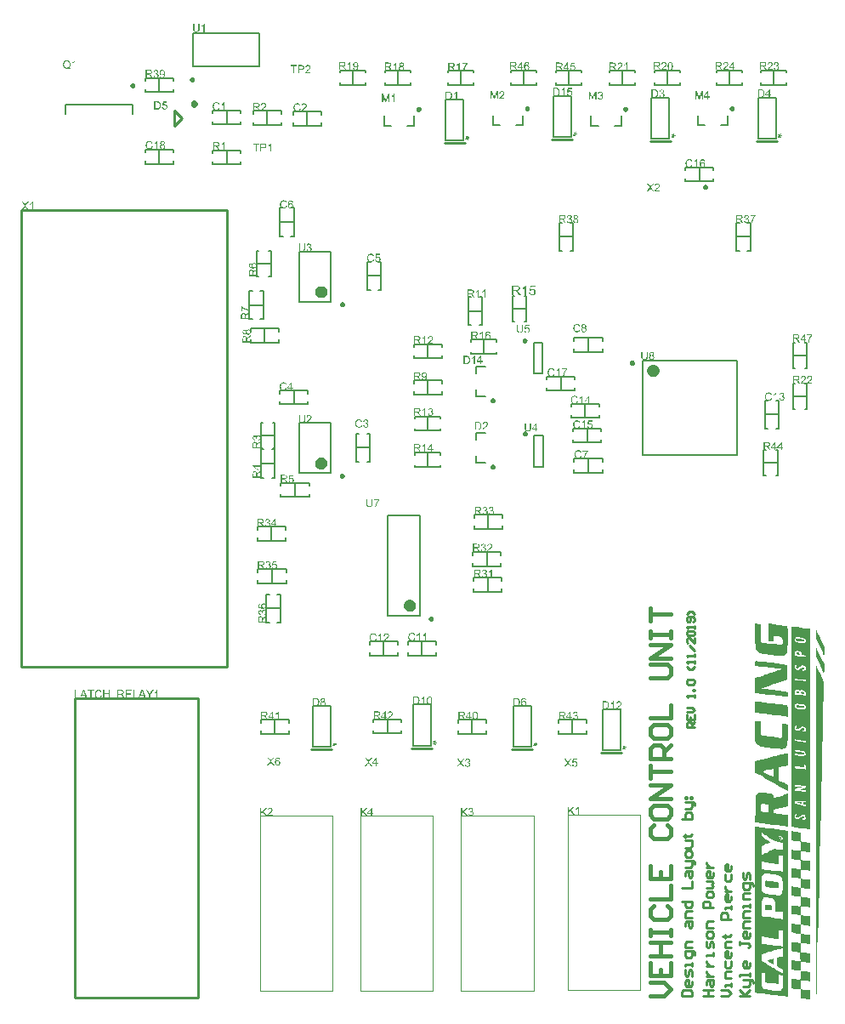
<source format=gto>
%FSLAX23Y23*%
%MOIN*%
%SFA1B1*%

%IPPOS*%
%ADD10C,0.009840*%
%ADD11C,0.023620*%
%ADD12C,0.019680*%
%ADD13C,0.010000*%
%ADD14C,0.007870*%
%ADD15C,0.005910*%
%ADD16C,0.003940*%
%ADD17C,0.015750*%
%LNvcu-1*%
%LPD*%
G36*
X2196Y3472D02*
Y3472D01*
X2196Y3472*
X2196Y3471*
X2196Y3471*
X2196Y3471*
X2196Y3470*
X2195Y3469*
X2195Y3468*
X2195Y3467*
X2194Y3467*
X2194Y3466*
X2194*
X2194*
X2194Y3466*
X2195*
X2195Y3466*
X2195Y3466*
X2196Y3466*
X2197Y3466*
X2199Y3466*
X2199Y3466*
X2200*
X2200*
Y3462*
X2200*
X2200*
X2200*
X2200*
X2199Y3463*
X2199Y3463*
X2198Y3463*
X2196Y3463*
X2195Y3463*
X2194Y3463*
Y3463*
X2194Y3463*
X2194Y3463*
X2194Y3463*
X2194Y3462*
X2195Y3461*
X2195Y3460*
X2195Y3459*
X2196Y3458*
X2196Y3457*
X2193Y3456*
Y3456*
X2193Y3456*
X2192Y3456*
X2192Y3456*
X2192Y3457*
X2192Y3457*
X2192Y3458*
X2192Y3459*
X2191Y3460*
X2191Y3461*
X2191Y3462*
X2191Y3462*
X2191Y3462*
X2190Y3462*
X2190Y3461*
X2189Y3460*
X2188Y3460*
X2187Y3459*
X2186Y3458*
X2184Y3461*
X2184Y3461*
X2184Y3461*
X2185Y3461*
X2185Y3462*
X2186Y3462*
X2187Y3463*
X2188Y3464*
X2190Y3464*
X2189*
X2189Y3465*
X2189Y3465*
X2189Y3465*
X2188Y3465*
X2187Y3466*
X2187Y3466*
X2186Y3467*
X2185Y3467*
X2184Y3468*
X2186Y3471*
X2186Y3471*
X2186Y3471*
X2186Y3471*
X2187Y3470*
X2187Y3470*
X2188Y3469*
X2189Y3469*
X2190Y3468*
X2191Y3467*
X2191Y3467*
X2191Y3467*
Y3467*
X2191Y3467*
Y3467*
X2191Y3467*
X2191Y3467*
X2191Y3468*
X2192Y3469*
X2192Y3470*
X2192Y3471*
X2193Y3473*
X2196Y3472*
G37*
G36*
X2390Y1068D02*
Y1068D01*
X2390Y1068*
X2389Y1068*
X2389Y1067*
X2389Y1067*
X2389Y1067*
X2389Y1066*
X2388Y1065*
X2388Y1064*
X2387Y1063*
X2387Y1062*
X2387*
X2387*
X2387Y1062*
X2388*
X2388Y1062*
X2389Y1062*
X2390Y1062*
X2391Y1062*
X2392Y1062*
X2393Y1063*
X2393*
X2394*
Y1059*
X2394*
X2393*
X2393*
X2393*
X2393Y1059*
X2392Y1059*
X2391Y1059*
X2390Y1059*
X2388Y1059*
X2387Y1059*
Y1059*
X2387Y1059*
X2387Y1059*
X2387Y1059*
X2388Y1058*
X2388Y1058*
X2388Y1057*
X2389Y1056*
X2389Y1054*
X2390Y1053*
X2386Y1052*
Y1052*
X2386Y1052*
X2386Y1052*
X2386Y1053*
X2386Y1053*
X2385Y1053*
X2385Y1054*
X2385Y1055*
X2385Y1056*
X2385Y1057*
X2384Y1059*
X2384Y1058*
X2384Y1058*
X2384Y1058*
X2383Y1057*
X2383Y1057*
X2382Y1056*
X2381Y1055*
X2379Y1054*
X2377Y1057*
X2377Y1057*
X2378Y1057*
X2378Y1058*
X2379Y1058*
X2380Y1059*
X2380Y1059*
X2382Y1060*
X2383Y1061*
X2383*
X2383Y1061*
X2382Y1061*
X2382Y1061*
X2382Y1061*
X2381Y1062*
X2380Y1062*
X2379Y1063*
X2378Y1064*
X2377Y1064*
X2379Y1067*
X2379Y1067*
X2380Y1067*
X2380Y1067*
X2380Y1067*
X2381Y1066*
X2381Y1066*
X2382Y1065*
X2383Y1064*
X2384Y1063*
X2384Y1063*
X2384Y1063*
Y1063*
X2384Y1063*
Y1063*
X2384Y1063*
X2385Y1064*
X2385Y1064*
X2385Y1065*
X2385Y1066*
X2385Y1067*
X2386Y1069*
X2390Y1068*
G37*
G36*
X1647Y1087D02*
Y1086D01*
X1646Y1086*
X1646Y1086*
X1646Y1086*
X1646Y1086*
X1646Y1085*
X1646Y1084*
X1645Y1083*
X1645Y1082*
X1644Y1081*
X1644Y1080*
X1644*
X1644*
X1644Y1081*
X1645*
X1645Y1081*
X1646Y1081*
X1647Y1081*
X1648Y1081*
X1649Y1081*
X1650Y1081*
X1650*
X1651*
Y1077*
X1650*
X1650*
X1650*
X1650*
X1649Y1077*
X1649Y1077*
X1648Y1077*
X1647Y1077*
X1645Y1078*
X1644Y1078*
Y1078*
X1644Y1078*
X1644Y1078*
X1644Y1077*
X1644Y1077*
X1645Y1076*
X1645Y1075*
X1646Y1074*
X1646Y1073*
X1647Y1072*
X1643Y1070*
Y1070*
X1643Y1071*
X1643Y1071*
X1643Y1071*
X1643Y1071*
X1642Y1072*
X1642Y1072*
X1642Y1073*
X1642Y1075*
X1642Y1076*
X1641Y1077*
X1641Y1077*
X1641Y1077*
X1641Y1076*
X1640Y1076*
X1640Y1075*
X1639Y1074*
X1638Y1073*
X1636Y1072*
X1634Y1076*
X1634Y1076*
X1635Y1076*
X1635Y1076*
X1636Y1077*
X1637Y1077*
X1637Y1078*
X1639Y1078*
X1640Y1079*
X1640*
X1640Y1079*
X1639Y1079*
X1639Y1080*
X1639Y1080*
X1638Y1080*
X1637Y1081*
X1636Y1081*
X1635Y1082*
X1634Y1083*
X1636Y1086*
X1636Y1086*
X1637Y1086*
X1637Y1085*
X1637Y1085*
X1638Y1085*
X1638Y1084*
X1639Y1083*
X1640Y1083*
X1641Y1082*
X1641Y1082*
X1641Y1081*
Y1081*
X1641Y1081*
Y1082*
X1641Y1082*
X1642Y1082*
X1642Y1083*
X1642Y1083*
X1642Y1084*
X1642Y1085*
X1643Y1088*
X1647Y1087*
G37*
G36*
X1253Y1081D02*
Y1081D01*
X1253Y1080*
X1253Y1080*
X1253Y1080*
X1252Y1080*
X1252Y1079*
X1252Y1078*
X1252Y1077*
X1251Y1076*
X1251Y1075*
X1250Y1075*
X1250*
X1251*
X1251Y1075*
X1251*
X1251Y1075*
X1252Y1075*
X1253Y1075*
X1254Y1075*
X1255Y1075*
X1256Y1075*
X1256*
X1257*
Y1071*
X1257*
X1257*
X1257*
X1256*
X1256Y1071*
X1255Y1071*
X1254Y1072*
X1253Y1072*
X1252Y1072*
X1250Y1072*
Y1072*
X1250Y1072*
X1250Y1072*
X1251Y1071*
X1251Y1071*
X1251Y1070*
X1252Y1069*
X1252Y1068*
X1252Y1067*
X1253Y1066*
X1249Y1065*
Y1065*
X1249Y1065*
X1249Y1065*
X1249Y1065*
X1249Y1065*
X1249Y1066*
X1249Y1067*
X1248Y1068*
X1248Y1069*
X1248Y1070*
X1248Y1071*
X1248Y1071*
X1247Y1071*
X1247Y1070*
X1247Y1070*
X1246Y1069*
X1245Y1069*
X1244Y1068*
X1243Y1067*
X1241Y1070*
X1241Y1070*
X1241Y1070*
X1241Y1070*
X1242Y1071*
X1243Y1071*
X1244Y1072*
X1245Y1073*
X1246Y1073*
X1246*
X1246Y1073*
X1246Y1073*
X1245Y1074*
X1245Y1074*
X1244Y1074*
X1243Y1075*
X1242Y1076*
X1241Y1076*
X1241Y1077*
X1243Y1080*
X1243Y1080*
X1243Y1080*
X1243Y1079*
X1243Y1079*
X1244Y1079*
X1245Y1078*
X1246Y1077*
X1246Y1077*
X1247Y1076*
X1247Y1076*
X1248Y1075*
Y1075*
X1248Y1076*
Y1076*
X1248Y1076*
X1248Y1076*
X1248Y1077*
X1248Y1077*
X1248Y1078*
X1249Y1080*
X1249Y1082*
X1253Y1081*
G37*
G36*
X2040D02*
Y1081D01*
X2040Y1080*
X2040Y1080*
X2040Y1080*
X2040Y1080*
X2040Y1079*
X2039Y1078*
X2039Y1077*
X2039Y1076*
X2038Y1075*
X2038Y1075*
X2038*
X2038*
X2038Y1075*
X2038*
X2039Y1075*
X2039Y1075*
X2040Y1075*
X2041Y1075*
X2042Y1075*
X2043Y1075*
X2044*
X2044*
Y1071*
X2044*
X2044*
X2044*
X2044*
X2043Y1071*
X2042Y1071*
X2042Y1072*
X2040Y1072*
X2039Y1072*
X2038Y1072*
Y1072*
X2038Y1072*
X2038Y1072*
X2038Y1071*
X2038Y1071*
X2039Y1070*
X2039Y1069*
X2039Y1068*
X2040Y1067*
X2040Y1066*
X2037Y1065*
Y1065*
X2036Y1065*
X2036Y1065*
X2036Y1065*
X2036Y1065*
X2036Y1066*
X2036Y1067*
X2036Y1068*
X2035Y1069*
X2035Y1070*
X2035Y1071*
X2035Y1071*
X2035Y1071*
X2034Y1070*
X2034Y1070*
X2033Y1069*
X2032Y1069*
X2031Y1068*
X2030Y1067*
X2028Y1070*
X2028Y1070*
X2028Y1070*
X2029Y1070*
X2029Y1071*
X2030Y1071*
X2031Y1072*
X2032Y1073*
X2033Y1073*
X2033*
X2033Y1073*
X2033Y1073*
X2033Y1074*
X2032Y1074*
X2031Y1074*
X2031Y1075*
X2030Y1076*
X2029Y1076*
X2028Y1077*
X2030Y1080*
X2030Y1080*
X2030Y1080*
X2030Y1079*
X2031Y1079*
X2031Y1079*
X2032Y1078*
X2033Y1077*
X2034Y1077*
X2034Y1076*
X2035Y1076*
X2035Y1075*
Y1075*
X2035Y1076*
Y1076*
X2035Y1076*
X2035Y1076*
X2035Y1077*
X2035Y1077*
X2036Y1078*
X2036Y1080*
X2037Y1082*
X2040Y1081*
G37*
G36*
X2999Y3465D02*
Y3465D01*
X2999Y3465*
X2999Y3465*
X2999Y3465*
X2999Y3464*
X2999Y3464*
X2999Y3463*
X2998Y3462*
X2998Y3461*
X2997Y3460*
X2997Y3459*
X2997*
X2997*
X2997Y3459*
X2998*
X2998Y3459*
X2999Y3460*
X3000Y3460*
X3001Y3460*
X3002Y3460*
X3003Y3460*
X3003*
X3003*
Y3456*
X3003*
X3003*
X3003*
X3003*
X3002Y3456*
X3002Y3456*
X3001Y3456*
X3000Y3456*
X2998Y3457*
X2997Y3457*
Y3457*
X2997Y3457*
X2997Y3456*
X2997Y3456*
X2997Y3456*
X2998Y3455*
X2998Y3454*
X2999Y3453*
X2999Y3452*
X2999Y3451*
X2996Y3449*
Y3449*
X2996Y3449*
X2996Y3450*
X2996Y3450*
X2995Y3450*
X2995Y3451*
X2995Y3451*
X2995Y3452*
X2995Y3453*
X2994Y3455*
X2994Y3456*
X2994Y3456*
X2994Y3456*
X2994Y3455*
X2993Y3455*
X2992Y3454*
X2992Y3453*
X2991Y3452*
X2989Y3451*
X2987Y3454*
X2987Y3455*
X2988Y3455*
X2988Y3455*
X2989Y3456*
X2989Y3456*
X2990Y3457*
X2991Y3457*
X2993Y3458*
X2993*
X2993Y3458*
X2992Y3458*
X2992Y3458*
X2991Y3459*
X2991Y3459*
X2990Y3460*
X2989Y3460*
X2988Y3461*
X2987Y3461*
X2989Y3465*
X2989Y3464*
X2989Y3464*
X2990Y3464*
X2990Y3464*
X2991Y3464*
X2991Y3463*
X2992Y3462*
X2993Y3461*
X2994Y3461*
X2994Y3460*
X2994Y3460*
Y3460*
X2994Y3460*
Y3461*
X2994Y3461*
X2994Y3461*
X2995Y3461*
X2995Y3462*
X2995Y3463*
X2995Y3464*
X2996Y3467*
X2999Y3465*
G37*
G36*
X2582D02*
Y3465D01*
X2582Y3465*
X2582Y3465*
X2582Y3465*
X2582Y3464*
X2582Y3464*
X2581Y3463*
X2581Y3462*
X2580Y3461*
X2580Y3460*
X2580Y3459*
X2580*
X2580*
X2580Y3459*
X2580*
X2581Y3459*
X2581Y3460*
X2582Y3460*
X2583Y3460*
X2584Y3460*
X2585Y3460*
X2586*
X2586*
Y3456*
X2586*
X2586*
X2586*
X2586*
X2585Y3456*
X2584Y3456*
X2583Y3456*
X2582Y3456*
X2581Y3457*
X2580Y3457*
Y3457*
X2580Y3457*
X2580Y3456*
X2580Y3456*
X2580Y3456*
X2580Y3455*
X2581Y3454*
X2581Y3453*
X2582Y3452*
X2582Y3451*
X2578Y3449*
Y3449*
X2578Y3449*
X2578Y3450*
X2578Y3450*
X2578Y3450*
X2578Y3451*
X2578Y3451*
X2578Y3452*
X2577Y3453*
X2577Y3455*
X2577Y3456*
X2577Y3456*
X2577Y3456*
X2576Y3455*
X2576Y3455*
X2575Y3454*
X2574Y3453*
X2573Y3452*
X2572Y3451*
X2570Y3454*
X2570Y3455*
X2570Y3455*
X2571Y3455*
X2571Y3456*
X2572Y3456*
X2573Y3457*
X2574Y3457*
X2575Y3458*
X2575*
X2575Y3458*
X2575Y3458*
X2575Y3458*
X2574Y3459*
X2573Y3459*
X2572Y3460*
X2571Y3460*
X2571Y3461*
X2570Y3461*
X2572Y3465*
X2572Y3464*
X2572Y3464*
X2572Y3464*
X2573Y3464*
X2573Y3464*
X2574Y3463*
X2575Y3462*
X2576Y3461*
X2576Y3461*
X2577Y3460*
X2577Y3460*
Y3460*
X2577Y3460*
Y3461*
X2577Y3461*
X2577Y3461*
X2577Y3461*
X2577Y3462*
X2578Y3463*
X2578Y3464*
X2578Y3467*
X2582Y3465*
G37*
G36*
X1774Y3457D02*
Y3457D01*
X1774Y3457*
X1774Y3457*
X1774Y3457*
X1774Y3456*
X1773Y3456*
X1773Y3455*
X1773Y3454*
X1772Y3453*
X1772Y3452*
X1771Y3451*
X1771*
X1772*
X1772Y3451*
X1772*
X1773Y3451*
X1773Y3452*
X1774Y3452*
X1775Y3452*
X1776Y3452*
X1777Y3452*
X1778*
X1778*
Y3448*
X1778*
X1778*
X1778*
X1777*
X1777Y3448*
X1776Y3448*
X1775Y3448*
X1774Y3448*
X1773Y3449*
X1771Y3449*
Y3449*
X1771Y3449*
X1772Y3448*
X1772Y3448*
X1772Y3448*
X1772Y3447*
X1773Y3446*
X1773Y3445*
X1773Y3444*
X1774Y3443*
X1770Y3441*
Y3441*
X1770Y3441*
X1770Y3442*
X1770Y3442*
X1770Y3442*
X1770Y3443*
X1770Y3443*
X1769Y3444*
X1769Y3445*
X1769Y3447*
X1769Y3448*
X1769Y3448*
X1768Y3448*
X1768Y3447*
X1768Y3447*
X1767Y3446*
X1766Y3445*
X1765Y3444*
X1764Y3443*
X1762Y3446*
X1762Y3447*
X1762Y3447*
X1762Y3447*
X1763Y3448*
X1764Y3448*
X1765Y3449*
X1766Y3449*
X1767Y3450*
X1767*
X1767Y3450*
X1767Y3450*
X1767Y3450*
X1766Y3451*
X1765Y3451*
X1764Y3452*
X1763Y3452*
X1762Y3453*
X1762Y3453*
X1764Y3457*
X1764Y3456*
X1764Y3456*
X1764Y3456*
X1764Y3456*
X1765Y3456*
X1766Y3455*
X1767Y3454*
X1767Y3453*
X1768Y3453*
X1769Y3452*
X1769Y3452*
Y3452*
X1769Y3452*
Y3453*
X1769Y3453*
X1769Y3453*
X1769Y3453*
X1769Y3454*
X1769Y3455*
X1770Y3456*
X1770Y3459*
X1774Y3457*
G37*
G36*
X2956Y1545D02*
X2961D01*
X2967Y1544*
X2976Y1543*
X2988Y1540*
X2989*
X2994Y1539*
X2999*
X3007Y1538*
X3013Y1537*
X3019*
X3023Y1536*
X3025*
Y1529*
X3026Y1524*
Y1462*
X3025Y1453*
Y1438*
X3024Y1434*
X3023Y1432*
X3021Y1428*
X3015Y1423*
X3012Y1421*
X3007Y1420*
X3006*
X3003*
X2999*
X2994*
X2986*
X2976Y1421*
X2963Y1422*
X2962*
X2957Y1423*
X2952Y1424*
X2945Y1426*
X2939*
X2932Y1427*
X2928Y1428*
X2926*
X2925*
X2924Y1429*
X2917Y1431*
X2910Y1435*
X2904Y1442*
X2903Y1443*
X2902Y1445*
X2901Y1447*
Y1452*
X2900Y1454*
Y1463*
X2898Y1471*
Y1546*
X2901*
X2902*
X2905Y1545*
X2910Y1544*
X2919Y1543*
Y1477*
X2921Y1476*
X2922Y1474*
X2926Y1471*
X2927*
X2928*
X2931*
X2936Y1470*
X2942Y1469*
X2951Y1468*
X2963Y1467*
X2964*
X2968Y1466*
X2974*
X2980Y1465*
X2987Y1464*
X2992*
X2997Y1463*
X2999*
X3000*
X3001Y1464*
X3003Y1466*
X3006Y1467*
Y1482*
X3004Y1487*
X3003Y1489*
Y1490*
X3002Y1491*
X2999Y1493*
X2998Y1494*
X2994Y1496*
X2989Y1497*
X2985*
X2978Y1498*
X2972*
Y1475*
X2970*
X2968*
X2965*
X2960Y1476*
X2951Y1477*
Y1540*
X2952Y1545*
Y1546*
X2954*
X2956Y1545*
G37*
G36*
X3139Y1520D02*
X3140Y1517D01*
X3142Y1513*
X3144Y1508*
X3149Y1499*
X3154Y1488*
X3171Y1452*
Y1437*
X3170Y1431*
Y1420*
X3169Y1422*
X3167Y1424*
X3165Y1428*
X3163Y1433*
X3159Y1441*
X3153Y1452*
X3137Y1487*
Y1520*
X3138Y1521*
Y1522*
X3139Y1520*
G37*
G36*
Y1449D02*
X3140Y1446D01*
X3141Y1443*
X3144Y1437*
X3148Y1429*
X3153Y1418*
X3170Y1386*
Y1367*
X3169Y1361*
X3167Y1354*
Y1352*
X3166Y1353*
X3165Y1356*
X3163Y1361*
X3162Y1362*
X3160Y1368*
X3157Y1374*
X3153Y1383*
X3137Y1416*
Y1449*
X3138Y1450*
Y1451*
X3139Y1449*
G37*
G36*
X2909Y1398D02*
X2910D01*
X2915*
X2922Y1397*
X2932Y1396*
X2933*
X2935*
X2942Y1395*
X2952Y1394*
X2963Y1392*
X3024Y1384*
Y1327*
X2973Y1310*
X2972*
X2971Y1309*
X2965Y1306*
X2956Y1303*
X2948Y1300*
X2947*
X2945Y1299*
X2941Y1298*
X2935Y1295*
X2929Y1293*
X2928*
X2925Y1292*
X2922Y1291*
X2925*
X2929Y1290*
X2935*
X2944Y1289*
X2956Y1288*
X2964Y1287*
X2973Y1286*
X2975*
X2980Y1284*
X2988Y1283*
X2998Y1282*
X3007Y1281*
X3015Y1280*
X3021Y1279*
X3023Y1278*
X3024*
X3026*
Y1259*
X3024*
X3023*
X3021*
X3017Y1260*
X3009*
X2998Y1263*
X2991*
X2983Y1264*
X2974Y1265*
X2963Y1266*
X2962*
X2961*
X2957Y1267*
X2953*
X2943Y1268*
X2931Y1270*
X2920Y1271*
X2910Y1272*
X2906*
X2903Y1274*
X2902*
X2901*
X2898Y1275*
Y1333*
X2908Y1336*
X2909*
X2913Y1337*
X2917Y1338*
X2918*
X2921Y1340*
X2928Y1341*
X2936Y1345*
X2938Y1346*
X2943Y1347*
X2950Y1350*
X2957Y1352*
X2960Y1353*
X2965Y1354*
X2972Y1358*
X2979Y1360*
X2980Y1361*
X2985Y1362*
X2990Y1363*
X2996Y1364*
X2997*
X2998Y1365*
X3000Y1367*
X3001Y1368*
X3000*
X2999Y1369*
X2995*
X2989Y1370*
X2980Y1371*
X2967Y1372*
X2960Y1373*
X2951Y1374*
X2950*
X2949*
X2943Y1375*
X2935Y1376*
X2926Y1377*
X2916*
X2908Y1379*
X2902Y1380*
X2901*
X2900*
X2898Y1381*
Y1395*
X2900Y1398*
X2901Y1399*
X2902*
X2904*
X2909Y1398*
G37*
G36*
X2908Y1240D02*
X2916Y1239D01*
X2920*
X2927Y1237*
X2935Y1236*
X2942Y1235*
X2952Y1234*
X2963Y1233*
X2964*
X2965*
X2973Y1232*
X2983Y1231*
X2994Y1230*
X3004Y1229*
X3015Y1228*
X3022Y1227*
X3024*
X3025*
Y1224*
X3026Y1221*
Y1181*
X3024*
X3023*
X3020Y1182*
X3015*
X3008Y1183*
X2997Y1185*
X2989Y1186*
X2982Y1187*
X2972Y1188*
X2961Y1189*
X2898Y1197*
Y1241*
X2901*
X2902*
X2904*
X2908Y1240*
G37*
G36*
X2919Y1163D02*
Y1120D01*
X2920Y1116*
Y1113*
X2921Y1112*
X2922Y1111*
X2924Y1110*
X2926Y1108*
X2928*
X2930Y1107*
X2935Y1106*
X2941*
X2951Y1104*
X2963Y1103*
X2999Y1097*
X3001Y1100*
X3002*
X3003Y1101*
Y1154*
X3006*
X3007*
X3010Y1153*
X3015Y1152*
X3026Y1151*
Y1091*
X3025Y1083*
Y1076*
X3024Y1069*
X3023Y1066*
X3022Y1065*
X3020Y1061*
X3019Y1060*
X3015Y1058*
X3010Y1056*
X3002Y1054*
X3001*
X2999*
X2996Y1055*
X2991*
X2985Y1056*
X2975Y1057*
X2964Y1058*
X2962*
X2957Y1059*
X2952*
X2944Y1060*
X2937Y1061*
X2930Y1062*
X2925Y1064*
X2921*
X2920*
X2918Y1065*
X2912Y1069*
X2904Y1076*
X2901Y1081*
X2898Y1087*
Y1164*
X2901*
X2902*
X2906*
X2912*
X2919Y1163*
G37*
G36*
X3026Y991D02*
X3010Y987D01*
X3009*
X3008Y986*
X3001Y985*
X2996Y984*
X2995Y983*
X2994*
X2992*
Y931*
X3010Y923*
X3026Y912*
Y891*
X3024Y892*
X3019Y894*
X3014Y896*
X3010Y900*
X3002Y903*
X2995Y908*
X2985Y914*
X2973Y920*
X2959Y928*
X2942Y938*
X2924Y949*
X2902Y961*
X2898Y962*
Y1007*
X2953Y1020*
X2955Y1021*
X2961Y1022*
X2971Y1025*
X2982Y1027*
X2983*
X2984Y1029*
X2990Y1030*
X2998Y1032*
X3006Y1034*
X3007*
X3010Y1035*
X3013Y1036*
X3015*
X3026Y1038*
Y991*
G37*
G36*
X2939Y882D02*
X2940D01*
X2942*
X2950Y881*
X2957*
X2961Y880*
X2963*
X2964Y879*
X2966Y877*
X2970Y871*
X2972Y865*
Y861*
X2973*
X2975Y862*
X2978Y863*
X2984Y865*
X2990Y867*
X2999Y870*
X3000*
X3003Y871*
X3008Y873*
X3012Y875*
X3018Y877*
X3022Y879*
X3025Y880*
X3026*
Y831*
X3023Y830*
X3022*
X3020Y828*
X3019*
X3017Y827*
X3013Y826*
X3009Y825*
X3008*
X3004Y824*
X3000Y823*
X2997*
X2972Y816*
Y803*
X2973Y802*
X2974*
X2976*
X2979*
X2984Y801*
X2990*
X2999Y800*
X3000*
X3003Y799*
X3008Y798*
X3012Y797*
X3013*
X3015*
X3023Y796*
X3024*
X3025*
X3026*
Y751*
X3024*
X3023*
X3021*
X3017Y752*
X3009Y753*
X2998Y754*
X2991Y755*
X2983Y756*
X2974Y757*
X2963Y758*
X2962*
X2961*
X2953Y760*
X2943Y761*
X2932Y763*
X2920Y764*
X2910Y765*
X2904Y766*
X2902Y767*
X2901*
X2898*
X2901Y818*
Y872*
X2902Y873*
X2903Y877*
X2906Y880*
X2909Y882*
X2910*
X2913Y883*
X2915*
X2919*
X2924*
X2930*
X2939Y882*
G37*
G36*
X3056Y1533D02*
X3066Y1532D01*
X3078Y1531*
X3093Y1528*
X3112Y1525*
X3113*
Y741*
X3112*
X3111*
X3108*
X3104*
X3097Y742*
X3088Y743*
X3076Y744*
X3059Y746*
X3041Y750*
X3039*
Y1486*
X3041Y1498*
Y1534*
X3042*
X3044*
X3049*
X3056Y1533*
G37*
G36*
X3049Y731D02*
X3050D01*
X3052*
X3058Y730*
X3076Y728*
Y692*
X3078*
X3080*
X3083Y691*
X3088*
X3094Y690*
X3095*
X3096*
X3103Y688*
X3109Y687*
X3112*
X3113*
Y650*
X3112*
X3109*
X3107Y651*
X3104*
X3100*
X3094Y652*
X3093*
X3092*
X3085Y653*
X3079Y655*
X3077*
X3076*
Y620*
X3094Y616*
X3095*
X3096*
X3103*
X3109Y615*
X3112*
X3113*
Y578*
X3112*
X3109*
X3107Y579*
X3104*
X3100*
X3094Y580*
X3093*
X3092*
X3085Y581*
X3079Y582*
X3077*
X3076*
Y547*
X3094Y544*
X3095*
X3096*
X3103*
X3108Y543*
X3111*
X3112*
X3113*
Y506*
X3112*
X3109*
X3107*
X3104Y507*
X3100*
X3094Y508*
X3087Y509*
X3078Y510*
X3076*
Y475*
X3072*
X3070Y476*
X3067*
X3062*
X3057Y477*
X3056*
X3054*
X3048Y479*
X3042Y480*
X3041*
X3039*
Y515*
X3041*
X3043*
X3045*
X3047*
X3052Y514*
X3057*
X3058*
X3059*
X3066Y512*
X3071Y511*
X3073*
X3074Y510*
X3076*
Y547*
X3058Y549*
X3057*
X3055*
X3049Y550*
X3043Y551*
X3042Y552*
X3041*
X3039*
Y587*
X3042*
X3044*
X3047*
X3053Y586*
X3058Y585*
X3066Y583*
X3074Y582*
X3076*
Y618*
X3074Y620*
X3073*
X3071*
X3066*
X3057Y621*
X3056*
X3055*
X3048Y622*
X3043Y623*
X3041*
X3039*
Y660*
X3042*
X3044Y659*
X3047*
X3052Y658*
X3057Y657*
X3058*
X3059*
X3066Y656*
X3072Y655*
X3074*
X3076*
Y691*
X3074Y692*
X3072*
X3070Y693*
X3067*
X3062*
X3057Y694*
X3039Y696*
Y732*
X3041*
X3043*
X3044*
X3049Y731*
G37*
G36*
X3084Y474D02*
X3089Y473D01*
X3094Y472*
X3095*
X3096*
X3102*
X3107Y471*
X3112*
X3113*
Y434*
X3109*
X3107Y435*
X3104*
X3100*
X3094Y436*
X3093*
X3091*
X3084Y437*
X3079Y438*
X3077*
X3076*
Y403*
X3074*
X3073*
X3070Y404*
X3066*
X3060Y405*
X3048Y406*
X3044Y407*
X3039*
Y442*
X3041*
X3042*
X3045Y441*
X3048*
X3054Y440*
X3065Y439*
X3070Y438*
X3074*
Y440*
X3076Y442*
Y475*
X3077*
X3079*
X3084Y474*
G37*
G36*
X3081Y402D02*
X3084D01*
X3090Y401*
X3095Y400*
X3113Y399*
Y361*
X3111*
X3108Y363*
X3105*
X3101*
X3095Y364*
X3094*
X3092*
X3087Y365*
X3080Y366*
X3078*
X3077*
X3076Y364*
Y330*
X3074*
X3072*
X3070Y331*
X3067*
X3062*
X3057Y332*
X3039Y335*
Y370*
X3041*
X3042*
X3045Y369*
X3050*
X3056Y368*
X3062Y367*
X3068*
X3072Y366*
X3074*
Y368*
X3076Y370*
Y403*
X3077*
X3079*
X3081Y402*
G37*
G36*
X3085Y329D02*
X3090D01*
X3095Y328*
X3113Y325*
Y289*
X3112*
X3111*
X3107Y290*
X3103*
X3097Y292*
X3085Y293*
X3080Y294*
X3076*
Y261*
X3077Y259*
Y258*
X3079*
X3082*
X3085Y257*
X3090*
X3095Y255*
X3096*
X3097*
X3104Y254*
X3109Y253*
X3112*
X3113*
Y217*
X3109*
X3107Y218*
X3104*
X3100*
X3094Y219*
X3093*
X3091*
X3084Y220*
X3079Y222*
X3077*
X3076*
Y185*
X3072*
X3070Y187*
X3067*
X3062*
X3057Y188*
X3056*
X3054*
X3048Y189*
X3042Y190*
X3041*
X3039*
Y227*
X3041Y226*
X3043*
X3045*
X3048Y225*
X3053*
X3058Y224*
X3076Y223*
X3074Y240*
Y258*
X3057Y260*
X3056*
X3054*
X3048Y261*
X3042Y262*
X3041*
X3039*
Y295*
X3041Y297*
Y298*
X3043*
X3045*
X3048Y297*
X3053*
X3058Y296*
X3059*
X3060*
X3067Y295*
X3072Y294*
X3074*
X3076*
Y330*
X3078*
X3080*
X3082*
X3085Y329*
G37*
G36*
X3080Y184D02*
X3083D01*
X3088Y183*
X3094Y182*
X3113Y181*
Y144*
X3111*
X3108Y145*
X3105*
X3101*
X3095Y146*
X3094*
X3092*
X3087Y147*
X3080Y148*
X3078*
X3077*
X3076Y146*
Y113*
X3074*
X3072*
X3070*
X3067*
X3062Y114*
X3057*
X3039Y118*
Y155*
X3041Y153*
X3042*
X3045*
X3049Y152*
X3054*
X3066Y150*
X3070*
X3074*
Y153*
X3076Y155*
Y185*
X3078*
X3080Y184*
G37*
G36*
X3139Y1379D02*
X3140Y1376D01*
X3141Y1372*
X3144Y1367*
X3148Y1359*
X3153Y1349*
X3167Y1318*
X3153Y694*
Y679*
X3152Y667*
Y636*
X3151Y617*
Y597*
X3150Y574*
Y550*
X3149Y523*
Y496*
X3147Y440*
X3146Y382*
X3144Y323*
X3142Y267*
Y240*
X3141Y214*
Y190*
X3140Y167*
Y146*
X3139Y127*
Y97*
X3138Y85*
Y137*
X3137Y152*
Y1300*
X3138Y1319*
Y1380*
X3139Y1379*
G37*
G36*
X2901Y750D02*
X2902D01*
X2904*
X2909Y749*
X2917Y748*
X2928Y746*
X2935Y745*
X2943Y744*
X2953Y743*
X2964Y742*
X3026Y734*
Y84*
X3024*
X3023*
X3020*
X3015Y85*
X3008Y86*
X2997Y87*
X2990Y88*
X2983Y89*
X2973Y90*
X2963Y91*
X2962*
X2961*
X2957Y92*
X2953*
X2943Y94*
X2931Y96*
X2920Y97*
X2910Y98*
X2906*
X2903Y99*
X2902*
X2901*
X2898*
Y751*
X2901Y750*
G37*
G36*
X3082Y112D02*
X3089Y111D01*
X3095Y110*
X3113Y109*
Y72*
X3111*
X3108Y73*
X3107*
X3106Y74*
X3101*
X3100*
X3097Y75*
X3092*
X3076Y76*
Y113*
X3078*
X3082Y112*
G37*
G36*
X1852Y2691D02*
X1852D01*
X1852Y2690*
X1853Y2690*
X1854Y2690*
X1855Y2690*
X1856Y2689*
X1857Y2689*
X1857Y2688*
X1857Y2688*
X1857Y2688*
X1857Y2688*
X1857Y2688*
X1858Y2688*
X1858Y2688*
X1858Y2687*
X1859Y2686*
X1859Y2685*
X1860Y2684*
X1860Y2683*
X1856Y2682*
Y2682*
X1856Y2683*
X1856Y2683*
X1856Y2683*
X1856Y2684*
X1855Y2684*
X1855Y2685*
X1855Y2685*
X1855Y2686*
X1854Y2686*
X1854Y2686*
X1854Y2686*
X1853Y2687*
X1853Y2687*
X1852Y2687*
X1851Y2687*
X1851Y2687*
X1850*
X1850Y2687*
X1850Y2687*
X1849Y2687*
X1848Y2687*
X1848Y2687*
X1847Y2686*
X1847Y2686*
X1847Y2686*
X1847Y2686*
X1846Y2685*
X1846Y2685*
X1845Y2684*
X1845Y2683*
X1844Y2682*
Y2682*
X1844Y2682*
X1844Y2682*
X1844Y2682*
X1844Y2682*
X1844Y2681*
X1844Y2681*
X1844Y2681*
X1844Y2680*
X1844Y2680*
X1844Y2679*
X1844Y2678*
X1844Y2678*
X1843Y2677*
X1843Y2676*
Y2675*
X1843Y2675*
X1844Y2676*
X1844Y2676*
X1844Y2676*
X1845Y2677*
X1845Y2677*
X1846Y2678*
X1847Y2678*
X1847*
X1847Y2678*
X1847Y2679*
X1848Y2679*
X1848Y2679*
X1849Y2679*
X1849Y2679*
X1850Y2679*
X1851Y2679*
X1851*
X1852Y2679*
X1852Y2679*
X1852Y2679*
X1853Y2679*
X1853Y2679*
X1854Y2679*
X1855Y2678*
X1855Y2678*
X1856Y2678*
X1857Y2677*
X1857Y2677*
X1858Y2677*
X1858Y2676*
X1858Y2676*
X1858Y2676*
X1858Y2676*
X1858Y2676*
X1859Y2675*
X1859Y2675*
X1859Y2675*
X1859Y2674*
X1860Y2673*
X1860Y2673*
X1860Y2672*
X1860Y2672*
X1860Y2671*
X1860Y2670*
X1860Y2669*
Y2669*
Y2669*
Y2669*
Y2669*
X1860Y2668*
Y2668*
X1860Y2667*
X1860Y2667*
X1860Y2666*
X1860Y2665*
X1859Y2664*
Y2664*
X1859Y2664*
X1859Y2663*
X1859Y2663*
X1859Y2663*
X1858Y2662*
X1858Y2662*
X1857Y2661*
X1856Y2660*
X1856Y2660*
X1856*
X1855Y2660*
X1855Y2660*
X1855Y2660*
X1855Y2659*
X1854Y2659*
X1853Y2659*
X1852Y2659*
X1852Y2658*
X1850Y2658*
X1850*
X1850Y2658*
X1850*
X1849Y2658*
X1849Y2659*
X1848Y2659*
X1848Y2659*
X1847Y2659*
X1846Y2659*
X1846Y2660*
X1845Y2660*
X1844Y2660*
X1844Y2661*
X1843Y2661*
X1843Y2662*
X1843Y2662*
X1842Y2662*
X1842Y2662*
X1842Y2663*
X1842Y2663*
X1842Y2664*
X1841Y2664*
X1841Y2665*
X1841Y2666*
X1841Y2666*
X1840Y2667*
X1840Y2668*
X1840Y2670*
X1840Y2671*
X1840Y2672*
X1840Y2674*
Y2674*
Y2674*
Y2674*
Y2674*
X1840Y2675*
Y2675*
X1840Y2676*
X1840Y2677*
X1840Y2678*
X1840Y2679*
X1840Y2680*
X1840Y2681*
X1841Y2682*
X1841Y2683*
X1841Y2684*
X1842Y2685*
X1842Y2686*
X1843Y2687*
X1843Y2687*
X1843Y2687*
X1843Y2687*
X1843Y2688*
X1844Y2688*
X1844Y2688*
X1845Y2688*
X1845Y2689*
X1846Y2689*
X1846Y2689*
X1847Y2690*
X1848Y2690*
X1848Y2690*
X1849Y2690*
X1850Y2691*
X1851Y2691*
X1851*
X1852Y2691*
G37*
G36*
X1830Y2659D02*
X1826D01*
Y2684*
X1826Y2684*
X1826Y2683*
X1825Y2683*
X1825Y2683*
X1824Y2682*
X1824Y2682*
X1823Y2681*
X1822Y2681*
X1822*
X1822Y2681*
X1822Y2681*
X1821Y2680*
X1821Y2680*
X1820Y2680*
X1820Y2680*
X1819Y2679*
X1818Y2679*
Y2683*
X1818*
X1818Y2683*
X1819Y2683*
X1819Y2683*
X1819Y2683*
X1819Y2683*
X1820Y2684*
X1821Y2684*
X1822Y2685*
X1823Y2686*
X1824Y2686*
X1824Y2686*
X1824Y2686*
X1824Y2687*
X1824Y2687*
X1825Y2687*
X1825Y2688*
X1826Y2688*
X1826Y2689*
X1827Y2690*
X1827Y2691*
X1830*
Y2659*
G37*
G36*
X1800Y2690D02*
X1801D01*
X1801Y2690*
X1802Y2690*
X1804Y2690*
X1805Y2690*
X1805Y2690*
X1805Y2690*
X1806*
X1806Y2690*
X1806Y2689*
X1806Y2689*
X1807Y2689*
X1807Y2688*
X1808Y2688*
X1808Y2687*
X1809Y2687*
Y2687*
X1809Y2686*
X1809Y2686*
X1809Y2686*
X1810Y2685*
X1810Y2684*
X1810Y2684*
X1810Y2683*
X1810Y2682*
Y2682*
Y2682*
Y2682*
X1810Y2681*
Y2681*
X1810Y2681*
X1810Y2680*
X1810Y2679*
X1809Y2678*
X1809Y2677*
X1808Y2677*
X1808Y2676*
X1808Y2676*
X1808Y2676*
X1808Y2676*
X1808Y2676*
X1807Y2676*
X1807Y2675*
X1807Y2675*
X1806Y2675*
X1806Y2675*
X1806Y2674*
X1805Y2674*
X1804Y2674*
X1804Y2674*
X1803Y2674*
X1802Y2673*
X1801Y2673*
X1802Y2673*
X1802Y2673*
X1802Y2673*
X1802Y2673*
X1803Y2672*
X1804Y2672*
X1804Y2672*
X1804Y2672*
X1804Y2671*
X1805Y2671*
X1805Y2671*
X1806Y2670*
X1806Y2669*
X1807Y2668*
X1807Y2668*
X1813Y2659*
X1808*
X1803Y2666*
Y2666*
X1803Y2666*
X1803Y2666*
X1803Y2666*
X1803Y2666*
X1802Y2667*
X1802Y2668*
X1801Y2669*
X1801Y2669*
X1800Y2670*
X1800Y2670*
X1800Y2670*
X1800Y2670*
X1800Y2671*
X1799Y2671*
X1799Y2672*
X1798Y2672*
X1798Y2672*
X1798Y2672*
X1798Y2672*
X1798Y2672*
X1797Y2672*
X1797Y2673*
X1796Y2673*
X1796*
X1796Y2673*
X1796*
X1796Y2673*
X1796Y2673*
X1795*
X1795Y2673*
X1789*
Y2659*
X1785*
Y2690*
X1800*
X1800Y2690*
G37*
G36*
X2036Y2866D02*
X2020D01*
X2018Y2855*
X2018Y2855*
X2018Y2855*
X2019Y2855*
X2019Y2856*
X2019Y2856*
X2020Y2856*
X2020Y2856*
X2022Y2857*
X2023Y2857*
X2024Y2858*
X2025Y2858*
X2026*
X2026Y2858*
X2027Y2858*
X2027Y2857*
X2028Y2857*
X2028Y2857*
X2030Y2857*
X2030Y2857*
X2031Y2856*
X2032Y2856*
X2033Y2855*
X2033Y2855*
X2034Y2854*
X2034Y2854*
X2034Y2854*
X2034Y2854*
X2035Y2854*
X2035Y2853*
X2035Y2853*
X2035Y2852*
X2036Y2852*
X2036Y2851*
X2036Y2850*
X2037Y2850*
X2037Y2849*
X2037Y2848*
X2037Y2847*
X2037Y2846*
X2037Y2845*
Y2845*
Y2845*
Y2845*
X2037Y2844*
X2037Y2844*
X2037Y2843*
X2037Y2843*
X2037Y2842*
X2037Y2841*
X2036Y2839*
X2036Y2838*
X2035Y2838*
X2035Y2837*
X2034Y2836*
X2034Y2836*
X2034Y2836*
X2034Y2836*
X2034Y2835*
X2033Y2835*
X2033Y2835*
X2032Y2834*
X2032Y2834*
X2031Y2833*
X2030Y2833*
X2029Y2833*
X2029Y2832*
X2028Y2832*
X2027Y2832*
X2025Y2832*
X2024Y2832*
X2024*
X2023Y2832*
X2023Y2832*
X2022Y2832*
X2022Y2832*
X2021Y2832*
X2020Y2832*
X2018Y2833*
X2018Y2833*
X2017Y2833*
X2016Y2834*
X2016Y2834*
X2016Y2834*
X2016Y2835*
X2015Y2835*
X2015Y2835*
X2015Y2835*
X2015Y2836*
X2014Y2836*
X2014Y2837*
X2014Y2837*
X2013Y2838*
X2013Y2839*
X2012Y2841*
X2012Y2841*
X2012Y2842*
X2017Y2843*
Y2843*
Y2842*
X2017Y2842*
X2017Y2842*
X2017Y2841*
X2017Y2841*
X2018Y2840*
X2018Y2839*
X2019Y2838*
X2019Y2837*
X2020Y2837*
X2020Y2837*
X2020Y2837*
X2021Y2836*
X2021Y2836*
X2022Y2836*
X2023Y2835*
X2024Y2835*
X2025*
X2025Y2835*
X2026Y2836*
X2026Y2836*
X2027Y2836*
X2028Y2836*
X2029Y2837*
X2030Y2838*
X2030Y2838*
X2030Y2838*
X2030Y2838*
X2030Y2838*
X2030Y2838*
X2031Y2839*
X2031Y2840*
X2032Y2841*
X2032Y2842*
X2032Y2843*
X2032Y2844*
Y2845*
Y2845*
Y2845*
Y2845*
X2032Y2845*
Y2846*
X2032Y2846*
X2032Y2847*
X2032Y2848*
X2032Y2849*
X2031Y2850*
X2030Y2851*
Y2851*
X2030Y2851*
X2030Y2851*
X2029Y2852*
X2029Y2852*
X2028Y2853*
X2027Y2853*
X2026Y2853*
X2025Y2853*
X2024*
X2023Y2853*
X2023Y2853*
X2022Y2853*
X2022Y2853*
X2021Y2853*
X2020Y2852*
X2020Y2852*
X2020Y2852*
X2019Y2852*
X2019Y2852*
X2019Y2851*
X2018Y2851*
X2018Y2850*
X2017Y2850*
X2013Y2850*
X2017Y2870*
X2036*
Y2866*
G37*
G36*
X2000Y2832D02*
X1995D01*
Y2862*
X1995Y2862*
X1995Y2862*
X1994Y2862*
X1994Y2861*
X1993Y2861*
X1993Y2860*
X1992Y2860*
X1991Y2859*
X1991*
X1991Y2859*
X1990Y2859*
X1990Y2858*
X1989Y2858*
X1988Y2858*
X1987Y2857*
X1987Y2857*
X1986Y2857*
Y2861*
X1986*
X1986Y2861*
X1986Y2861*
X1986Y2861*
X1987Y2862*
X1987Y2862*
X1988Y2862*
X1989Y2863*
X1990Y2864*
X1991Y2865*
X1993Y2866*
X1993Y2866*
X1993Y2866*
X1993Y2866*
X1993Y2866*
X1994Y2867*
X1994Y2867*
X1995Y2868*
X1996Y2869*
X1996Y2870*
X1997Y2871*
X2000*
Y2832*
G37*
G36*
X1964Y2871D02*
X1964D01*
X1965Y2870*
X1967Y2870*
X1968Y2870*
X1969Y2870*
X1970Y2870*
X1970Y2870*
X1970*
X1970Y2869*
X1971Y2869*
X1971Y2869*
X1972Y2869*
X1972Y2868*
X1973Y2868*
X1974Y2867*
X1974Y2866*
Y2866*
X1975Y2866*
X1975Y2865*
X1975Y2865*
X1975Y2864*
X1976Y2863*
X1976Y2862*
X1976Y2861*
X1976Y2860*
Y2860*
Y2860*
Y2860*
X1976Y2859*
Y2859*
X1976Y2859*
X1976Y2858*
X1975Y2857*
X1975Y2855*
X1974Y2854*
X1974Y2854*
X1973Y2853*
X1973Y2853*
X1973Y2853*
X1973Y2853*
X1973Y2853*
X1973Y2852*
X1972Y2852*
X1972Y2852*
X1971Y2852*
X1971Y2851*
X1970Y2851*
X1970Y2851*
X1969Y2850*
X1968Y2850*
X1967Y2850*
X1966Y2850*
X1965Y2850*
X1965Y2850*
X1966Y2849*
X1966Y2849*
X1966Y2849*
X1967Y2848*
X1968Y2848*
X1968Y2848*
X1968Y2848*
X1969Y2847*
X1969Y2847*
X1970Y2846*
X1970Y2846*
X1971Y2845*
X1972Y2844*
X1973Y2843*
X1979Y2832*
X1973*
X1968Y2840*
Y2840*
X1968Y2840*
X1968Y2841*
X1967Y2841*
X1967Y2841*
X1966Y2842*
X1966Y2843*
X1965Y2844*
X1965Y2845*
X1964Y2845*
X1964Y2846*
X1964Y2846*
X1964Y2846*
X1963Y2846*
X1962Y2847*
X1962Y2848*
X1961Y2848*
X1961Y2848*
X1961Y2848*
X1961Y2848*
X1961Y2848*
X1960Y2849*
X1960Y2849*
X1959Y2849*
X1959*
X1959Y2849*
X1959*
X1958Y2849*
X1958Y2849*
X1958*
X1957Y2849*
X1950*
Y2832*
X1945*
Y2871*
X1963*
X1964Y2871*
G37*
G36*
X1631Y2229D02*
X1636D01*
Y2226*
X1631*
Y2218*
X1628*
Y2226*
X1614*
Y2229*
X1628Y2249*
X1631*
Y2229*
G37*
G36*
X1605Y2218D02*
X1601D01*
Y2243*
X1601Y2243*
X1601Y2242*
X1601Y2242*
X1600Y2242*
X1600Y2241*
X1599Y2241*
X1598Y2240*
X1598Y2240*
X1598*
X1598Y2240*
X1597Y2240*
X1597Y2239*
X1596Y2239*
X1596Y2239*
X1595Y2239*
X1594Y2238*
X1594Y2238*
Y2242*
X1594*
X1594Y2242*
X1594Y2242*
X1594Y2242*
X1594Y2242*
X1595Y2242*
X1596Y2243*
X1596Y2243*
X1597Y2244*
X1598Y2245*
X1599Y2245*
X1599Y2245*
X1599Y2245*
X1599Y2246*
X1600Y2246*
X1600Y2246*
X1601Y2247*
X1601Y2247*
X1602Y2248*
X1602Y2249*
X1603Y2250*
X1605*
Y2218*
G37*
G36*
X1575Y2249D02*
X1576D01*
X1577Y2249*
X1578Y2249*
X1579Y2249*
X1580Y2249*
X1580Y2249*
X1581Y2249*
X1581*
X1581Y2249*
X1581Y2248*
X1582Y2248*
X1582Y2248*
X1583Y2248*
X1583Y2247*
X1584Y2246*
X1584Y2246*
Y2246*
X1584Y2246*
X1585Y2245*
X1585Y2245*
X1585Y2244*
X1585Y2244*
X1586Y2243*
X1586Y2242*
X1586Y2241*
Y2241*
Y2241*
Y2241*
X1586Y2240*
Y2240*
X1586Y2240*
X1585Y2239*
X1585Y2238*
X1585Y2237*
X1584Y2236*
X1584Y2236*
X1584Y2235*
X1583Y2235*
X1583Y2235*
X1583Y2235*
X1583Y2235*
X1583Y2235*
X1583Y2234*
X1582Y2234*
X1582Y2234*
X1581Y2234*
X1581Y2234*
X1580Y2233*
X1580Y2233*
X1579Y2233*
X1578Y2233*
X1578Y2232*
X1577Y2232*
X1577Y2232*
X1577Y2232*
X1577Y2232*
X1578Y2232*
X1579Y2231*
X1579Y2231*
X1579Y2231*
X1579Y2231*
X1580Y2230*
X1580Y2230*
X1580Y2230*
X1581Y2229*
X1582Y2228*
X1582Y2227*
X1583Y2227*
X1588Y2218*
X1583*
X1579Y2225*
Y2225*
X1579Y2225*
X1579Y2225*
X1579Y2225*
X1578Y2226*
X1578Y2226*
X1577Y2227*
X1577Y2228*
X1576Y2228*
X1576Y2229*
X1576Y2229*
X1576Y2229*
X1575Y2229*
X1575Y2230*
X1574Y2230*
X1574Y2231*
X1574Y2231*
X1574Y2231*
X1574Y2231*
X1573Y2231*
X1573Y2231*
X1573Y2231*
X1573Y2232*
X1572Y2232*
X1572*
X1572Y2232*
X1571*
X1571Y2232*
X1571Y2232*
X1571*
X1570Y2232*
X1565*
Y2218*
X1561*
Y2249*
X1575*
X1575Y2249*
G37*
G36*
X1626Y2391D02*
X1627Y2391D01*
X1627Y2391*
X1628Y2391*
X1629Y2391*
X1630Y2390*
X1630*
X1630Y2390*
X1630Y2390*
X1631Y2390*
X1631Y2389*
X1632Y2389*
X1632Y2388*
X1633Y2388*
X1633Y2387*
X1633Y2387*
X1633Y2387*
X1633Y2386*
X1634Y2386*
X1634Y2385*
X1634Y2385*
X1634Y2384*
X1634Y2383*
Y2383*
Y2383*
X1634Y2382*
X1634Y2382*
X1634Y2381*
X1634Y2381*
X1633Y2380*
X1633Y2379*
X1633Y2379*
X1633Y2379*
X1633Y2379*
X1632Y2378*
X1632Y2378*
X1631Y2378*
X1631Y2377*
X1630Y2377*
X1630*
X1630Y2377*
X1630Y2377*
X1630Y2377*
X1631Y2376*
X1631Y2376*
X1632Y2376*
X1633Y2375*
X1634Y2375*
X1634Y2374*
X1634Y2374*
X1634Y2374*
X1635Y2373*
X1635Y2373*
X1635Y2372*
X1636Y2371*
X1636Y2370*
X1636Y2369*
Y2369*
Y2369*
Y2369*
X1636Y2368*
X1636Y2368*
X1636Y2368*
X1636Y2367*
X1635Y2367*
X1635Y2366*
X1635Y2365*
X1635Y2364*
X1634Y2364*
X1634Y2363*
X1633Y2363*
X1633Y2362*
X1633Y2362*
X1633Y2362*
X1632Y2362*
X1632Y2362*
X1632Y2361*
X1632Y2361*
X1631Y2361*
X1631Y2361*
X1630Y2360*
X1630Y2360*
X1629Y2360*
X1628Y2360*
X1628Y2359*
X1627Y2359*
X1626Y2359*
X1625Y2359*
X1625*
X1624Y2359*
X1624Y2359*
X1624Y2359*
X1623Y2359*
X1623Y2360*
X1622Y2360*
X1620Y2360*
X1620Y2361*
X1619Y2361*
X1619Y2361*
X1618Y2362*
X1618Y2362*
X1618Y2362*
X1618Y2362*
X1618Y2362*
X1618Y2362*
X1617Y2363*
X1617Y2363*
X1617Y2363*
X1617Y2364*
X1616Y2364*
X1616Y2365*
X1615Y2367*
X1615Y2367*
X1615Y2368*
X1619Y2369*
Y2369*
X1619Y2368*
X1619Y2368*
X1619Y2368*
X1619Y2368*
X1619Y2367*
X1620Y2367*
X1620Y2366*
X1620Y2365*
X1621Y2364*
X1621Y2364*
X1621Y2364*
X1622Y2364*
X1622Y2363*
X1622Y2363*
X1623Y2363*
X1624Y2363*
X1624Y2362*
X1625Y2362*
X1625*
X1626Y2362*
X1626Y2362*
X1627Y2363*
X1628Y2363*
X1628Y2363*
X1629Y2364*
X1630Y2364*
X1630Y2364*
X1630Y2365*
X1630Y2365*
X1631Y2366*
X1631Y2366*
X1631Y2367*
X1632Y2368*
X1632Y2369*
Y2369*
Y2369*
Y2369*
X1632Y2369*
X1632Y2370*
X1631Y2370*
X1631Y2371*
X1631Y2372*
X1631Y2373*
X1630Y2373*
X1630Y2373*
X1630Y2374*
X1629Y2374*
X1629Y2374*
X1628Y2375*
X1627Y2375*
X1626Y2375*
X1626Y2375*
X1625*
X1625Y2375*
X1624Y2375*
X1624Y2375*
X1623Y2375*
X1623Y2375*
X1623Y2378*
X1623*
X1624Y2378*
X1624*
X1625Y2378*
X1625Y2378*
X1626Y2378*
X1627Y2379*
X1628Y2379*
X1628Y2379*
X1628*
X1628Y2379*
X1629Y2380*
X1629Y2380*
X1629Y2380*
X1630Y2381*
X1630Y2382*
X1630Y2382*
X1630Y2383*
Y2383*
Y2383*
Y2383*
Y2384*
X1630Y2384*
X1630Y2384*
X1630Y2385*
X1630Y2386*
X1629Y2386*
X1629Y2387*
X1629Y2387*
X1629Y2387*
X1628Y2387*
X1628Y2387*
X1627Y2388*
X1627Y2388*
X1626Y2388*
X1625Y2388*
X1625*
X1624Y2388*
X1624Y2388*
X1623Y2388*
X1623Y2388*
X1622Y2387*
X1621Y2387*
X1621Y2387*
X1621Y2386*
X1621Y2386*
X1621Y2386*
X1620Y2385*
X1620Y2384*
X1620Y2384*
X1619Y2383*
X1616Y2383*
Y2383*
X1616Y2383*
X1616Y2384*
X1616Y2384*
X1616Y2384*
X1616Y2385*
X1616Y2385*
X1617Y2386*
X1617Y2387*
X1618Y2388*
X1619Y2389*
X1619Y2389*
X1619Y2389*
X1619Y2389*
X1619Y2390*
X1619Y2390*
X1620Y2390*
X1620Y2390*
X1620Y2390*
X1621Y2391*
X1622Y2391*
X1624Y2391*
X1624Y2391*
X1625*
X1626Y2391*
G37*
G36*
X1605Y2360D02*
X1601D01*
Y2384*
X1601Y2384*
X1601Y2384*
X1601Y2384*
X1600Y2384*
X1600Y2383*
X1599Y2383*
X1598Y2382*
X1598Y2382*
X1598*
X1598Y2382*
X1597Y2381*
X1597Y2381*
X1596Y2381*
X1596Y2381*
X1595Y2380*
X1594Y2380*
X1594Y2380*
Y2383*
X1594*
X1594Y2384*
X1594Y2384*
X1594Y2384*
X1594Y2384*
X1595Y2384*
X1596Y2384*
X1596Y2385*
X1597Y2386*
X1598Y2386*
X1599Y2387*
X1599Y2387*
X1599Y2387*
X1599Y2387*
X1600Y2387*
X1600Y2388*
X1601Y2388*
X1601Y2389*
X1602Y2390*
X1602Y2391*
X1603Y2391*
X1605*
Y2360*
G37*
G36*
X1575Y2391D02*
X1576D01*
X1577Y2391*
X1578Y2391*
X1579Y2391*
X1580Y2391*
X1580Y2390*
X1581Y2390*
X1581*
X1581Y2390*
X1581Y2390*
X1582Y2390*
X1582Y2390*
X1583Y2389*
X1583Y2389*
X1584Y2388*
X1584Y2387*
Y2387*
X1584Y2387*
X1585Y2387*
X1585Y2387*
X1585Y2386*
X1585Y2385*
X1586Y2384*
X1586Y2384*
X1586Y2383*
Y2383*
Y2382*
Y2382*
X1586Y2382*
Y2382*
X1586Y2381*
X1585Y2381*
X1585Y2380*
X1585Y2379*
X1584Y2378*
X1584Y2377*
X1584Y2377*
X1583Y2377*
X1583Y2377*
X1583Y2377*
X1583Y2377*
X1583Y2376*
X1583Y2376*
X1582Y2376*
X1582Y2376*
X1581Y2375*
X1581Y2375*
X1580Y2375*
X1580Y2375*
X1579Y2375*
X1578Y2374*
X1578Y2374*
X1577Y2374*
X1577Y2374*
X1577Y2374*
X1577Y2374*
X1578Y2374*
X1579Y2373*
X1579Y2373*
X1579Y2372*
X1579Y2372*
X1580Y2372*
X1580Y2372*
X1580Y2371*
X1581Y2371*
X1582Y2370*
X1582Y2369*
X1583Y2368*
X1588Y2360*
X1583*
X1579Y2366*
Y2366*
X1579Y2366*
X1579Y2367*
X1579Y2367*
X1578Y2367*
X1578Y2368*
X1577Y2369*
X1577Y2369*
X1576Y2370*
X1576Y2371*
X1576Y2371*
X1576Y2371*
X1575Y2371*
X1575Y2371*
X1574Y2372*
X1574Y2372*
X1574Y2373*
X1574Y2373*
X1574Y2373*
X1573Y2373*
X1573Y2373*
X1573Y2373*
X1573Y2373*
X1572Y2374*
X1572*
X1572Y2374*
X1571*
X1571Y2374*
X1571Y2374*
X1571*
X1570Y2374*
X1565*
Y2360*
X1561*
Y2391*
X1575*
X1575Y2391*
G37*
G36*
X1825Y2575D02*
X1830D01*
Y2571*
X1825*
Y2563*
X1821*
Y2571*
X1808*
Y2575*
X1822Y2595*
X1825*
Y2575*
G37*
G36*
X1799Y2563D02*
X1795D01*
Y2588*
X1795Y2588*
X1795Y2588*
X1795Y2588*
X1794Y2587*
X1794Y2587*
X1793Y2586*
X1792Y2586*
X1792Y2585*
X1792*
X1792Y2585*
X1791Y2585*
X1791Y2585*
X1790Y2585*
X1790Y2584*
X1789Y2584*
X1788Y2584*
X1788Y2583*
Y2587*
X1788*
X1788Y2587*
X1788Y2587*
X1788Y2587*
X1788Y2588*
X1789Y2588*
X1789Y2588*
X1790Y2589*
X1791Y2589*
X1792Y2590*
X1793Y2591*
X1793Y2591*
X1793Y2591*
X1793Y2591*
X1794Y2591*
X1794Y2592*
X1795Y2592*
X1795Y2593*
X1796Y2594*
X1796Y2594*
X1797Y2595*
X1799*
Y2563*
G37*
G36*
X1767Y2595D02*
X1768Y2595D01*
X1769Y2595*
X1770Y2595*
X1771Y2595*
X1771*
X1771Y2594*
X1771*
X1771Y2594*
X1772Y2594*
X1772Y2594*
X1773Y2594*
X1774Y2593*
X1775Y2593*
X1775Y2592*
X1775Y2592*
X1776Y2592*
X1776Y2592*
X1776Y2592*
X1776Y2591*
X1777Y2591*
X1777Y2590*
X1778Y2589*
X1779Y2588*
X1779Y2587*
Y2587*
X1779Y2587*
X1779Y2587*
X1779Y2586*
X1779Y2586*
X1780Y2586*
X1780Y2585*
X1780Y2585*
X1780Y2584*
X1780Y2584*
X1780Y2582*
X1780Y2581*
X1780Y2579*
Y2579*
Y2579*
Y2579*
Y2579*
X1780Y2578*
Y2578*
X1780Y2577*
X1780Y2576*
X1780Y2575*
X1780Y2574*
X1780Y2573*
Y2573*
X1780Y2573*
X1779Y2573*
X1779Y2573*
X1779Y2572*
X1779Y2571*
X1779Y2571*
X1778Y2570*
X1778Y2569*
X1777Y2568*
X1777Y2568*
X1777Y2568*
X1777Y2568*
X1777Y2567*
X1776Y2567*
X1776Y2566*
X1775Y2566*
X1775Y2566*
X1774Y2566*
X1774Y2565*
X1774Y2565*
X1774Y2565*
X1773Y2565*
X1772Y2564*
X1772Y2564*
X1771Y2564*
X1771*
X1771Y2564*
X1770Y2564*
X1770Y2564*
X1769Y2564*
X1769Y2564*
X1768Y2564*
X1767Y2564*
X1766Y2563*
X1754*
Y2595*
X1767*
X1767Y2595*
G37*
G36*
X1841Y2336D02*
X1841Y2336D01*
X1842Y2336*
X1842Y2336*
X1843Y2336*
X1844Y2335*
X1845Y2335*
X1846Y2335*
X1846Y2334*
X1847Y2334*
X1847Y2334*
X1847Y2334*
X1847Y2333*
X1848Y2333*
X1848Y2333*
X1848Y2333*
X1848Y2333*
X1848Y2332*
X1849Y2332*
X1849Y2331*
X1850Y2330*
X1850Y2329*
X1850Y2329*
X1850Y2328*
X1850Y2327*
Y2327*
Y2327*
X1850Y2327*
X1850Y2326*
X1850Y2326*
X1850Y2325*
X1849Y2324*
X1849Y2324*
X1849Y2324*
X1849Y2323*
X1849Y2323*
X1849Y2322*
X1848Y2322*
X1848Y2321*
X1847Y2321*
X1847Y2320*
X1846Y2320*
X1846Y2319*
X1846Y2319*
X1846Y2319*
X1846Y2319*
X1845Y2318*
X1845Y2318*
X1844Y2318*
X1844Y2317*
X1843Y2317*
X1843Y2316*
X1842Y2316*
X1841Y2315*
X1841Y2314*
X1841Y2314*
X1840Y2314*
X1840Y2314*
X1840Y2314*
X1840Y2314*
X1840Y2313*
X1839Y2313*
X1838Y2312*
X1837Y2311*
X1837Y2311*
X1836Y2311*
X1836Y2310*
X1836Y2310*
X1836Y2310*
X1836Y2310*
X1836Y2310*
X1835Y2309*
X1835Y2309*
X1834Y2308*
X1850*
Y2305*
X1829*
Y2305*
Y2305*
Y2305*
X1829Y2305*
X1829Y2306*
X1829Y2306*
X1829Y2307*
X1830Y2307*
Y2307*
X1830Y2307*
X1830Y2308*
X1830Y2308*
X1830Y2309*
X1831Y2309*
X1831Y2310*
X1831Y2311*
X1832Y2311*
Y2311*
X1832Y2311*
X1832Y2312*
X1833Y2312*
X1833Y2313*
X1834Y2313*
X1835Y2314*
X1836Y2315*
X1837Y2316*
X1837Y2316*
X1837Y2316*
X1838Y2317*
X1838Y2317*
X1838Y2317*
X1839Y2318*
X1839Y2318*
X1840Y2319*
X1841Y2320*
X1842Y2321*
X1843Y2321*
X1843Y2322*
X1844Y2322*
X1844Y2323*
Y2323*
X1844Y2323*
X1844Y2323*
X1844Y2323*
X1845Y2324*
X1845Y2324*
X1845Y2325*
X1846Y2326*
X1846Y2327*
X1846Y2327*
Y2328*
Y2328*
X1846Y2328*
X1846Y2328*
X1846Y2329*
X1846Y2329*
X1845Y2330*
X1845Y2331*
X1844Y2331*
X1844Y2331*
X1844Y2332*
X1844Y2332*
X1843Y2332*
X1843Y2332*
X1842Y2333*
X1841Y2333*
X1840Y2333*
X1840*
X1840Y2333*
X1839Y2333*
X1838Y2333*
X1838Y2333*
X1837Y2332*
X1836Y2332*
X1835Y2331*
X1835Y2331*
X1835Y2331*
X1835Y2331*
X1835Y2330*
X1834Y2329*
X1834Y2329*
X1834Y2328*
X1834Y2327*
X1830Y2327*
Y2327*
X1830Y2327*
Y2327*
X1830Y2328*
X1830Y2328*
X1830Y2329*
X1830Y2329*
X1830Y2330*
X1831Y2331*
X1831Y2332*
X1832Y2332*
X1832Y2333*
X1832Y2333*
X1833Y2334*
X1833Y2334*
X1833Y2334*
X1833Y2334*
X1833Y2334*
X1834Y2334*
X1834Y2334*
X1834Y2335*
X1835Y2335*
X1835Y2335*
X1836Y2335*
X1836Y2336*
X1837Y2336*
X1838Y2336*
X1838Y2336*
X1839Y2336*
X1840Y2336*
X1841*
X1841Y2336*
G37*
G36*
X1812Y2336D02*
X1813Y2336D01*
X1814Y2336*
X1815Y2336*
X1816Y2336*
X1816*
X1816Y2335*
X1816*
X1816Y2335*
X1817Y2335*
X1818Y2335*
X1818Y2335*
X1819Y2334*
X1820Y2334*
X1821Y2333*
X1821Y2333*
X1821Y2333*
X1821Y2333*
X1821Y2333*
X1821Y2332*
X1822Y2332*
X1823Y2331*
X1823Y2330*
X1824Y2329*
X1824Y2328*
Y2328*
X1824Y2328*
X1824Y2328*
X1824Y2327*
X1825Y2327*
X1825Y2327*
X1825Y2326*
X1825Y2326*
X1825Y2325*
X1825Y2325*
X1825Y2323*
X1825Y2322*
X1826Y2320*
Y2320*
Y2320*
Y2320*
Y2320*
X1825Y2319*
Y2319*
X1825Y2318*
X1825Y2317*
X1825Y2316*
X1825Y2315*
X1825Y2314*
Y2314*
X1825Y2314*
X1825Y2314*
X1825Y2314*
X1824Y2313*
X1824Y2312*
X1824Y2312*
X1823Y2311*
X1823Y2310*
X1823Y2309*
X1822Y2309*
X1822Y2309*
X1822Y2309*
X1822Y2308*
X1821Y2308*
X1821Y2308*
X1820Y2307*
X1820Y2307*
X1820Y2307*
X1819Y2306*
X1819Y2306*
X1819Y2306*
X1818Y2306*
X1817Y2306*
X1817Y2305*
X1816Y2305*
X1816*
X1816Y2305*
X1816Y2305*
X1815Y2305*
X1814Y2305*
X1814Y2305*
X1813Y2305*
X1812Y2305*
X1811Y2305*
X1800*
Y2336*
X1812*
X1812Y2336*
G37*
G36*
X38Y3184D02*
X50Y3167D01*
X45*
X37Y3179*
X37Y3179*
X37Y3179*
X37Y3179*
X37Y3179*
X36Y3180*
X36Y3181*
X36Y3181*
X36Y3180*
X35Y3180*
X35Y3180*
X35Y3179*
X34Y3179*
X34Y3178*
X26Y3167*
X21*
X33Y3184*
X23Y3199*
X28*
X33Y3191*
Y3191*
X33Y3191*
X34Y3191*
X34Y3190*
X34Y3190*
X34Y3189*
X35Y3189*
X35Y3188*
X36Y3188*
X36Y3187*
X36Y3187*
X36Y3187*
X36Y3188*
X37Y3188*
X37Y3189*
X37Y3189*
X38Y3190*
X38Y3191*
X45Y3199*
X49*
X38Y3184*
G37*
G36*
X67Y3167D02*
X63D01*
Y3192*
X63Y3192*
X63Y3192*
X62Y3192*
X62Y3191*
X61Y3191*
X61Y3190*
X60Y3190*
X59Y3189*
X59*
X59Y3189*
X59Y3189*
X58Y3189*
X58Y3189*
X57Y3188*
X57Y3188*
X56Y3188*
X55Y3187*
Y3191*
X55*
X55Y3191*
X56Y3191*
X56Y3191*
X56Y3192*
X56Y3192*
X57Y3192*
X58Y3193*
X59Y3193*
X60Y3194*
X61Y3195*
X61Y3195*
X61Y3195*
X61Y3195*
X61Y3195*
X62Y3196*
X62Y3196*
X63Y3197*
X63Y3198*
X64Y3198*
X64Y3199*
X67*
Y3167*
G37*
G36*
X3122Y2676D02*
X3122Y2676D01*
X3122Y2676*
X3122Y2676*
X3122Y2675*
X3121Y2675*
X3121Y2675*
X3121Y2674*
X3120Y2674*
X3120Y2673*
X3119Y2673*
X3119Y2672*
X3118Y2671*
X3118Y2670*
X3117Y2669*
X3117Y2668*
X3116Y2667*
X3116Y2667*
X3116Y2667*
X3116Y2667*
X3115Y2667*
X3115Y2666*
X3115Y2665*
X3115Y2665*
X3114Y2664*
X3114Y2663*
X3114Y2662*
X3113Y2662*
X3113Y2661*
X3112Y2659*
X3111Y2657*
Y2657*
X3111Y2656*
X3111Y2656*
X3111Y2656*
X3111Y2656*
X3111Y2655*
X3111Y2655*
X3111Y2654*
X3111Y2653*
X3111Y2653*
X3110Y2651*
X3110Y2650*
X3110Y2648*
X3106*
Y2648*
Y2648*
Y2648*
X3106Y2649*
Y2649*
X3106Y2649*
X3106Y2650*
X3106Y2650*
X3106Y2651*
X3106Y2652*
X3107Y2652*
X3107Y2653*
X3107Y2654*
X3107Y2655*
X3107Y2657*
Y2657*
X3107Y2657*
X3108Y2657*
X3108Y2658*
X3108Y2658*
X3108Y2659*
X3108Y2659*
X3108Y2660*
X3109Y2661*
X3109Y2662*
X3110Y2663*
X3111Y2665*
X3111Y2667*
X3111Y2667*
X3112Y2667*
X3112Y2667*
X3112Y2668*
X3112Y2668*
X3112Y2669*
X3113Y2669*
X3113Y2670*
X3114Y2671*
X3115Y2673*
X3116Y2674*
X3117Y2675*
X3102*
Y2679*
X3122*
Y2676*
G37*
G36*
X3093Y2659D02*
X3097D01*
Y2655*
X3093*
Y2648*
X3089*
Y2655*
X3076*
Y2659*
X3090Y2679*
X3093*
Y2659*
G37*
G36*
X3062Y2679D02*
X3062D01*
X3063Y2679*
X3064Y2679*
X3065Y2679*
X3066Y2679*
X3067Y2679*
X3067Y2679*
X3067*
X3067Y2679*
X3067Y2678*
X3068Y2678*
X3068Y2678*
X3069Y2677*
X3069Y2677*
X3070Y2676*
X3071Y2676*
Y2676*
X3071Y2675*
X3071Y2675*
X3071Y2675*
X3071Y2674*
X3072Y2673*
X3072Y2673*
X3072Y2672*
X3072Y2671*
Y2671*
Y2671*
Y2670*
X3072Y2670*
Y2670*
X3072Y2670*
X3072Y2669*
X3071Y2668*
X3071Y2667*
X3070Y2666*
X3070Y2666*
X3070Y2665*
X3070Y2665*
X3070Y2665*
X3069Y2665*
X3069Y2665*
X3069Y2665*
X3069Y2664*
X3068Y2664*
X3068Y2664*
X3068Y2664*
X3067Y2663*
X3067Y2663*
X3066Y2663*
X3065Y2663*
X3065Y2663*
X3064Y2662*
X3063Y2662*
X3063Y2662*
X3063Y2662*
X3064Y2662*
X3064Y2662*
X3065Y2661*
X3065Y2661*
X3066Y2661*
X3066Y2661*
X3066Y2660*
X3066Y2660*
X3067Y2660*
X3067Y2659*
X3068Y2658*
X3068Y2657*
X3069Y2656*
X3074Y2648*
X3069*
X3065Y2654*
Y2655*
X3065Y2655*
X3065Y2655*
X3065Y2655*
X3064Y2655*
X3064Y2656*
X3064Y2657*
X3063Y2657*
X3063Y2658*
X3062Y2659*
X3062Y2659*
X3062Y2659*
X3062Y2659*
X3061Y2660*
X3061Y2660*
X3060Y2661*
X3060Y2661*
X3060Y2661*
X3060Y2661*
X3060Y2661*
X3059Y2661*
X3059Y2661*
X3059Y2661*
X3058Y2662*
X3058*
X3058Y2662*
X3058*
X3057Y2662*
X3057Y2662*
X3057*
X3056Y2662*
X3051*
Y2648*
X3047*
Y2679*
X3061*
X3062Y2679*
G37*
G36*
X2004Y3747D02*
X2004D01*
X2005Y3747*
X2005Y3746*
X2006Y3746*
X2007Y3746*
X2008Y3745*
X2009Y3745*
X2009Y3745*
X2009Y3744*
X2009Y3744*
X2010Y3744*
X2010Y3744*
X2010Y3744*
X2010Y3744*
X2011Y3743*
X2011Y3742*
X2012Y3741*
X2012Y3740*
X2012Y3739*
X2008Y3738*
Y3739*
X2008Y3739*
X2008Y3739*
X2008Y3739*
X2008Y3740*
X2008Y3740*
X2008Y3741*
X2007Y3741*
X2007Y3742*
X2007Y3742*
X2007Y3742*
X2006Y3742*
X2006Y3743*
X2005Y3743*
X2005Y3743*
X2004Y3743*
X2003Y3743*
X2003*
X2002Y3743*
X2002Y3743*
X2001Y3743*
X2001Y3743*
X2000Y3743*
X2000Y3742*
X2000Y3742*
X1999Y3742*
X1999Y3742*
X1999Y3741*
X1998Y3741*
X1998Y3740*
X1997Y3739*
X1997Y3738*
Y3738*
X1997Y3738*
X1997Y3738*
X1997Y3738*
X1997Y3738*
X1997Y3737*
X1996Y3737*
X1996Y3737*
X1996Y3736*
X1996Y3736*
X1996Y3735*
X1996Y3734*
X1996Y3734*
X1996Y3733*
X1996Y3732*
Y3731*
X1996Y3731*
X1996Y3732*
X1996Y3732*
X1997Y3732*
X1997Y3733*
X1998Y3733*
X1998Y3734*
X1999Y3734*
X1999*
X1999Y3734*
X2000Y3735*
X2000Y3735*
X2000Y3735*
X2001Y3735*
X2002Y3735*
X2003Y3735*
X2003Y3735*
X2004*
X2004Y3735*
X2004Y3735*
X2005Y3735*
X2005Y3735*
X2006Y3735*
X2007Y3735*
X2007Y3735*
X2008Y3734*
X2008Y3734*
X2009Y3734*
X2010Y3733*
X2010Y3733*
X2010Y3733*
X2010Y3732*
X2010Y3732*
X2010Y3732*
X2011Y3732*
X2011Y3731*
X2011Y3731*
X2011Y3731*
X2012Y3730*
X2012Y3730*
X2012Y3729*
X2012Y3728*
X2012Y3728*
X2013Y3727*
X2013Y3726*
X2013Y3725*
Y3725*
Y3725*
Y3725*
Y3725*
X2013Y3724*
Y3724*
X2013Y3723*
X2012Y3723*
X2012Y3722*
X2012Y3721*
X2011Y3720*
Y3720*
X2011Y3720*
X2011Y3719*
X2011Y3719*
X2011Y3719*
X2011Y3718*
X2010Y3718*
X2009Y3717*
X2009Y3716*
X2008Y3716*
X2008*
X2008Y3716*
X2008Y3716*
X2008Y3716*
X2007Y3715*
X2006Y3715*
X2006Y3715*
X2005Y3715*
X2004Y3714*
X2003Y3714*
X2003*
X2002Y3714*
X2002*
X2002Y3715*
X2001Y3715*
X2001Y3715*
X2000Y3715*
X1999Y3715*
X1999Y3715*
X1998Y3716*
X1997Y3716*
X1997Y3716*
X1996Y3717*
X1996Y3717*
X1995Y3718*
X1995Y3718*
X1995Y3718*
X1995Y3718*
X1995Y3719*
X1994Y3719*
X1994Y3720*
X1994Y3720*
X1993Y3721*
X1993Y3722*
X1993Y3722*
X1993Y3723*
X1992Y3724*
X1992Y3726*
X1992Y3727*
X1992Y3728*
X1992Y3730*
Y3730*
Y3730*
Y3730*
Y3730*
X1992Y3731*
Y3731*
X1992Y3732*
X1992Y3733*
X1992Y3734*
X1992Y3735*
X1993Y3736*
X1993Y3737*
X1993Y3738*
X1993Y3739*
X1994Y3740*
X1994Y3741*
X1995Y3742*
X1995Y3743*
X1995Y3743*
X1995Y3743*
X1996Y3743*
X1996Y3744*
X1996Y3744*
X1996Y3744*
X1997Y3744*
X1997Y3745*
X1998Y3745*
X1999Y3745*
X1999Y3746*
X2000Y3746*
X2001Y3746*
X2001Y3746*
X2002Y3747*
X2003Y3747*
X2004*
X2004Y3747*
G37*
G36*
X1984Y3726D02*
X1988D01*
Y3723*
X1984*
Y3715*
X1980*
Y3723*
X1966*
Y3726*
X1981Y3746*
X1984*
Y3726*
G37*
G36*
X1952Y3746D02*
X1953D01*
X1954Y3746*
X1955Y3746*
X1956Y3746*
X1957Y3746*
X1957Y3746*
X1958Y3746*
X1958*
X1958Y3746*
X1958Y3745*
X1959Y3745*
X1959Y3745*
X1960Y3745*
X1960Y3744*
X1961Y3743*
X1961Y3743*
Y3743*
X1961Y3743*
X1962Y3742*
X1962Y3742*
X1962Y3741*
X1962Y3741*
X1962Y3740*
X1963Y3739*
X1963Y3738*
Y3738*
Y3738*
Y3738*
X1963Y3737*
Y3737*
X1963Y3737*
X1962Y3736*
X1962Y3735*
X1962Y3734*
X1961Y3733*
X1961Y3733*
X1960Y3732*
X1960Y3732*
X1960Y3732*
X1960Y3732*
X1960Y3732*
X1960Y3732*
X1960Y3731*
X1959Y3731*
X1959Y3731*
X1958Y3731*
X1958Y3731*
X1957Y3730*
X1957Y3730*
X1956Y3730*
X1955Y3730*
X1955Y3729*
X1954Y3729*
X1954Y3729*
X1954Y3729*
X1954Y3729*
X1955Y3729*
X1956Y3728*
X1956Y3728*
X1956Y3728*
X1956Y3728*
X1957Y3727*
X1957Y3727*
X1957Y3727*
X1958Y3726*
X1959Y3725*
X1959Y3724*
X1960Y3724*
X1965Y3715*
X1960*
X1956Y3722*
Y3722*
X1956Y3722*
X1956Y3722*
X1956Y3722*
X1955Y3723*
X1955Y3723*
X1954Y3724*
X1954Y3725*
X1953Y3725*
X1953Y3726*
X1953Y3726*
X1953Y3726*
X1952Y3726*
X1952Y3727*
X1951Y3727*
X1951Y3728*
X1951Y3728*
X1951Y3728*
X1951Y3728*
X1950Y3728*
X1950Y3728*
X1950Y3728*
X1950Y3729*
X1949Y3729*
X1949*
X1949Y3729*
X1948*
X1948Y3729*
X1948Y3729*
X1948*
X1947Y3729*
X1942*
Y3715*
X1937*
Y3746*
X1952*
X1952Y3746*
G37*
G36*
X2192Y3740D02*
X2179D01*
X2178Y3732*
X2178Y3732*
X2178Y3732*
X2178Y3732*
X2178Y3732*
X2178Y3732*
X2179Y3733*
X2179Y3733*
X2180Y3733*
X2181Y3734*
X2182Y3734*
X2183Y3734*
X2184*
X2184Y3734*
X2185Y3734*
X2185Y3734*
X2185Y3734*
X2186Y3734*
X2187Y3733*
X2188Y3733*
X2188Y3733*
X2189Y3732*
X2189Y3732*
X2190Y3732*
X2190Y3731*
X2190Y3731*
X2191Y3731*
X2191Y3731*
X2191Y3731*
X2191Y3730*
X2191Y3730*
X2192Y3729*
X2192Y3729*
X2192Y3729*
X2192Y3728*
X2193Y3727*
X2193Y3727*
X2193Y3726*
X2193Y3725*
X2193Y3724*
X2193Y3724*
Y3724*
Y3723*
Y3723*
X2193Y3723*
X2193Y3723*
X2193Y3722*
X2193Y3722*
X2193Y3721*
X2193Y3720*
X2192Y3719*
X2192Y3718*
X2192Y3718*
X2191Y3717*
X2191Y3716*
X2191Y3716*
X2191Y3716*
X2190Y3716*
X2190Y3716*
X2190Y3715*
X2190Y3715*
X2189Y3715*
X2189Y3714*
X2188Y3714*
X2187Y3714*
X2187Y3713*
X2186Y3713*
X2185Y3713*
X2184Y3713*
X2183Y3713*
X2183Y3712*
X2182*
X2182Y3713*
X2181Y3713*
X2181Y3713*
X2181Y3713*
X2180Y3713*
X2179Y3713*
X2178Y3713*
X2177Y3714*
X2177Y3714*
X2176Y3714*
X2175Y3715*
X2175Y3715*
X2175Y3715*
X2175Y3715*
X2175Y3715*
X2175Y3716*
X2175Y3716*
X2174Y3716*
X2174Y3717*
X2174Y3717*
X2174Y3717*
X2173Y3719*
X2173Y3720*
X2173Y3721*
X2172Y3721*
X2176Y3722*
Y3722*
Y3721*
X2177Y3721*
X2177Y3721*
X2177Y3721*
X2177Y3720*
X2177Y3719*
X2178Y3718*
X2178Y3718*
X2179Y3717*
X2179Y3717*
X2179Y3717*
X2179Y3717*
X2180Y3716*
X2180Y3716*
X2181Y3716*
X2182Y3716*
X2183Y3716*
X2183*
X2183Y3716*
X2184Y3716*
X2184Y3716*
X2185Y3716*
X2186Y3717*
X2187Y3717*
X2187Y3717*
X2187Y3718*
X2187Y3718*
X2187Y3718*
X2187Y3718*
X2188Y3718*
X2188Y3719*
X2188Y3719*
X2189Y3720*
X2189Y3721*
X2189Y3722*
X2189Y3723*
Y3723*
Y3723*
Y3723*
Y3724*
X2189Y3724*
Y3724*
X2189Y3724*
X2189Y3725*
X2189Y3726*
X2188Y3727*
X2188Y3728*
X2187Y3729*
Y3729*
X2187Y3729*
X2187Y3729*
X2187Y3729*
X2186Y3730*
X2185Y3730*
X2185Y3730*
X2184Y3730*
X2183Y3730*
X2182*
X2182Y3730*
X2181Y3730*
X2181Y3730*
X2180Y3730*
X2180Y3730*
X2179Y3730*
X2179Y3730*
X2179Y3729*
X2179Y3729*
X2178Y3729*
X2178Y3729*
X2177Y3728*
X2177Y3728*
X2177Y3727*
X2173Y3728*
X2176Y3744*
X2192*
Y3740*
G37*
G36*
X2164Y3724D02*
X2168D01*
Y3721*
X2164*
Y3713*
X2160*
Y3721*
X2147*
Y3724*
X2161Y3745*
X2164*
Y3724*
G37*
G36*
X2133Y3744D02*
X2133D01*
X2134Y3744*
X2135Y3744*
X2136Y3744*
X2137Y3744*
X2138Y3744*
X2138Y3744*
X2138*
X2138Y3744*
X2139Y3743*
X2139Y3743*
X2139Y3743*
X2140Y3743*
X2141Y3742*
X2141Y3741*
X2142Y3741*
Y3741*
X2142Y3741*
X2142Y3740*
X2142Y3740*
X2142Y3739*
X2143Y3739*
X2143Y3738*
X2143Y3737*
X2143Y3736*
Y3736*
Y3736*
Y3736*
X2143Y3735*
Y3735*
X2143Y3735*
X2143Y3734*
X2142Y3733*
X2142Y3732*
X2142Y3731*
X2141Y3731*
X2141Y3730*
X2141Y3730*
X2141Y3730*
X2141Y3730*
X2140Y3730*
X2140Y3730*
X2140Y3729*
X2140Y3729*
X2139Y3729*
X2139Y3729*
X2138Y3729*
X2138Y3728*
X2137Y3728*
X2136Y3728*
X2136Y3728*
X2135Y3727*
X2134Y3727*
X2134Y3727*
X2134Y3727*
X2135Y3727*
X2135Y3727*
X2136Y3726*
X2136Y3726*
X2137Y3726*
X2137Y3726*
X2137Y3725*
X2137Y3725*
X2138Y3725*
X2138Y3724*
X2139Y3723*
X2139Y3722*
X2140Y3722*
X2145Y3713*
X2140*
X2136Y3720*
Y3720*
X2136Y3720*
X2136Y3720*
X2136Y3720*
X2136Y3721*
X2135Y3721*
X2135Y3722*
X2134Y3723*
X2134Y3723*
X2133Y3724*
X2133Y3724*
X2133Y3724*
X2133Y3724*
X2132Y3725*
X2132Y3725*
X2131Y3726*
X2131Y3726*
X2131Y3726*
X2131Y3726*
X2131Y3726*
X2130Y3726*
X2130Y3726*
X2130Y3727*
X2129Y3727*
X2129*
X2129Y3727*
X2129*
X2129Y3727*
X2128Y3727*
X2128*
X2127Y3727*
X2122*
Y3713*
X2118*
Y3745*
X2132*
X2133Y3744*
G37*
G36*
X1890Y3602D02*
X1886D01*
Y3628*
X1877Y3602*
X1873*
X1864Y3629*
Y3602*
X1860*
Y3633*
X1866*
X1873Y3611*
Y3611*
X1873Y3611*
X1874Y3611*
X1874Y3611*
X1874Y3610*
X1874Y3609*
X1874Y3609*
X1875Y3608*
X1875Y3607*
X1875Y3606*
X1875Y3606*
X1875Y3607*
X1875Y3607*
X1875Y3608*
X1876Y3608*
X1876Y3609*
X1876Y3610*
X1877Y3611*
X1884Y3633*
X1890*
Y3602*
G37*
G36*
X1906Y3633D02*
X1907Y3633D01*
X1907Y3633*
X1907Y3633*
X1908Y3633*
X1909Y3633*
X1910Y3632*
X1911Y3632*
X1912Y3632*
X1912Y3631*
X1913Y3631*
X1913Y3631*
X1913Y3631*
X1913Y3631*
X1913Y3630*
X1913Y3630*
X1913Y3630*
X1914Y3630*
X1914Y3629*
X1914Y3628*
X1915Y3627*
X1915Y3627*
X1915Y3626*
X1915Y3625*
X1915Y3625*
Y3625*
Y3624*
X1915Y3624*
X1915Y3624*
X1915Y3623*
X1915Y3622*
X1915Y3622*
X1914Y3621*
X1914Y3621*
X1914Y3621*
X1914Y3620*
X1914Y3620*
X1913Y3619*
X1913Y3619*
X1912Y3618*
X1912Y3617*
X1912Y3617*
X1912Y3617*
X1911Y3617*
X1911Y3616*
X1911Y3616*
X1910Y3616*
X1910Y3615*
X1910Y3615*
X1909Y3614*
X1909Y3614*
X1908Y3613*
X1907Y3613*
X1907Y3612*
X1906Y3612*
X1906Y3612*
X1906Y3612*
X1906Y3611*
X1905Y3611*
X1905Y3611*
X1905Y3611*
X1904Y3610*
X1903Y3609*
X1903Y3609*
X1902Y3608*
X1902Y3608*
X1901Y3608*
X1901Y3608*
X1901Y3607*
X1901Y3607*
X1901Y3607*
X1901Y3607*
X1900Y3606*
X1900Y3606*
X1915*
Y3602*
X1894*
Y3602*
Y3602*
Y3602*
X1894Y3603*
X1895Y3603*
X1895Y3604*
X1895Y3604*
X1895Y3605*
Y3605*
X1895Y3605*
X1895Y3605*
X1895Y3605*
X1895Y3606*
X1896Y3607*
X1896Y3607*
X1897Y3608*
X1897Y3609*
Y3609*
X1898Y3609*
X1898Y3609*
X1898Y3610*
X1899Y3610*
X1899Y3611*
X1900Y3612*
X1901Y3613*
X1902Y3613*
X1903Y3614*
X1903Y3614*
X1903Y3614*
X1903Y3614*
X1904Y3615*
X1904Y3615*
X1905Y3615*
X1905Y3616*
X1906Y3617*
X1908Y3618*
X1908Y3619*
X1909Y3619*
X1909Y3620*
X1909Y3620*
Y3620*
X1910Y3620*
X1910Y3620*
X1910Y3621*
X1910Y3621*
X1910Y3622*
X1911Y3622*
X1911Y3623*
X1911Y3624*
X1911Y3625*
Y3625*
Y3625*
X1911Y3625*
X1911Y3626*
X1911Y3626*
X1911Y3627*
X1911Y3627*
X1910Y3628*
X1910Y3629*
X1910Y3629*
X1909Y3629*
X1909Y3629*
X1908Y3630*
X1908Y3630*
X1907Y3630*
X1906Y3630*
X1905Y3630*
X1905*
X1905Y3630*
X1904Y3630*
X1904Y3630*
X1903Y3630*
X1902Y3630*
X1901Y3629*
X1901Y3629*
X1901Y3629*
X1901Y3628*
X1900Y3628*
X1900Y3627*
X1900Y3627*
X1899Y3626*
X1899Y3625*
X1899Y3624*
X1895Y3624*
Y3624*
X1895Y3625*
Y3625*
X1895Y3625*
X1895Y3625*
X1895Y3626*
X1896Y3626*
X1896Y3627*
X1896Y3628*
X1897Y3629*
X1897Y3630*
X1897Y3630*
X1898Y3631*
X1898Y3631*
X1898Y3631*
X1898Y3631*
X1898Y3631*
X1899Y3631*
X1899Y3632*
X1899Y3632*
X1900Y3632*
X1900Y3632*
X1901Y3633*
X1901Y3633*
X1902Y3633*
X1902Y3633*
X1903Y3633*
X1904Y3633*
X1905Y3633*
X1905Y3633*
X1906*
X1906Y3633*
G37*
G36*
X2180Y3641D02*
X2168D01*
X2166Y3633*
X2166Y3633*
X2166Y3633*
X2166Y3633*
X2166Y3633*
X2167Y3633*
X2167Y3634*
X2168Y3634*
X2169Y3634*
X2170Y3635*
X2171Y3635*
X2171Y3635*
X2172*
X2173Y3635*
X2173Y3635*
X2173Y3635*
X2174Y3635*
X2174Y3635*
X2175Y3634*
X2176Y3634*
X2177Y3634*
X2177Y3633*
X2178Y3633*
X2178Y3633*
X2179Y3632*
X2179Y3632*
X2179Y3632*
X2179Y3632*
X2179Y3632*
X2180Y3631*
X2180Y3631*
X2180Y3630*
X2180Y3630*
X2181Y3630*
X2181Y3629*
X2181Y3628*
X2181Y3628*
X2181Y3627*
X2182Y3626*
X2182Y3625*
X2182Y3625*
Y3625*
Y3624*
Y3624*
X2182Y3624*
X2182Y3624*
X2182Y3623*
X2182Y3623*
X2181Y3622*
X2181Y3621*
X2181Y3620*
X2180Y3619*
X2180Y3618*
X2180Y3618*
X2179Y3617*
X2179Y3617*
X2179Y3617*
X2179Y3617*
X2179Y3617*
X2178Y3616*
X2178Y3616*
X2178Y3616*
X2177Y3615*
X2177Y3615*
X2176Y3615*
X2175Y3614*
X2174Y3614*
X2174Y3614*
X2173Y3614*
X2172Y3613*
X2171Y3613*
X2171*
X2170Y3613*
X2170Y3614*
X2169Y3614*
X2169Y3614*
X2168Y3614*
X2167Y3614*
X2166Y3614*
X2166Y3615*
X2165Y3615*
X2164Y3615*
X2164Y3616*
X2164Y3616*
X2164Y3616*
X2164Y3616*
X2164Y3616*
X2163Y3616*
X2163Y3617*
X2163Y3617*
X2163Y3618*
X2162Y3618*
X2162Y3618*
X2162Y3620*
X2161Y3621*
X2161Y3622*
X2161Y3622*
X2165Y3623*
Y3623*
Y3622*
X2165Y3622*
X2165Y3622*
X2165Y3622*
X2165Y3621*
X2166Y3620*
X2166Y3619*
X2166Y3619*
X2167Y3618*
X2167Y3618*
X2167Y3618*
X2168Y3618*
X2168Y3617*
X2169Y3617*
X2169Y3617*
X2170Y3617*
X2171Y3617*
X2171*
X2171Y3617*
X2172Y3617*
X2173Y3617*
X2173Y3617*
X2174Y3617*
X2175Y3618*
X2175Y3618*
X2176Y3619*
X2176Y3619*
X2176Y3619*
X2176Y3619*
X2176Y3619*
X2176Y3620*
X2177Y3620*
X2177Y3621*
X2177Y3622*
X2178Y3623*
X2178Y3624*
Y3624*
Y3624*
Y3624*
Y3625*
X2178Y3625*
Y3625*
X2178Y3625*
X2177Y3626*
X2177Y3627*
X2177Y3628*
X2176Y3629*
X2176Y3630*
Y3630*
X2176Y3630*
X2175Y3630*
X2175Y3630*
X2175Y3631*
X2174Y3631*
X2173Y3631*
X2172Y3631*
X2171Y3631*
X2171*
X2170Y3631*
X2170Y3631*
X2169Y3631*
X2169Y3631*
X2168Y3631*
X2168Y3631*
X2167Y3631*
X2167Y3630*
X2167Y3630*
X2167Y3630*
X2166Y3630*
X2166Y3629*
X2166Y3629*
X2165Y3628*
X2162Y3629*
X2165Y3645*
X2180*
Y3641*
G37*
G36*
X2151Y3614D02*
X2147D01*
Y3639*
X2147Y3639*
X2147Y3638*
X2147Y3638*
X2146Y3638*
X2146Y3637*
X2145Y3637*
X2144Y3636*
X2143Y3636*
X2143*
X2143Y3636*
X2143Y3636*
X2143Y3635*
X2142Y3635*
X2141Y3635*
X2141Y3635*
X2140Y3634*
X2139Y3634*
Y3638*
X2139*
X2139Y3638*
X2140Y3638*
X2140Y3638*
X2140Y3638*
X2140Y3638*
X2141Y3639*
X2142Y3639*
X2143Y3640*
X2144Y3641*
X2145Y3641*
X2145Y3641*
X2145Y3641*
X2145Y3642*
X2145Y3642*
X2146Y3642*
X2146Y3643*
X2147Y3643*
X2148Y3644*
X2148Y3645*
X2148Y3646*
X2151*
Y3614*
G37*
G36*
X2119Y3645D02*
X2120Y3645D01*
X2121Y3645*
X2122Y3645*
X2123Y3645*
X2123*
X2123Y3645*
X2123*
X2123Y3645*
X2124Y3645*
X2124Y3645*
X2125Y3644*
X2126Y3644*
X2127Y3643*
X2127Y3643*
X2127Y3643*
X2127Y3643*
X2127Y3643*
X2128Y3642*
X2128Y3642*
X2129Y3641*
X2129Y3641*
X2130Y3640*
X2130Y3639*
X2131Y3637*
Y3637*
X2131Y3637*
X2131Y3637*
X2131Y3637*
X2131Y3636*
X2131Y3636*
X2131Y3636*
X2132Y3635*
X2132Y3635*
X2132Y3634*
X2132Y3633*
X2132Y3631*
X2132Y3630*
Y3630*
Y3630*
Y3630*
Y3629*
X2132Y3629*
Y3629*
X2132Y3628*
X2132Y3627*
X2132Y3626*
X2132Y3625*
X2131Y3624*
Y3623*
X2131Y3623*
X2131Y3623*
X2131Y3623*
X2131Y3623*
X2131Y3622*
X2131Y3621*
X2130Y3620*
X2130Y3620*
X2129Y3619*
X2129Y3619*
X2129Y3619*
X2129Y3618*
X2128Y3618*
X2128Y3617*
X2127Y3617*
X2127Y3616*
X2126Y3616*
X2126Y3616*
X2126Y3616*
X2126Y3616*
X2125Y3615*
X2125Y3615*
X2124Y3615*
X2123Y3615*
X2123Y3614*
X2123*
X2122Y3614*
X2122Y3614*
X2122Y3614*
X2121Y3614*
X2120Y3614*
X2120Y3614*
X2119Y3614*
X2118Y3614*
X2106*
Y3645*
X2118*
X2119Y3645*
G37*
G36*
X2542Y3747D02*
X2542Y3747D01*
X2543Y3746*
X2543Y3746*
X2544Y3746*
X2545Y3746*
X2546Y3746*
X2547Y3745*
X2547Y3745*
X2548Y3745*
X2548Y3744*
X2548Y3744*
X2548Y3744*
X2548Y3744*
X2549Y3744*
X2549Y3743*
X2549Y3743*
X2549Y3743*
X2550Y3742*
X2550Y3741*
X2550Y3740*
X2551Y3740*
X2551Y3739*
X2551Y3739*
X2551Y3738*
Y3738*
Y3738*
X2551Y3737*
X2551Y3737*
X2551Y3736*
X2551Y3736*
X2550Y3735*
X2550Y3734*
X2550Y3734*
X2550Y3734*
X2550Y3733*
X2549Y3733*
X2549Y3732*
X2549Y3732*
X2548Y3731*
X2547Y3730*
X2547Y3730*
X2547Y3730*
X2547Y3730*
X2547Y3729*
X2546Y3729*
X2546Y3729*
X2546Y3728*
X2545Y3728*
X2545Y3728*
X2544Y3727*
X2544Y3727*
X2543Y3726*
X2542Y3725*
X2542Y3725*
X2542Y3725*
X2541Y3725*
X2541Y3725*
X2541Y3724*
X2541Y3724*
X2540Y3724*
X2540Y3723*
X2539Y3723*
X2538Y3722*
X2538Y3721*
X2537Y3721*
X2537Y3721*
X2537Y3721*
X2537Y3721*
X2537Y3720*
X2536Y3720*
X2536Y3720*
X2536Y3719*
X2535Y3719*
X2551*
Y3715*
X2530*
Y3715*
Y3715*
Y3715*
X2530Y3716*
X2530Y3716*
X2530Y3717*
X2530Y3717*
X2531Y3718*
Y3718*
X2531Y3718*
X2531Y3718*
X2531Y3718*
X2531Y3719*
X2531Y3720*
X2532Y3720*
X2532Y3721*
X2533Y3722*
Y3722*
X2533Y3722*
X2533Y3722*
X2534Y3723*
X2534Y3723*
X2535Y3724*
X2536Y3725*
X2537Y3726*
X2538Y3727*
X2538Y3727*
X2538Y3727*
X2539Y3727*
X2539Y3727*
X2539Y3728*
X2540Y3728*
X2540Y3729*
X2541Y3729*
X2542Y3730*
X2543Y3731*
X2544Y3732*
X2544Y3732*
X2545Y3733*
X2545Y3733*
Y3733*
X2545Y3733*
X2545Y3734*
X2545Y3734*
X2546Y3734*
X2546Y3735*
X2546Y3736*
X2547Y3736*
X2547Y3737*
X2547Y3738*
Y3738*
Y3738*
X2547Y3738*
X2547Y3739*
X2547Y3739*
X2547Y3740*
X2546Y3741*
X2546Y3741*
X2545Y3742*
X2545Y3742*
X2545Y3742*
X2545Y3742*
X2544Y3743*
X2543Y3743*
X2543Y3743*
X2542Y3743*
X2541Y3743*
X2541*
X2540Y3743*
X2540Y3743*
X2539Y3743*
X2539Y3743*
X2538Y3743*
X2537Y3742*
X2536Y3742*
X2536Y3742*
X2536Y3741*
X2536Y3741*
X2536Y3741*
X2535Y3740*
X2535Y3739*
X2535Y3738*
X2535Y3737*
X2531Y3738*
Y3738*
X2531Y3738*
Y3738*
X2531Y3738*
X2531Y3739*
X2531Y3739*
X2531Y3740*
X2531Y3740*
X2532Y3741*
X2532Y3742*
X2533Y3743*
X2533Y3743*
X2533Y3744*
X2534Y3744*
X2534Y3744*
X2534Y3744*
X2534Y3744*
X2534Y3745*
X2535Y3745*
X2535Y3745*
X2535Y3745*
X2536Y3745*
X2536Y3746*
X2537Y3746*
X2537Y3746*
X2538Y3746*
X2539Y3746*
X2539Y3747*
X2540Y3747*
X2541Y3747*
X2541*
X2542Y3747*
G37*
G36*
X2515Y3746D02*
X2516D01*
X2517Y3746*
X2518Y3746*
X2519Y3746*
X2520Y3746*
X2520Y3746*
X2521Y3746*
X2521*
X2521Y3746*
X2521Y3745*
X2522Y3745*
X2522Y3745*
X2523Y3745*
X2523Y3744*
X2524Y3743*
X2524Y3743*
Y3743*
X2524Y3743*
X2525Y3742*
X2525Y3742*
X2525Y3741*
X2525Y3741*
X2525Y3740*
X2526Y3739*
X2526Y3738*
Y3738*
Y3738*
Y3738*
X2526Y3737*
Y3737*
X2526Y3737*
X2525Y3736*
X2525Y3735*
X2525Y3734*
X2524Y3733*
X2524Y3733*
X2523Y3732*
X2523Y3732*
X2523Y3732*
X2523Y3732*
X2523Y3732*
X2523Y3732*
X2523Y3731*
X2522Y3731*
X2522Y3731*
X2521Y3731*
X2521Y3731*
X2520Y3730*
X2520Y3730*
X2519Y3730*
X2518Y3730*
X2518Y3729*
X2517Y3729*
X2517Y3729*
X2517Y3729*
X2517Y3729*
X2518Y3729*
X2519Y3728*
X2519Y3728*
X2519Y3728*
X2519Y3728*
X2520Y3727*
X2520Y3727*
X2520Y3727*
X2521Y3726*
X2522Y3725*
X2522Y3724*
X2523Y3724*
X2528Y3715*
X2523*
X2519Y3722*
Y3722*
X2519Y3722*
X2519Y3722*
X2519Y3722*
X2518Y3723*
X2518Y3723*
X2517Y3724*
X2517Y3725*
X2516Y3725*
X2516Y3726*
X2516Y3726*
X2516Y3726*
X2515Y3726*
X2515Y3727*
X2514Y3727*
X2514Y3728*
X2514Y3728*
X2514Y3728*
X2514Y3728*
X2513Y3728*
X2513Y3728*
X2513Y3728*
X2513Y3729*
X2512Y3729*
X2512*
X2512Y3729*
X2511*
X2511Y3729*
X2511Y3729*
X2511*
X2510Y3729*
X2505*
Y3715*
X2500*
Y3746*
X2515*
X2515Y3746*
G37*
G36*
X2566Y3747D02*
X2567Y3746D01*
X2568Y3746*
X2568Y3746*
X2569Y3746*
X2570Y3746*
X2570*
X2570Y3746*
X2570Y3745*
X2570Y3745*
X2571Y3745*
X2571Y3744*
X2572Y3744*
X2572Y3743*
X2573Y3743*
X2573Y3743*
X2573Y3742*
X2573Y3742*
X2574Y3741*
X2574Y3741*
X2574Y3740*
X2575Y3739*
X2575Y3738*
Y3738*
X2575Y3738*
X2575Y3738*
X2575Y3737*
X2575Y3737*
X2575Y3737*
X2575Y3736*
X2575Y3736*
X2575Y3735*
X2575Y3735*
X2575Y3734*
X2576Y3734*
X2576Y3733*
Y3732*
X2576Y3731*
Y3731*
Y3730*
Y3730*
Y3730*
Y3730*
X2576Y3729*
Y3729*
X2576Y3728*
X2576Y3727*
X2575Y3726*
X2575Y3724*
X2575Y3723*
X2575Y3722*
X2574Y3722*
Y3722*
X2574Y3721*
X2574Y3721*
X2574Y3721*
X2574Y3721*
X2574Y3720*
X2574Y3720*
X2573Y3719*
X2573Y3718*
X2572Y3717*
X2571Y3716*
X2571*
X2571Y3716*
X2571Y3716*
X2571Y3716*
X2570Y3716*
X2570Y3716*
X2570Y3715*
X2569Y3715*
X2568Y3715*
X2567Y3715*
X2565Y3714*
X2565*
X2565Y3714*
X2564Y3715*
X2564Y3715*
X2563Y3715*
X2563Y3715*
X2562Y3715*
X2562Y3715*
X2561Y3715*
X2560Y3716*
X2560Y3716*
X2559Y3717*
X2559Y3717*
X2558Y3718*
X2558Y3718*
X2558Y3718*
X2558Y3718*
X2558Y3718*
X2557Y3719*
X2557Y3719*
X2557Y3720*
X2557Y3721*
X2556Y3722*
X2556Y3723*
X2556Y3724*
X2556Y3725*
X2555Y3726*
X2555Y3727*
X2555Y3729*
X2555Y3731*
Y3731*
Y3731*
Y3731*
Y3731*
X2555Y3732*
Y3732*
X2555Y3733*
X2555Y3734*
X2555Y3735*
X2556Y3737*
X2556Y3738*
X2556Y3739*
X2556Y3740*
Y3740*
X2556Y3740*
X2556Y3740*
X2556Y3740*
X2557Y3740*
X2557Y3741*
X2557Y3741*
X2558Y3742*
X2558Y3743*
X2559Y3744*
X2560Y3745*
X2560*
X2560Y3745*
X2560Y3745*
X2560Y3745*
X2560Y3745*
X2561Y3745*
X2561Y3746*
X2562Y3746*
X2563Y3746*
X2564Y3747*
X2565Y3747*
X2566*
X2566Y3747*
G37*
G36*
X2397Y3713D02*
X2393D01*
Y3738*
X2393Y3738*
X2392Y3737*
X2392Y3737*
X2392Y3737*
X2391Y3736*
X2391Y3736*
X2390Y3735*
X2389Y3735*
X2389*
X2389Y3735*
X2389Y3735*
X2388Y3735*
X2388Y3734*
X2387Y3734*
X2386Y3734*
X2386Y3733*
X2385Y3733*
Y3737*
X2385*
X2385Y3737*
X2385Y3737*
X2386Y3737*
X2386Y3737*
X2386Y3737*
X2387Y3738*
X2388Y3738*
X2389Y3739*
X2390Y3740*
X2391Y3740*
X2391Y3740*
X2391Y3741*
X2391Y3741*
X2391Y3741*
X2391Y3741*
X2392Y3742*
X2393Y3742*
X2393Y3743*
X2394Y3744*
X2394Y3745*
X2397*
Y3713*
G37*
G36*
X2369Y3745D02*
X2369Y3745D01*
X2370Y3745*
X2370Y3744*
X2371Y3744*
X2372Y3744*
X2373Y3744*
X2374Y3743*
X2374Y3743*
X2375Y3743*
X2375Y3742*
X2375Y3742*
X2375Y3742*
X2375Y3742*
X2376Y3742*
X2376Y3741*
X2376Y3741*
X2376Y3741*
X2377Y3740*
X2377Y3740*
X2377Y3738*
X2378Y3738*
X2378Y3737*
X2378Y3737*
X2378Y3736*
Y3736*
Y3736*
X2378Y3735*
X2378Y3735*
X2378Y3734*
X2378Y3734*
X2377Y3733*
X2377Y3732*
X2377Y3732*
X2377Y3732*
X2377Y3731*
X2376Y3731*
X2376Y3730*
X2376Y3730*
X2375Y3729*
X2374Y3728*
X2374Y3728*
X2374Y3728*
X2374Y3728*
X2374Y3727*
X2373Y3727*
X2373Y3727*
X2373Y3726*
X2372Y3726*
X2372Y3726*
X2371Y3725*
X2371Y3725*
X2370Y3724*
X2369Y3723*
X2369Y3723*
X2368Y3723*
X2368Y3723*
X2368Y3723*
X2368Y3722*
X2368Y3722*
X2367Y3722*
X2367Y3721*
X2366Y3721*
X2365Y3720*
X2365Y3719*
X2364Y3719*
X2364Y3719*
X2364Y3719*
X2364Y3719*
X2364Y3718*
X2363Y3718*
X2363Y3718*
X2363Y3718*
X2362Y3717*
X2378*
Y3713*
X2357*
Y3713*
Y3713*
Y3714*
X2357Y3714*
X2357Y3714*
X2357Y3715*
X2357Y3715*
X2357Y3716*
Y3716*
X2358Y3716*
X2358Y3716*
X2358Y3716*
X2358Y3717*
X2358Y3718*
X2359Y3718*
X2359Y3719*
X2360Y3720*
Y3720*
X2360Y3720*
X2360Y3720*
X2361Y3721*
X2361Y3721*
X2362Y3722*
X2363Y3723*
X2364Y3724*
X2365Y3725*
X2365Y3725*
X2365Y3725*
X2366Y3725*
X2366Y3725*
X2366Y3726*
X2367Y3726*
X2367Y3727*
X2368Y3727*
X2369Y3728*
X2370Y3729*
X2371Y3730*
X2371Y3730*
X2372Y3731*
X2372Y3731*
Y3731*
X2372Y3731*
X2372Y3732*
X2372Y3732*
X2373Y3732*
X2373Y3733*
X2373Y3734*
X2374Y3734*
X2374Y3735*
X2374Y3736*
Y3736*
Y3736*
X2374Y3736*
X2374Y3737*
X2374Y3737*
X2374Y3738*
X2373Y3739*
X2373Y3739*
X2372Y3740*
X2372Y3740*
X2372Y3740*
X2372Y3740*
X2371Y3741*
X2370Y3741*
X2370Y3741*
X2369Y3741*
X2368Y3741*
X2368*
X2367Y3741*
X2367Y3741*
X2366Y3741*
X2366Y3741*
X2365Y3741*
X2364Y3740*
X2363Y3740*
X2363Y3740*
X2363Y3739*
X2363Y3739*
X2363Y3739*
X2362Y3738*
X2362Y3737*
X2362Y3736*
X2362Y3735*
X2358Y3736*
Y3736*
X2358Y3736*
Y3736*
X2358Y3736*
X2358Y3737*
X2358Y3737*
X2358Y3738*
X2358Y3738*
X2359Y3739*
X2359Y3740*
X2360Y3741*
X2360Y3741*
X2360Y3742*
X2361Y3742*
X2361Y3742*
X2361Y3742*
X2361Y3743*
X2361Y3743*
X2362Y3743*
X2362Y3743*
X2362Y3743*
X2363Y3743*
X2363Y3744*
X2364Y3744*
X2364Y3744*
X2365Y3744*
X2366Y3744*
X2366Y3745*
X2367Y3745*
X2368Y3745*
X2368*
X2369Y3745*
G37*
G36*
X2342Y3744D02*
X2343D01*
X2344Y3744*
X2345Y3744*
X2346Y3744*
X2347Y3744*
X2347Y3744*
X2348Y3744*
X2348*
X2348Y3744*
X2348Y3743*
X2349Y3743*
X2349Y3743*
X2350Y3743*
X2350Y3742*
X2351Y3741*
X2351Y3741*
Y3741*
X2351Y3741*
X2352Y3740*
X2352Y3740*
X2352Y3739*
X2352Y3739*
X2352Y3738*
X2353Y3737*
X2353Y3736*
Y3736*
Y3736*
Y3736*
X2353Y3735*
Y3735*
X2353Y3735*
X2352Y3734*
X2352Y3733*
X2352Y3732*
X2351Y3731*
X2351Y3731*
X2350Y3730*
X2350Y3730*
X2350Y3730*
X2350Y3730*
X2350Y3730*
X2350Y3730*
X2350Y3729*
X2349Y3729*
X2349Y3729*
X2348Y3729*
X2348Y3729*
X2347Y3728*
X2347Y3728*
X2346Y3728*
X2345Y3728*
X2345Y3727*
X2344Y3727*
X2344Y3727*
X2344Y3727*
X2344Y3727*
X2345Y3727*
X2345Y3726*
X2346Y3726*
X2346Y3726*
X2346Y3726*
X2347Y3725*
X2347Y3725*
X2347Y3725*
X2348Y3724*
X2348Y3723*
X2349Y3722*
X2350Y3722*
X2355Y3713*
X2350*
X2346Y3720*
Y3720*
X2346Y3720*
X2346Y3720*
X2345Y3720*
X2345Y3721*
X2345Y3721*
X2344Y3722*
X2344Y3723*
X2343Y3723*
X2343Y3724*
X2343Y3724*
X2343Y3724*
X2342Y3724*
X2342Y3725*
X2341Y3725*
X2341Y3726*
X2341Y3726*
X2341Y3726*
X2341Y3726*
X2340Y3726*
X2340Y3726*
X2340Y3726*
X2339Y3727*
X2339Y3727*
X2339*
X2339Y3727*
X2338*
X2338Y3727*
X2338Y3727*
X2338*
X2337Y3727*
X2332*
Y3713*
X2327*
Y3745*
X2342*
X2342Y3744*
G37*
G36*
X3113Y2517D02*
X3113Y2517D01*
X3114Y2517*
X3114Y2516*
X3115Y2516*
X3116Y2516*
X3117Y2516*
X3118Y2515*
X3118Y2515*
X3119Y2515*
X3119Y2514*
X3119Y2514*
X3119Y2514*
X3119Y2514*
X3120Y2514*
X3120Y2513*
X3120Y2513*
X3120Y2513*
X3121Y2512*
X3121Y2512*
X3121Y2510*
X3122Y2510*
X3122Y2509*
X3122Y2509*
X3122Y2508*
Y2508*
Y2508*
X3122Y2507*
X3122Y2507*
X3122Y2506*
X3121Y2506*
X3121Y2505*
X3121Y2504*
X3121Y2504*
X3121Y2504*
X3121Y2504*
X3120Y2503*
X3120Y2503*
X3120Y2502*
X3119Y2501*
X3118Y2500*
X3118Y2500*
X3118Y2500*
X3118Y2500*
X3118Y2500*
X3117Y2499*
X3117Y2499*
X3117Y2499*
X3116Y2498*
X3116Y2498*
X3115Y2497*
X3115Y2497*
X3114Y2496*
X3113Y2496*
X3113Y2495*
X3112Y2495*
X3112Y2495*
X3112Y2495*
X3112Y2494*
X3112Y2494*
X3111Y2494*
X3111Y2493*
X3110Y2493*
X3109Y2492*
X3109Y2491*
X3108Y2491*
X3108Y2491*
X3108Y2491*
X3108Y2491*
X3108Y2491*
X3107Y2490*
X3107Y2490*
X3107Y2490*
X3106Y2489*
X3122*
Y2485*
X3101*
Y2485*
Y2485*
Y2486*
X3101Y2486*
X3101Y2486*
X3101Y2487*
X3101Y2487*
X3101Y2488*
Y2488*
X3101Y2488*
X3102Y2488*
X3102Y2489*
X3102Y2489*
X3102Y2490*
X3103Y2490*
X3103Y2491*
X3104Y2492*
Y2492*
X3104Y2492*
X3104Y2492*
X3105Y2493*
X3105Y2493*
X3106Y2494*
X3107Y2495*
X3108Y2496*
X3109Y2497*
X3109Y2497*
X3109Y2497*
X3110Y2497*
X3110Y2497*
X3110Y2498*
X3111Y2498*
X3111Y2499*
X3112Y2499*
X3113Y2500*
X3114Y2501*
X3115Y2502*
X3115Y2502*
X3116Y2503*
X3116Y2503*
Y2503*
X3116Y2503*
X3116Y2504*
X3116Y2504*
X3117Y2504*
X3117Y2505*
X3117Y2506*
X3118Y2506*
X3118Y2507*
X3118Y2508*
Y2508*
Y2508*
X3118Y2508*
X3118Y2509*
X3118Y2509*
X3117Y2510*
X3117Y2511*
X3117Y2511*
X3116Y2512*
X3116Y2512*
X3116Y2512*
X3116Y2512*
X3115Y2513*
X3114Y2513*
X3114Y2513*
X3113Y2513*
X3112Y2514*
X3112*
X3111Y2513*
X3111Y2513*
X3110Y2513*
X3110Y2513*
X3109Y2513*
X3108Y2512*
X3107Y2512*
X3107Y2512*
X3107Y2512*
X3107Y2511*
X3107Y2511*
X3106Y2510*
X3106Y2509*
X3106Y2508*
X3106Y2507*
X3102Y2508*
Y2508*
X3102Y2508*
Y2508*
X3102Y2508*
X3102Y2509*
X3102Y2509*
X3102Y2510*
X3102Y2510*
X3103Y2511*
X3103Y2512*
X3104Y2513*
X3104Y2513*
X3104Y2514*
X3105Y2514*
X3105Y2514*
X3105Y2514*
X3105Y2515*
X3105Y2515*
X3106Y2515*
X3106Y2515*
X3106Y2515*
X3107Y2516*
X3107Y2516*
X3108Y2516*
X3108Y2516*
X3109Y2516*
X3110Y2516*
X3110Y2517*
X3111Y2517*
X3112Y2517*
X3112*
X3113Y2517*
G37*
G36*
X3088D02*
X3089Y2517D01*
X3089Y2517*
X3090Y2516*
X3090Y2516*
X3091Y2516*
X3092Y2516*
X3093Y2515*
X3094Y2515*
X3094Y2515*
X3095Y2514*
X3095Y2514*
X3095Y2514*
X3095Y2514*
X3095Y2514*
X3095Y2513*
X3096Y2513*
X3096Y2513*
X3096Y2512*
X3096Y2512*
X3097Y2510*
X3097Y2510*
X3097Y2509*
X3097Y2509*
X3097Y2508*
Y2508*
Y2508*
X3097Y2507*
X3097Y2507*
X3097Y2506*
X3097Y2506*
X3097Y2505*
X3097Y2504*
X3096Y2504*
X3096Y2504*
X3096Y2504*
X3096Y2503*
X3096Y2503*
X3095Y2502*
X3095Y2501*
X3094Y2500*
X3094Y2500*
X3094Y2500*
X3093Y2500*
X3093Y2500*
X3093Y2499*
X3093Y2499*
X3092Y2499*
X3092Y2498*
X3091Y2498*
X3091Y2497*
X3090Y2497*
X3089Y2496*
X3089Y2496*
X3088Y2495*
X3088Y2495*
X3088Y2495*
X3088Y2495*
X3087Y2494*
X3087Y2494*
X3087Y2494*
X3086Y2493*
X3085Y2493*
X3085Y2492*
X3084Y2491*
X3084Y2491*
X3084Y2491*
X3083Y2491*
X3083Y2491*
X3083Y2491*
X3083Y2490*
X3083Y2490*
X3082Y2490*
X3082Y2489*
X3097*
Y2485*
X3077*
Y2485*
Y2485*
Y2486*
X3077Y2486*
X3077Y2486*
X3077Y2487*
X3077Y2487*
X3077Y2488*
Y2488*
X3077Y2488*
X3077Y2488*
X3077Y2489*
X3078Y2489*
X3078Y2490*
X3078Y2490*
X3079Y2491*
X3080Y2492*
Y2492*
X3080Y2492*
X3080Y2492*
X3080Y2493*
X3081Y2493*
X3082Y2494*
X3082Y2495*
X3083Y2496*
X3085Y2497*
X3085Y2497*
X3085Y2497*
X3085Y2497*
X3085Y2497*
X3086Y2498*
X3086Y2498*
X3087Y2499*
X3087Y2499*
X3089Y2500*
X3090Y2501*
X3090Y2502*
X3091Y2502*
X3091Y2503*
X3092Y2503*
Y2503*
X3092Y2503*
X3092Y2504*
X3092Y2504*
X3092Y2504*
X3092Y2505*
X3093Y2506*
X3093Y2506*
X3093Y2507*
X3093Y2508*
Y2508*
Y2508*
X3093Y2508*
X3093Y2509*
X3093Y2509*
X3093Y2510*
X3093Y2511*
X3092Y2511*
X3092Y2512*
X3092Y2512*
X3091Y2512*
X3091Y2512*
X3091Y2513*
X3090Y2513*
X3089Y2513*
X3088Y2513*
X3087Y2514*
X3087*
X3087Y2513*
X3086Y2513*
X3086Y2513*
X3085Y2513*
X3084Y2513*
X3084Y2512*
X3083Y2512*
X3083Y2512*
X3083Y2512*
X3082Y2511*
X3082Y2511*
X3082Y2510*
X3081Y2509*
X3081Y2508*
X3081Y2507*
X3077Y2508*
Y2508*
X3077Y2508*
Y2508*
X3077Y2508*
X3077Y2509*
X3078Y2509*
X3078Y2510*
X3078Y2510*
X3078Y2511*
X3079Y2512*
X3079Y2513*
X3079Y2513*
X3080Y2514*
X3080Y2514*
X3080Y2514*
X3080Y2514*
X3081Y2515*
X3081Y2515*
X3081Y2515*
X3081Y2515*
X3082Y2515*
X3082Y2516*
X3083Y2516*
X3083Y2516*
X3084Y2516*
X3084Y2516*
X3085Y2516*
X3086Y2517*
X3087Y2517*
X3087Y2517*
X3088*
X3088Y2517*
G37*
G36*
X3062Y2517D02*
X3062D01*
X3063Y2516*
X3064Y2516*
X3065Y2516*
X3066Y2516*
X3067Y2516*
X3067Y2516*
X3067*
X3067Y2516*
X3068Y2516*
X3068Y2515*
X3069Y2515*
X3069Y2515*
X3070Y2514*
X3070Y2513*
X3071Y2513*
Y2513*
X3071Y2513*
X3071Y2512*
X3071Y2512*
X3071Y2511*
X3072Y2511*
X3072Y2510*
X3072Y2509*
X3072Y2508*
Y2508*
Y2508*
Y2508*
X3072Y2507*
Y2507*
X3072Y2507*
X3072Y2506*
X3072Y2505*
X3071Y2504*
X3071Y2503*
X3070Y2503*
X3070Y2502*
X3070Y2502*
X3070Y2502*
X3070Y2502*
X3070Y2502*
X3069Y2502*
X3069Y2502*
X3069Y2501*
X3068Y2501*
X3068Y2501*
X3067Y2501*
X3067Y2500*
X3066Y2500*
X3066Y2500*
X3065Y2500*
X3064Y2500*
X3063Y2499*
X3063Y2499*
X3064Y2499*
X3064Y2499*
X3064Y2499*
X3065Y2498*
X3065Y2498*
X3066Y2498*
X3066Y2498*
X3066Y2498*
X3066Y2497*
X3067Y2497*
X3067Y2496*
X3068Y2495*
X3069Y2495*
X3069Y2494*
X3075Y2485*
X3069*
X3065Y2492*
Y2492*
X3065Y2492*
X3065Y2492*
X3065Y2492*
X3065Y2493*
X3064Y2493*
X3064Y2494*
X3063Y2495*
X3063Y2495*
X3062Y2496*
X3062Y2496*
X3062Y2496*
X3062Y2496*
X3062Y2497*
X3061Y2497*
X3061Y2498*
X3060Y2498*
X3060Y2498*
X3060Y2498*
X3060Y2498*
X3060Y2498*
X3059Y2499*
X3059Y2499*
X3058Y2499*
X3058*
X3058Y2499*
X3058*
X3058Y2499*
X3057Y2499*
X3057*
X3057Y2499*
X3051*
Y2485*
X3047*
Y2517*
X3062*
X3062Y2517*
G37*
G36*
X935Y2959D02*
X935D01*
X936Y2959*
X937Y2959*
X938Y2958*
X939Y2958*
X940Y2958*
X940*
X940Y2958*
X940Y2958*
X940Y2957*
X940Y2957*
X941Y2957*
X942Y2956*
X942Y2956*
X943Y2955*
X943Y2954*
Y2954*
X944Y2954*
X944Y2954*
X944Y2954*
X944Y2953*
X944Y2953*
X944Y2952*
X945Y2951*
X945Y2950*
X945Y2949*
Y2949*
X945Y2949*
Y2948*
X945Y2948*
X945Y2947*
X944Y2947*
X944Y2946*
X944Y2946*
X944Y2945*
X944Y2944*
X943Y2944*
X943Y2943*
X942Y2942*
X942Y2942*
X941Y2941*
X941Y2941*
X941Y2941*
X941Y2941*
X941Y2941*
X940Y2940*
X940Y2940*
X939Y2940*
X938Y2940*
X938Y2939*
X937Y2939*
X936Y2939*
X935Y2939*
X934Y2938*
X932Y2938*
X931Y2938*
X930Y2938*
X929*
X929*
X929*
X929*
X929Y2938*
X928*
X927Y2938*
X926Y2938*
X925Y2938*
X924Y2939*
X923Y2939*
X922Y2939*
X921Y2939*
X920Y2940*
X919Y2940*
X918Y2940*
X917Y2941*
X916Y2942*
X916Y2942*
X916Y2942*
X916Y2942*
X916Y2942*
X915Y2942*
X915Y2943*
X915Y2943*
X914Y2944*
X914Y2944*
X914Y2945*
X913Y2945*
X913Y2946*
X913Y2947*
X913Y2948*
X913Y2949*
X913Y2949*
Y2950*
X913Y2950*
Y2950*
X913Y2951*
X913Y2952*
X913Y2953*
X913Y2954*
X914Y2955*
X914Y2955*
X915Y2956*
X915Y2956*
X915Y2956*
X915Y2956*
X915Y2956*
X915Y2956*
X916Y2956*
X916Y2957*
X917Y2957*
X918Y2958*
X919Y2958*
X920Y2958*
X921Y2955*
X921*
X921Y2955*
X920Y2955*
X920Y2954*
X919Y2954*
X919Y2954*
X918Y2954*
X918Y2953*
X917Y2953*
X917Y2953*
X917Y2953*
X917Y2953*
X917Y2952*
X916Y2951*
X916Y2951*
X916Y2950*
X916Y2949*
Y2949*
X916Y2949*
X916Y2948*
X916Y2948*
X916Y2947*
X916Y2947*
X917Y2946*
X917Y2946*
X917Y2946*
X917Y2945*
X918Y2945*
X918Y2944*
X919Y2944*
X920Y2944*
X921Y2943*
X921*
X921Y2943*
X921Y2943*
X921Y2943*
X921Y2943*
X922Y2943*
X922Y2943*
X923Y2943*
X923Y2942*
X924Y2942*
X924Y2942*
X925Y2942*
X926Y2942*
X926Y2942*
X927Y2942*
X928*
X928Y2942*
X928Y2942*
X927Y2943*
X927Y2943*
X926Y2943*
X926Y2944*
X925Y2945*
X925Y2945*
Y2945*
X925Y2945*
X925Y2946*
X925Y2946*
X924Y2947*
X924Y2947*
X924Y2948*
X924Y2949*
X924Y2950*
Y2950*
X924Y2950*
X924Y2951*
X924Y2951*
X924Y2951*
X924Y2952*
X924Y2953*
X925Y2954*
X925Y2954*
X925Y2955*
X926Y2955*
X926Y2956*
X927Y2956*
X927Y2956*
X927Y2956*
X927Y2957*
X927Y2957*
X927Y2957*
X928Y2957*
X928Y2957*
X929Y2958*
X929Y2958*
X930Y2958*
X930Y2958*
X931Y2959*
X932Y2959*
X932Y2959*
X933Y2959*
X934Y2959*
X934*
X934*
X934*
X935*
X935Y2959*
G37*
G36*
X944Y2931D02*
X938Y2927D01*
X938*
X938Y2926*
X937Y2926*
X937Y2926*
X937Y2926*
X936Y2926*
X935Y2925*
X935Y2924*
X934Y2924*
X933Y2924*
X933Y2923*
X933Y2923*
X933Y2923*
X933Y2923*
X932Y2922*
X932Y2922*
X931Y2921*
X931Y2921*
X931Y2921*
X931Y2921*
X931Y2921*
X931Y2921*
X931Y2920*
X930Y2919*
Y2919*
X930Y2919*
Y2919*
X930Y2919*
X930Y2919*
Y2918*
X930Y2918*
Y2912*
X944*
Y2908*
X913*
Y2923*
X913Y2923*
Y2924*
X913Y2925*
X913Y2926*
X913Y2927*
X913Y2928*
X913Y2928*
X914Y2929*
Y2929*
X914Y2929*
X914Y2929*
X914Y2929*
X914Y2930*
X915Y2930*
X915Y2931*
X916Y2932*
X917Y2932*
X917*
X917Y2932*
X917Y2932*
X917Y2932*
X918Y2933*
X919Y2933*
X920Y2933*
X920Y2933*
X921Y2933*
X921*
X921*
X922*
X922Y2933*
X922*
X923Y2933*
X923Y2933*
X924Y2933*
X925Y2932*
X926Y2932*
X927Y2932*
X927Y2931*
X927Y2931*
X927Y2931*
X927Y2931*
X927Y2931*
X928Y2931*
X928Y2930*
X928Y2930*
X928Y2930*
X928Y2929*
X929Y2929*
X929Y2928*
X929Y2927*
X929Y2927*
X930Y2926*
X930Y2925*
X930Y2924*
X930Y2925*
X930Y2925*
X930Y2925*
X930Y2925*
X931Y2926*
X931Y2927*
X932Y2927*
X932Y2927*
X932Y2927*
X932Y2928*
X933Y2928*
X933Y2929*
X934Y2929*
X935Y2930*
X936Y2930*
X944Y2936*
Y2931*
G37*
G36*
X950Y2284D02*
X951Y2284D01*
X951Y2284*
X952Y2284*
X952Y2284*
X953Y2284*
X954Y2283*
X954Y2283*
X955Y2283*
X955Y2282*
X956Y2282*
X957Y2281*
X957Y2281*
X957Y2281*
X957Y2281*
X957Y2281*
X957Y2280*
X958Y2280*
X958Y2280*
X958Y2279*
X958Y2279*
X959Y2278*
X959Y2277*
X959Y2277*
X959Y2276*
X959Y2275*
X959Y2275*
X959Y2274*
Y2273*
X959Y2273*
X959Y2273*
X959Y2272*
X959Y2272*
X959Y2271*
X959Y2270*
X958Y2269*
X958Y2268*
X958Y2268*
X957Y2267*
X957Y2267*
X957Y2267*
X957Y2267*
X957Y2266*
X957Y2266*
X956Y2266*
X956Y2266*
X956Y2266*
X955Y2265*
X955Y2265*
X954Y2265*
X953Y2264*
X952Y2264*
X951Y2264*
X951Y2264*
X950Y2268*
X950*
X950Y2268*
X950Y2268*
X951Y2268*
X951Y2268*
X951Y2268*
X952Y2268*
X953Y2268*
X954Y2269*
X954Y2269*
X955Y2270*
X955Y2270*
X955Y2270*
X955Y2270*
X956Y2271*
X956Y2271*
X956Y2272*
X956Y2273*
X956Y2274*
Y2274*
X956Y2274*
X956Y2275*
X956Y2275*
X956Y2276*
X956Y2277*
X955Y2278*
X954Y2278*
X954Y2278*
X954Y2279*
X954Y2279*
X953Y2279*
X952Y2280*
X952Y2280*
X951Y2280*
X950Y2280*
X950*
X950*
X949*
X949Y2280*
X949Y2280*
X948Y2280*
X947Y2280*
X947Y2279*
X946Y2279*
X945Y2278*
X945Y2278*
X945Y2278*
X945Y2278*
X944Y2277*
X944Y2277*
X944Y2276*
X944Y2275*
X944Y2274*
Y2274*
X944Y2273*
X944Y2273*
X944Y2272*
X944Y2272*
X944Y2271*
X941Y2272*
Y2272*
X941Y2272*
Y2273*
X941Y2273*
X940Y2274*
X940Y2275*
X940Y2275*
X940Y2276*
X939Y2277*
Y2277*
X939Y2277*
X939Y2277*
X939Y2277*
X938Y2278*
X938Y2278*
X937Y2278*
X936Y2279*
X936Y2279*
X935*
X935*
X935*
X935*
X935Y2279*
X934Y2279*
X934Y2278*
X933Y2278*
X932Y2278*
X932Y2277*
X932Y2277*
X932Y2277*
X931Y2277*
X931Y2276*
X931Y2276*
X931Y2275*
X931Y2274*
X931Y2274*
Y2273*
X931Y2273*
X931Y2272*
X931Y2272*
X931Y2271*
X931Y2270*
X932Y2270*
X932Y2270*
X932Y2270*
X933Y2269*
X933Y2269*
X934Y2269*
X934Y2268*
X935Y2268*
X936Y2268*
X935Y2264*
X935*
X935Y2264*
X935Y2264*
X935Y2264*
X935Y2264*
X934Y2264*
X933Y2265*
X932Y2265*
X931Y2266*
X930Y2266*
X929Y2267*
X929Y2267*
X929Y2267*
X929Y2268*
X929Y2268*
X929Y2268*
X929Y2268*
X929Y2269*
X928Y2269*
X928Y2270*
X928Y2271*
X927Y2272*
X927Y2273*
Y2274*
X927Y2274*
X927Y2275*
X928Y2276*
X928Y2277*
X928Y2277*
X928Y2278*
Y2278*
X929Y2278*
X929Y2279*
X929Y2279*
X929Y2279*
X930Y2280*
X930Y2281*
X931Y2281*
X931Y2282*
X932Y2282*
X932Y2282*
X932Y2282*
X933Y2282*
X933Y2282*
X934Y2283*
X935Y2283*
X936Y2283*
X936*
X936*
X936Y2283*
X937Y2283*
X937Y2282*
X938Y2282*
X939Y2282*
X939Y2282*
X939Y2282*
X940Y2281*
X940Y2281*
X940Y2281*
X941Y2280*
X941Y2280*
X941Y2279*
X942Y2278*
Y2278*
X942Y2279*
X942Y2279*
X942Y2279*
X942Y2279*
X942Y2280*
X943Y2281*
X943Y2281*
X944Y2282*
X945Y2283*
X945Y2283*
X945Y2283*
X945Y2283*
X946Y2284*
X947Y2284*
X948Y2284*
X949Y2284*
X950Y2284*
X950*
X950*
X950*
X950Y2284*
G37*
G36*
X959Y2256D02*
X952Y2252D01*
X952*
X952Y2252*
X952Y2252*
X952Y2252*
X951Y2251*
X951Y2251*
X950Y2250*
X949Y2250*
X949Y2249*
X948Y2249*
X948Y2249*
X948Y2249*
X948Y2248*
X947Y2248*
X947Y2247*
X946Y2247*
X946Y2247*
X946Y2247*
X946Y2247*
X946Y2246*
X946Y2246*
X946Y2246*
X945Y2246*
X945Y2245*
Y2245*
X945Y2245*
Y2244*
X945Y2244*
X945Y2244*
Y2244*
X945Y2243*
Y2238*
X959*
Y2234*
X927*
Y2248*
X928Y2248*
Y2249*
X928Y2250*
X928Y2251*
X928Y2252*
X928Y2253*
X928Y2253*
X928Y2254*
Y2254*
X928Y2254*
X929Y2254*
X929Y2255*
X929Y2255*
X929Y2256*
X930Y2256*
X931Y2257*
X931Y2257*
X931*
X931Y2257*
X932Y2258*
X932Y2258*
X933Y2258*
X933Y2258*
X934Y2258*
X935Y2259*
X936Y2259*
X936*
X936*
X936*
X937Y2259*
X937*
X937Y2259*
X938Y2258*
X939Y2258*
X940Y2258*
X941Y2257*
X941Y2257*
X942Y2256*
X942Y2256*
X942Y2256*
X942Y2256*
X942Y2256*
X942Y2256*
X942Y2256*
X943Y2255*
X943Y2255*
X943Y2254*
X943Y2254*
X944Y2253*
X944Y2253*
X944Y2252*
X944Y2251*
X944Y2251*
X945Y2250*
X945Y2250*
X945Y2250*
X945Y2250*
X945Y2251*
X946Y2252*
X946Y2252*
X946Y2252*
X946Y2252*
X947Y2253*
X947Y2253*
X947Y2253*
X948Y2254*
X949Y2255*
X949Y2255*
X950Y2256*
X959Y2261*
Y2256*
G37*
G36*
X232Y3721D02*
X229D01*
Y3746*
X229Y3746*
X228Y3746*
X228Y3745*
X228Y3745*
X227Y3745*
X226Y3744*
X226Y3744*
X225Y3743*
X225*
X225Y3743*
X225Y3743*
X224Y3743*
X224Y3743*
X223Y3742*
X222Y3742*
X222Y3742*
X221Y3741*
Y3745*
X221*
X221Y3745*
X221Y3745*
X221Y3745*
X222Y3745*
X222Y3746*
X223Y3746*
X224Y3747*
X225Y3747*
X226Y3748*
X226Y3749*
X227Y3749*
X227Y3749*
X227Y3749*
X227Y3749*
X227Y3750*
X228Y3750*
X228Y3751*
X229Y3751*
X229Y3752*
X230Y3753*
X232*
Y3721*
G37*
G36*
X200Y3753D02*
X200D01*
X200Y3753*
X201Y3753*
X201Y3753*
X203Y3753*
X204Y3753*
X205Y3752*
X206Y3752*
X207Y3751*
X207Y3751*
X207Y3751*
X207Y3751*
X207Y3751*
X208Y3751*
X208Y3750*
X209Y3750*
X210Y3749*
X210Y3748*
X211Y3747*
X212Y3745*
Y3745*
X212Y3745*
X212Y3745*
X212Y3745*
X212Y3744*
X213Y3744*
X213Y3744*
X213Y3743*
X213Y3742*
X213Y3742*
X213Y3741*
X214Y3740*
X214Y3739*
X214Y3737*
Y3737*
Y3737*
Y3737*
Y3736*
X214Y3736*
Y3736*
X214Y3735*
X214Y3735*
X214Y3734*
X213Y3733*
X213Y3731*
X213Y3730*
Y3730*
X213Y3730*
X213Y3730*
X212Y3730*
X212Y3729*
X212Y3729*
X212Y3728*
X211Y3727*
X211Y3727*
X210Y3726*
X209Y3725*
X209*
X209Y3725*
X209Y3725*
X210Y3724*
X210Y3724*
X210Y3724*
X211Y3724*
X212Y3723*
X213Y3723*
X214Y3722*
X214Y3722*
X213Y3719*
X213*
X213Y3719*
X213Y3719*
X213Y3719*
X212Y3719*
X212Y3719*
X212Y3720*
X211Y3720*
X210Y3720*
X209Y3721*
X208Y3722*
X206Y3723*
X206*
X206Y3723*
X206Y3723*
X206Y3722*
X206Y3722*
X205Y3722*
X205Y3722*
X204Y3722*
X204Y3722*
X203Y3721*
X202Y3721*
X200Y3721*
X200Y3721*
X199Y3721*
X198*
X198Y3721*
X198*
X197Y3721*
X197Y3721*
X196Y3721*
X195Y3721*
X194Y3722*
X192Y3722*
X192Y3723*
X191Y3723*
X191Y3723*
X191Y3723*
X191Y3723*
X190Y3723*
X190Y3723*
X190Y3724*
X189Y3724*
X188Y3725*
X187Y3726*
X186Y3727*
X186Y3729*
Y3729*
X186Y3729*
X185Y3729*
X185Y3729*
X185Y3730*
X185Y3730*
X185Y3731*
X185Y3731*
X185Y3732*
X184Y3732*
X184Y3733*
X184Y3734*
X184Y3735*
X184Y3737*
Y3737*
Y3737*
Y3738*
X184Y3738*
Y3738*
X184Y3739*
X184Y3739*
X184Y3740*
X184Y3741*
X185Y3743*
X185Y3744*
X186Y3746*
X186Y3746*
X186Y3746*
X186Y3746*
X186Y3746*
X186Y3747*
X186Y3747*
X187Y3748*
X188Y3749*
X189Y3750*
X190Y3751*
X191Y3751*
X191Y3751*
X191Y3751*
X191Y3752*
X192Y3752*
X192Y3752*
X192Y3752*
X193Y3752*
X193Y3752*
X194Y3753*
X194Y3753*
X196Y3753*
X197Y3753*
X198Y3753*
X199*
X200Y3753*
G37*
G36*
X325Y1286D02*
X325Y1286D01*
X325Y1286*
X326Y1286*
X327Y1286*
X328Y1285*
X329Y1285*
X330Y1285*
X331Y1284*
X331Y1284*
X332Y1283*
X332Y1283*
X332Y1283*
X332Y1283*
X332Y1283*
X333Y1283*
X333Y1282*
X333Y1282*
X334Y1282*
X334Y1281*
X334Y1281*
X335Y1280*
X335Y1280*
X335Y1279*
X336Y1278*
X336Y1277*
X336Y1277*
X332Y1276*
Y1276*
X332Y1276*
X332Y1276*
X332Y1276*
X332Y1277*
X332Y1277*
X331Y1278*
X331Y1278*
X330Y1279*
X330Y1280*
X329Y1281*
X329Y1281*
X329Y1281*
X328Y1281*
X328Y1282*
X327Y1282*
X326Y1282*
X325Y1282*
X324Y1282*
X323*
X323Y1282*
X323*
X322Y1282*
X322Y1282*
X321Y1282*
X320Y1282*
X319Y1281*
X318Y1281*
X318*
X318Y1280*
X317Y1280*
X317Y1280*
X316Y1279*
X316Y1279*
X315Y1278*
X315Y1277*
X314Y1276*
Y1276*
X314Y1276*
X314Y1276*
X314Y1275*
X314Y1275*
X314Y1275*
X314Y1274*
X314Y1273*
X313Y1272*
X313Y1271*
X313Y1270*
Y1270*
Y1270*
Y1269*
Y1269*
X313Y1269*
Y1268*
X313Y1268*
X313Y1267*
X314Y1266*
X314Y1265*
X314Y1264*
X314Y1263*
Y1263*
X314Y1263*
X315Y1262*
X315Y1262*
X315Y1262*
X315Y1261*
X316Y1260*
X316Y1260*
X317Y1259*
X318Y1258*
X318*
X318Y1258*
X318Y1258*
X318Y1258*
X319Y1258*
X319Y1258*
X320Y1258*
X320Y1257*
X321Y1257*
X322Y1257*
X323Y1257*
X324*
X324Y1257*
X324*
X325Y1257*
X325Y1257*
X326Y1257*
X327Y1258*
X328Y1258*
X329Y1258*
X329Y1259*
X329Y1259*
X329Y1259*
X330Y1259*
X330Y1259*
X330Y1259*
X330Y1260*
X330Y1260*
X331Y1260*
X331Y1261*
X331Y1261*
X332Y1262*
X332Y1262*
X332Y1263*
X332Y1263*
X332Y1264*
X333Y1265*
X337Y1264*
Y1264*
X337Y1264*
X337Y1263*
X337Y1263*
X336Y1262*
X336Y1262*
X336Y1261*
X336Y1261*
X335Y1260*
X334Y1258*
X334Y1258*
X333Y1257*
X333Y1256*
X332Y1256*
X332Y1256*
X332Y1256*
X332Y1256*
X332Y1256*
X331Y1255*
X331Y1255*
X330Y1255*
X330Y1255*
X329Y1254*
X329Y1254*
X328Y1254*
X327Y1254*
X326Y1253*
X326Y1253*
X325Y1253*
X324Y1253*
X323*
X323Y1253*
X322*
X322Y1253*
X321Y1253*
X321Y1254*
X319Y1254*
X318Y1254*
X317Y1255*
X316Y1255*
X315Y1255*
X315Y1255*
X315Y1255*
X315Y1256*
X315Y1256*
X315Y1256*
X314Y1256*
X314Y1256*
X314Y1257*
X313Y1257*
X313Y1258*
X312Y1259*
X311Y1260*
X311Y1261*
Y1261*
X311Y1261*
X310Y1262*
X310Y1262*
X310Y1262*
X310Y1263*
X310Y1263*
X310Y1264*
X310Y1264*
X309Y1265*
X309Y1267*
X309Y1268*
X309Y1270*
Y1270*
Y1270*
Y1270*
X309Y1271*
Y1271*
X309Y1271*
X309Y1272*
X309Y1273*
X309Y1274*
X310Y1275*
X310Y1277*
X311Y1278*
X311Y1278*
X311Y1279*
X311Y1279*
X311Y1279*
X311Y1279*
X312Y1280*
X312Y1280*
X313Y1281*
X314Y1282*
X315Y1283*
X316Y1284*
X316Y1284*
X316Y1284*
X317Y1284*
X317Y1284*
X317Y1284*
X317Y1285*
X318Y1285*
X318Y1285*
X319Y1285*
X320Y1285*
X321Y1286*
X322Y1286*
X324Y1286*
X324*
X325Y1286*
G37*
G36*
X367Y1254D02*
X363D01*
Y1269*
X346*
Y1254*
X342*
Y1285*
X346*
Y1272*
X363*
Y1285*
X367*
Y1254*
G37*
G36*
X526Y1267D02*
Y1254D01*
X522*
Y1267*
X510Y1285*
X515*
X521Y1276*
Y1276*
X521Y1276*
X521Y1275*
X521Y1275*
X522Y1275*
X522Y1275*
X522Y1274*
X523Y1273*
X523Y1272*
X524Y1271*
X524Y1270*
Y1270*
X524Y1271*
X524Y1271*
X525Y1271*
X525Y1271*
X525Y1271*
X525Y1272*
X526Y1273*
X526Y1274*
X527Y1275*
X528Y1276*
X534Y1285*
X539*
X526Y1267*
G37*
G36*
X555Y1254D02*
X552D01*
Y1278*
X552Y1278*
X551Y1278*
X551Y1278*
X551Y1278*
X550Y1277*
X549Y1277*
X549Y1276*
X548Y1276*
X548*
X548Y1276*
X548Y1276*
X547Y1275*
X547Y1275*
X546Y1275*
X545Y1274*
X545Y1274*
X544Y1274*
Y1278*
X544*
X544Y1278*
X544Y1278*
X544Y1278*
X545Y1278*
X545Y1278*
X546Y1279*
X547Y1279*
X548Y1280*
X549Y1280*
X549Y1281*
X550Y1281*
X550Y1281*
X550Y1281*
X550Y1282*
X550Y1282*
X551Y1283*
X551Y1283*
X552Y1284*
X552Y1285*
X553Y1285*
X555*
Y1254*
G37*
G36*
X510D02*
X505D01*
X501Y1263*
X488*
X485Y1254*
X480*
X492Y1285*
X497*
X510Y1254*
G37*
G36*
X463Y1258D02*
X479D01*
Y1254*
X459*
Y1285*
X463*
Y1258*
G37*
G36*
X453Y1282D02*
X434D01*
Y1272*
X452*
Y1268*
X434*
Y1258*
X454*
Y1254*
X430*
Y1285*
X453*
Y1282*
G37*
G36*
X413Y1285D02*
X414D01*
X415Y1285*
X416Y1285*
X417Y1285*
X418Y1285*
X418Y1285*
X419Y1284*
X419*
X419Y1284*
X419Y1284*
X419Y1284*
X420Y1284*
X420Y1283*
X421Y1283*
X422Y1282*
X422Y1281*
Y1281*
X422Y1281*
X422Y1281*
X423Y1281*
X423Y1280*
X423Y1279*
X423Y1279*
X423Y1278*
X423Y1277*
Y1277*
Y1277*
Y1276*
X423Y1276*
Y1276*
X423Y1276*
X423Y1275*
X423Y1274*
X423Y1273*
X422Y1272*
X422Y1271*
X421Y1271*
X421Y1271*
X421Y1271*
X421Y1271*
X421Y1271*
X421Y1270*
X420Y1270*
X420Y1270*
X420Y1270*
X419Y1270*
X419Y1269*
X418Y1269*
X417Y1269*
X417Y1269*
X416Y1268*
X415Y1268*
X415Y1268*
X415Y1268*
X415Y1268*
X415Y1268*
X415Y1268*
X416Y1267*
X417Y1267*
X417Y1267*
X417Y1266*
X417Y1266*
X418Y1266*
X418Y1265*
X419Y1265*
X419Y1264*
X420Y1263*
X420Y1262*
X426Y1254*
X421*
X417Y1260*
Y1260*
X416Y1260*
X416Y1261*
X416Y1261*
X416Y1261*
X416Y1262*
X415Y1263*
X415Y1263*
X414Y1264*
X414Y1265*
X414Y1265*
X413Y1265*
X413Y1265*
X413Y1265*
X412Y1266*
X412Y1266*
X411Y1267*
X411Y1267*
X411Y1267*
X411Y1267*
X411Y1267*
X411Y1267*
X410Y1267*
X410Y1268*
X409*
X409Y1268*
X409*
X409Y1268*
X409Y1268*
X408*
X408Y1268*
X402*
Y1254*
X398*
Y1285*
X413*
X413Y1285*
G37*
G36*
X306Y1282D02*
X296D01*
Y1254*
X291*
Y1282*
X281*
Y1285*
X306*
Y1282*
G37*
G36*
X280Y1254D02*
X275D01*
X272Y1263*
X258*
X255Y1254*
X251*
X263Y1285*
X267*
X280Y1254*
G37*
G36*
X233Y1258D02*
X249D01*
Y1254*
X229*
Y1285*
X233*
Y1258*
G37*
G36*
X395Y1245D02*
X370D01*
Y1248*
X395*
Y1245*
G37*
G36*
X1027Y1021D02*
X1028D01*
X1028Y1021*
X1029Y1021*
X1030Y1021*
X1031Y1020*
X1032Y1020*
X1032Y1019*
X1033Y1019*
X1033Y1019*
X1033Y1019*
X1033Y1019*
X1033Y1019*
X1033Y1018*
X1034Y1018*
X1034Y1018*
X1035Y1017*
X1035Y1016*
X1035Y1015*
X1036Y1013*
X1032Y1013*
Y1013*
X1032Y1013*
X1032Y1013*
X1032Y1014*
X1031Y1014*
X1031Y1015*
X1031Y1015*
X1031Y1016*
X1030Y1016*
X1030Y1016*
X1030Y1017*
X1030Y1017*
X1029Y1017*
X1029Y1017*
X1028Y1018*
X1027Y1018*
X1026Y1018*
X1026*
X1026Y1018*
X1025Y1018*
X1025Y1018*
X1024Y1017*
X1024Y1017*
X1023Y1017*
X1023Y1017*
X1023Y1017*
X1022Y1016*
X1022Y1016*
X1022Y1015*
X1021Y1015*
X1021Y1014*
X1020Y1013*
Y1013*
X1020Y1013*
X1020Y1013*
X1020Y1013*
X1020Y1012*
X1020Y1012*
X1020Y1012*
X1020Y1011*
X1020Y1011*
X1019Y1010*
X1019Y1009*
X1019Y1009*
X1019Y1008*
X1019Y1007*
X1019Y1007*
Y1006*
X1019Y1006*
X1019Y1006*
X1020Y1006*
X1020Y1007*
X1021Y1007*
X1021Y1008*
X1022Y1008*
X1023Y1009*
X1023*
X1023Y1009*
X1023Y1009*
X1023Y1009*
X1024Y1009*
X1024Y1010*
X1025Y1010*
X1026Y1010*
X1027Y1010*
X1027*
X1027Y1010*
X1028Y1010*
X1028Y1010*
X1029Y1010*
X1029Y1010*
X1030Y1009*
X1031Y1009*
X1031Y1009*
X1032Y1008*
X1032Y1008*
X1033Y1008*
X1033Y1007*
X1033Y1007*
X1034Y1007*
X1034Y1007*
X1034Y1007*
X1034Y1006*
X1034Y1006*
X1035Y1006*
X1035Y1005*
X1035Y1005*
X1035Y1004*
X1036Y1003*
X1036Y1003*
X1036Y1002*
X1036Y1001*
X1036Y1001*
X1036Y1000*
Y1000*
Y1000*
Y999*
Y999*
X1036Y999*
Y999*
X1036Y998*
X1036Y997*
X1036Y996*
X1035Y995*
X1035Y994*
Y994*
X1035Y994*
X1035Y994*
X1035Y994*
X1034Y993*
X1034Y993*
X1033Y992*
X1033Y991*
X1032Y991*
X1031Y990*
X1031*
X1031Y990*
X1031Y990*
X1031Y990*
X1030Y990*
X1030Y990*
X1029Y989*
X1028Y989*
X1027Y989*
X1026Y989*
X1026*
X1026Y989*
X1025*
X1025Y989*
X1025Y989*
X1024Y989*
X1023Y989*
X1023Y990*
X1022Y990*
X1022Y990*
X1021Y990*
X1020Y991*
X1020Y991*
X1019Y992*
X1018Y993*
X1018Y993*
X1018Y993*
X1018Y993*
X1018Y993*
X1018Y994*
X1017Y994*
X1017Y995*
X1017Y995*
X1017Y996*
X1016Y997*
X1016Y998*
X1016Y999*
X1016Y1000*
X1015Y1001*
X1015Y1003*
X1015Y1004*
Y1004*
Y1004*
Y1004*
Y1005*
X1015Y1005*
Y1006*
X1015Y1006*
X1015Y1007*
X1016Y1008*
X1016Y1009*
X1016Y1010*
X1016Y1011*
X1016Y1013*
X1017Y1014*
X1017Y1015*
X1018Y1016*
X1018Y1017*
X1019Y1017*
X1019Y1018*
X1019Y1018*
X1019Y1018*
X1019Y1018*
X1019Y1018*
X1020Y1019*
X1020Y1019*
X1021Y1019*
X1021Y1020*
X1022Y1020*
X1023Y1020*
X1023Y1021*
X1024Y1021*
X1025Y1021*
X1026Y1021*
X1027Y1021*
X1027*
X1027Y1021*
G37*
G36*
X1002Y1006D02*
X1013Y990D01*
X1008*
X1000Y1001*
X1000Y1001*
X1000Y1001*
X1000Y1001*
X1000Y1001*
X999Y1002*
X999Y1003*
X999Y1003*
X999Y1002*
X999Y1002*
X998Y1002*
X998Y1001*
X998Y1001*
X997Y1000*
X990Y990*
X985*
X997Y1006*
X986Y1021*
X991*
X997Y1013*
Y1013*
X997Y1013*
X997Y1013*
X997Y1012*
X997Y1012*
X998Y1011*
X998Y1011*
X998Y1010*
X999Y1010*
X999Y1009*
X999Y1009*
X999Y1009*
X1000Y1010*
X1000Y1010*
X1000Y1011*
X1001Y1011*
X1001Y1012*
X1002Y1013*
X1008Y1021*
X1012*
X1002Y1006*
G37*
G36*
X2167Y1001D02*
X2179Y985D01*
X2174*
X2166Y996*
X2166Y996*
X2166Y996*
X2166Y996*
X2165Y997*
X2165Y997*
X2165Y998*
X2165Y998*
X2164Y998*
X2164Y997*
X2164Y997*
X2163Y996*
X2163Y996*
X2163Y996*
X2155Y985*
X2150*
X2162Y1001*
X2152Y1016*
X2156*
X2162Y1008*
Y1008*
X2162Y1008*
X2162Y1008*
X2163Y1008*
X2163Y1007*
X2163Y1007*
X2164Y1006*
X2164Y1005*
X2164Y1005*
X2165Y1004*
X2165Y1004*
X2165Y1005*
X2165Y1005*
X2165Y1005*
X2166Y1006*
X2166Y1007*
X2167Y1007*
X2167Y1008*
X2174Y1016*
X2178*
X2167Y1001*
G37*
G36*
X2200Y1012D02*
X2188D01*
X2186Y1004*
X2186Y1004*
X2186Y1004*
X2186Y1004*
X2187Y1004*
X2187Y1004*
X2187Y1004*
X2188Y1005*
X2189Y1005*
X2190Y1005*
X2191Y1006*
X2192Y1006*
X2193*
X2193Y1006*
X2193Y1006*
X2194Y1005*
X2194Y1005*
X2195Y1005*
X2196Y1005*
X2196Y1005*
X2197Y1004*
X2197Y1004*
X2198Y1004*
X2199Y1003*
X2199Y1003*
X2199Y1003*
X2199Y1003*
X2199Y1002*
X2200Y1002*
X2200Y1002*
X2200Y1002*
X2200Y1001*
X2201Y1001*
X2201Y1000*
X2201Y1000*
X2201Y999*
X2202Y998*
X2202Y998*
X2202Y997*
X2202Y996*
X2202Y995*
Y995*
Y995*
Y995*
X2202Y995*
X2202Y994*
X2202Y994*
X2202Y993*
X2202Y993*
X2201Y992*
X2201Y990*
X2201Y990*
X2200Y989*
X2200Y989*
X2199Y988*
X2199Y988*
X2199Y988*
X2199Y988*
X2199Y987*
X2199Y987*
X2198Y987*
X2198Y986*
X2197Y986*
X2197Y986*
X2196Y985*
X2195Y985*
X2195Y985*
X2194Y985*
X2193Y984*
X2192Y984*
X2191Y984*
X2191*
X2190Y984*
X2190Y984*
X2190Y984*
X2189Y984*
X2189Y985*
X2188Y985*
X2186Y985*
X2186Y985*
X2185Y986*
X2185Y986*
X2184Y987*
X2184Y987*
X2184Y987*
X2184Y987*
X2184Y987*
X2183Y987*
X2183Y988*
X2183Y988*
X2183Y988*
X2182Y989*
X2182Y989*
X2182Y990*
X2181Y992*
X2181Y992*
X2181Y993*
X2185Y993*
Y993*
Y993*
X2185Y993*
X2185Y993*
X2185Y992*
X2186Y992*
X2186Y991*
X2186Y990*
X2187Y989*
X2187Y989*
X2187Y989*
X2187Y989*
X2188Y988*
X2188Y988*
X2189Y988*
X2190Y988*
X2190Y987*
X2191Y987*
X2191*
X2192Y987*
X2192Y987*
X2193Y988*
X2194Y988*
X2194Y988*
X2195Y989*
X2196Y989*
X2196Y989*
X2196Y990*
X2196Y990*
X2196Y990*
X2196Y990*
X2197Y990*
X2197Y991*
X2197Y992*
X2198Y993*
X2198Y994*
X2198Y994*
Y995*
Y995*
Y995*
Y995*
X2198Y996*
Y996*
X2198Y996*
X2198Y997*
X2197Y998*
X2197Y999*
X2197Y999*
X2196Y1000*
Y1000*
X2196Y1000*
X2196Y1001*
X2195Y1001*
X2195Y1001*
X2194Y1002*
X2193Y1002*
X2192Y1002*
X2192Y1002*
X2191*
X2190Y1002*
X2190Y1002*
X2189Y1002*
X2189Y1002*
X2188Y1002*
X2188Y1001*
X2188Y1001*
X2187Y1001*
X2187Y1001*
X2187Y1001*
X2186Y1000*
X2186Y1000*
X2186Y1000*
X2185Y999*
X2182Y1000*
X2185Y1016*
X2200*
Y1012*
G37*
G36*
X1385Y1004D02*
X1396Y988D01*
X1391*
X1383Y999*
X1383Y999*
X1383Y999*
X1383Y999*
X1383Y999*
X1383Y1000*
X1382Y1001*
X1382Y1001*
X1382Y1001*
X1382Y1000*
X1381Y1000*
X1381Y999*
X1381Y999*
X1381Y999*
X1373Y988*
X1368*
X1380Y1004*
X1369Y1019*
X1374*
X1380Y1011*
Y1011*
X1380Y1011*
X1380Y1011*
X1380Y1011*
X1380Y1010*
X1381Y1010*
X1381Y1009*
X1382Y1008*
X1382Y1008*
X1382Y1007*
X1382Y1007*
X1382Y1008*
X1383Y1008*
X1383Y1008*
X1383Y1009*
X1384Y1009*
X1384Y1010*
X1385Y1011*
X1391Y1019*
X1396*
X1385Y1004*
G37*
G36*
X1415Y999D02*
X1419D01*
Y995*
X1415*
Y988*
X1411*
Y995*
X1397*
Y999*
X1412Y1019*
X1415*
Y999*
G37*
G36*
X1747Y1001D02*
X1758Y985D01*
X1753*
X1745Y996*
X1745Y996*
X1745Y996*
X1745Y996*
X1745Y996*
X1744Y997*
X1744Y998*
X1744Y998*
X1744Y997*
X1744Y997*
X1743Y997*
X1743Y996*
X1743Y996*
X1742Y995*
X1735Y985*
X1730*
X1742Y1001*
X1731Y1016*
X1736*
X1742Y1008*
Y1008*
X1742Y1008*
X1742Y1008*
X1742Y1007*
X1742Y1007*
X1743Y1006*
X1743Y1006*
X1743Y1005*
X1744Y1005*
X1744Y1004*
X1744Y1004*
X1744Y1004*
X1745Y1005*
X1745Y1005*
X1745Y1006*
X1746Y1006*
X1746Y1007*
X1747Y1008*
X1753Y1016*
X1757*
X1747Y1001*
G37*
G36*
X1771Y1016D02*
X1772Y1016D01*
X1773Y1016*
X1773Y1016*
X1774Y1015*
X1775Y1015*
X1775*
X1775Y1015*
X1775Y1015*
X1776Y1015*
X1776Y1014*
X1777Y1014*
X1777Y1013*
X1778Y1013*
X1778Y1012*
X1778Y1012*
X1779Y1012*
X1779Y1011*
X1779Y1011*
X1779Y1010*
X1779Y1009*
X1780Y1009*
X1780Y1008*
Y1008*
Y1008*
X1780Y1007*
X1779Y1007*
X1779Y1006*
X1779Y1005*
X1779Y1005*
X1778Y1004*
X1778Y1004*
X1778Y1004*
X1778Y1004*
X1778Y1003*
X1777Y1003*
X1777Y1002*
X1776Y1002*
X1775Y1002*
X1775*
X1775Y1002*
X1776Y1001*
X1776Y1001*
X1776Y1001*
X1777Y1001*
X1778Y1001*
X1778Y1000*
X1779Y1000*
X1780Y999*
X1780Y999*
X1780Y999*
X1780Y998*
X1780Y997*
X1781Y997*
X1781Y996*
X1781Y995*
X1781Y994*
Y994*
Y994*
Y993*
X1781Y993*
X1781Y993*
X1781Y992*
X1781Y992*
X1781Y991*
X1780Y990*
X1780Y990*
X1780Y989*
X1780Y989*
X1779Y988*
X1779Y987*
X1778Y987*
X1778Y987*
X1778Y987*
X1778Y987*
X1778Y986*
X1777Y986*
X1777Y986*
X1777Y986*
X1776Y985*
X1776Y985*
X1775Y985*
X1774Y985*
X1774Y984*
X1773Y984*
X1772Y984*
X1771Y984*
X1771Y984*
X1770*
X1770Y984*
X1769Y984*
X1769Y984*
X1769Y984*
X1768Y984*
X1767Y985*
X1766Y985*
X1765Y985*
X1765Y986*
X1764Y986*
X1764Y986*
X1764Y986*
X1763Y987*
X1763Y987*
X1763Y987*
X1763Y987*
X1763Y987*
X1762Y988*
X1762Y988*
X1762Y989*
X1762Y989*
X1761Y990*
X1761Y991*
X1761Y992*
X1761Y993*
X1764Y993*
Y993*
X1764Y993*
X1764Y993*
X1765Y993*
X1765Y993*
X1765Y992*
X1765Y992*
X1765Y991*
X1766Y990*
X1766Y989*
X1767Y989*
X1767Y989*
X1767Y988*
X1767Y988*
X1768Y988*
X1768Y988*
X1769Y987*
X1770Y987*
X1771Y987*
X1771*
X1771Y987*
X1772Y987*
X1772Y987*
X1773Y988*
X1774Y988*
X1774Y988*
X1775Y989*
X1775Y989*
X1775Y989*
X1776Y990*
X1776Y990*
X1776Y991*
X1777Y992*
X1777Y993*
X1777Y994*
Y994*
Y994*
Y994*
X1777Y994*
X1777Y995*
X1777Y995*
X1777Y996*
X1776Y997*
X1776Y997*
X1775Y998*
X1775Y998*
X1775Y998*
X1775Y999*
X1774Y999*
X1773Y999*
X1773Y1000*
X1772Y1000*
X1771Y1000*
X1770*
X1770Y1000*
X1770Y1000*
X1769Y1000*
X1769Y1000*
X1768Y999*
X1769Y1003*
X1769*
X1769Y1003*
X1770*
X1770Y1003*
X1771Y1003*
X1771Y1003*
X1772Y1003*
X1773Y1004*
X1774Y1004*
X1774*
X1774Y1004*
X1774Y1004*
X1774Y1005*
X1775Y1005*
X1775Y1006*
X1775Y1006*
X1776Y1007*
X1776Y1008*
Y1008*
Y1008*
Y1008*
Y1008*
X1776Y1009*
X1775Y1009*
X1775Y1010*
X1775Y1010*
X1775Y1011*
X1774Y1012*
X1774Y1012*
X1774Y1012*
X1774Y1012*
X1773Y1012*
X1773Y1012*
X1772Y1013*
X1771Y1013*
X1770Y1013*
X1770*
X1770Y1013*
X1769Y1013*
X1769Y1013*
X1768Y1012*
X1767Y1012*
X1767Y1012*
X1767Y1011*
X1766Y1011*
X1766Y1011*
X1766Y1010*
X1766Y1010*
X1765Y1009*
X1765Y1008*
X1765Y1007*
X1761Y1008*
Y1008*
X1761Y1008*
X1761Y1008*
X1761Y1009*
X1761Y1009*
X1761Y1009*
X1762Y1010*
X1762Y1011*
X1763Y1012*
X1763Y1013*
X1764Y1014*
X1764Y1014*
X1764Y1014*
X1764Y1014*
X1765Y1014*
X1765Y1014*
X1765Y1015*
X1765Y1015*
X1766Y1015*
X1767Y1015*
X1768Y1016*
X1769Y1016*
X1770Y1016*
X1771*
X1771Y1016*
G37*
G36*
X2490Y3256D02*
X2502Y3240D01*
X2497*
X2489Y3251*
X2489Y3251*
X2489Y3251*
X2489Y3251*
X2488Y3252*
X2488Y3252*
X2488Y3253*
X2487Y3253*
X2487Y3253*
X2487Y3252*
X2487Y3252*
X2486Y3251*
X2486Y3251*
X2486Y3251*
X2478Y3240*
X2473*
X2485Y3256*
X2474Y3271*
X2479*
X2485Y3263*
Y3263*
X2485Y3263*
X2485Y3263*
X2485Y3263*
X2486Y3262*
X2486Y3262*
X2487Y3261*
X2487Y3261*
X2487Y3260*
X2488Y3259*
X2488Y3260*
X2488Y3260*
X2488Y3260*
X2488Y3261*
X2489Y3261*
X2489Y3262*
X2490Y3262*
X2490Y3263*
X2496Y3271*
X2501*
X2490Y3256*
G37*
G36*
X2515Y3271D02*
X2516Y3271D01*
X2516Y3271*
X2517Y3271*
X2517Y3271*
X2518Y3271*
X2519Y3270*
X2520Y3270*
X2521Y3270*
X2521Y3269*
X2522Y3269*
X2522Y3269*
X2522Y3269*
X2522Y3269*
X2522Y3268*
X2522Y3268*
X2523Y3268*
X2523Y3268*
X2523Y3267*
X2523Y3266*
X2524Y3265*
X2524Y3265*
X2524Y3264*
X2524Y3263*
X2524Y3263*
Y3263*
Y3262*
X2524Y3262*
X2524Y3262*
X2524Y3261*
X2524Y3260*
X2524Y3260*
X2524Y3259*
X2523Y3259*
X2523Y3259*
X2523Y3258*
X2523Y3258*
X2523Y3257*
X2522Y3257*
X2522Y3256*
X2521Y3255*
X2521Y3255*
X2521Y3255*
X2520Y3255*
X2520Y3254*
X2520Y3254*
X2520Y3254*
X2519Y3253*
X2519Y3253*
X2518Y3252*
X2518Y3252*
X2517Y3251*
X2516Y3251*
X2516Y3250*
X2515Y3250*
X2515Y3250*
X2515Y3250*
X2515Y3249*
X2514Y3249*
X2514Y3249*
X2514Y3249*
X2513Y3248*
X2512Y3247*
X2512Y3247*
X2511Y3246*
X2511Y3246*
X2511Y3246*
X2510Y3246*
X2510Y3245*
X2510Y3245*
X2510Y3245*
X2510Y3245*
X2509Y3244*
X2509Y3244*
X2524*
Y3240*
X2503*
Y3240*
Y3240*
Y3240*
X2504Y3241*
X2504Y3241*
X2504Y3242*
X2504Y3242*
X2504Y3243*
Y3243*
X2504Y3243*
X2504Y3243*
X2504Y3243*
X2505Y3244*
X2505Y3245*
X2505Y3245*
X2506Y3246*
X2506Y3247*
Y3247*
X2507Y3247*
X2507Y3247*
X2507Y3248*
X2508Y3248*
X2509Y3249*
X2509Y3250*
X2510Y3251*
X2512Y3251*
X2512Y3252*
X2512Y3252*
X2512Y3252*
X2512Y3252*
X2513Y3253*
X2513Y3253*
X2514Y3253*
X2514Y3254*
X2516Y3255*
X2517Y3256*
X2517Y3257*
X2518Y3257*
X2518Y3258*
X2519Y3258*
Y3258*
X2519Y3258*
X2519Y3258*
X2519Y3259*
X2519Y3259*
X2519Y3260*
X2520Y3260*
X2520Y3261*
X2520Y3262*
X2520Y3263*
Y3263*
Y3263*
X2520Y3263*
X2520Y3264*
X2520Y3264*
X2520Y3265*
X2520Y3265*
X2519Y3266*
X2519Y3267*
X2519Y3267*
X2518Y3267*
X2518Y3267*
X2518Y3268*
X2517Y3268*
X2516Y3268*
X2515Y3268*
X2514Y3268*
X2514*
X2514Y3268*
X2513Y3268*
X2513Y3268*
X2512Y3268*
X2511Y3268*
X2511Y3267*
X2510Y3267*
X2510Y3267*
X2510Y3266*
X2509Y3266*
X2509Y3265*
X2509Y3265*
X2508Y3264*
X2508Y3263*
X2508Y3262*
X2504Y3262*
Y3262*
X2504Y3263*
Y3263*
X2504Y3263*
X2504Y3263*
X2504Y3264*
X2505Y3264*
X2505Y3265*
X2505Y3266*
X2506Y3267*
X2506Y3268*
X2506Y3268*
X2507Y3269*
X2507Y3269*
X2507Y3269*
X2507Y3269*
X2508Y3269*
X2508Y3269*
X2508Y3270*
X2508Y3270*
X2509Y3270*
X2509Y3270*
X2510Y3271*
X2510Y3271*
X2511Y3271*
X2511Y3271*
X2512Y3271*
X2513Y3271*
X2514Y3271*
X2514Y3271*
X2515*
X2515Y3271*
G37*
G36*
X2477Y2593D02*
Y2593D01*
Y2592*
Y2592*
Y2592*
X2477Y2592*
Y2591*
X2477Y2591*
X2477Y2590*
X2477Y2589*
X2476Y2587*
X2476Y2586*
X2476Y2586*
X2476Y2585*
Y2585*
X2476Y2585*
X2476Y2585*
X2476Y2585*
X2475Y2584*
X2475Y2584*
X2474Y2583*
X2474Y2582*
X2473Y2581*
X2472Y2581*
X2472*
X2472Y2581*
X2472Y2580*
X2471Y2580*
X2471Y2580*
X2471Y2580*
X2470Y2580*
X2470Y2580*
X2469Y2580*
X2469Y2579*
X2468Y2579*
X2468Y2579*
X2467Y2579*
X2466Y2579*
X2465Y2579*
X2464*
X2464Y2579*
X2463*
X2463Y2579*
X2462Y2579*
X2462Y2579*
X2461Y2579*
X2460Y2580*
X2458Y2580*
X2457Y2580*
X2457*
X2457Y2580*
X2457Y2581*
X2457Y2581*
X2456Y2581*
X2456Y2582*
X2455Y2582*
X2454Y2583*
X2454Y2584*
X2453Y2585*
Y2585*
X2453Y2585*
X2453Y2585*
X2453Y2585*
X2453Y2586*
X2453Y2586*
X2453Y2586*
X2453Y2587*
X2453Y2587*
X2452Y2588*
X2452Y2589*
X2452Y2589*
X2452Y2590*
X2452Y2591*
X2452Y2592*
Y2593*
Y2611*
X2456*
Y2593*
Y2593*
Y2593*
Y2592*
Y2592*
X2456Y2592*
Y2591*
X2456Y2590*
X2456Y2589*
X2457Y2588*
X2457Y2587*
X2457Y2587*
X2457Y2587*
X2457Y2587*
X2457Y2586*
X2457Y2586*
X2458Y2586*
X2458Y2585*
X2458Y2585*
X2459Y2584*
X2460Y2584*
X2460Y2584*
X2460Y2584*
X2460Y2583*
X2461Y2583*
X2462Y2583*
X2462Y2583*
X2463Y2583*
X2464Y2583*
X2465*
X2465Y2583*
X2465*
X2466Y2583*
X2467Y2583*
X2468Y2583*
X2469Y2584*
X2470Y2584*
X2470Y2584*
X2471Y2585*
X2471Y2585*
X2471Y2585*
X2471Y2585*
X2471Y2585*
X2471Y2585*
X2471Y2586*
X2472Y2586*
X2472Y2586*
X2472Y2587*
X2472Y2588*
X2472Y2588*
X2472Y2589*
X2473Y2590*
X2473Y2591*
X2473Y2592*
Y2593*
Y2611*
X2477*
Y2593*
G37*
G36*
X2493Y2611D02*
X2494Y2611D01*
X2494Y2611*
X2494Y2611*
X2495Y2611*
X2496Y2610*
X2497Y2610*
X2498Y2610*
X2498Y2609*
X2499Y2609*
X2499Y2609*
X2499Y2609*
X2499Y2609*
X2499Y2608*
X2500Y2608*
X2500Y2608*
X2500Y2608*
X2500Y2607*
X2501Y2606*
X2501Y2605*
X2502Y2604*
X2502Y2603*
X2502Y2603*
Y2603*
Y2603*
Y2602*
X2502Y2602*
X2502Y2602*
X2501Y2601*
X2501Y2600*
X2501Y2600*
X2500Y2599*
X2500Y2599*
X2500Y2599*
X2500Y2598*
X2500Y2598*
X2499Y2598*
X2499Y2597*
X2498Y2597*
X2497Y2596*
X2497*
X2497Y2596*
X2497Y2596*
X2497Y2596*
X2498Y2596*
X2499Y2596*
X2499Y2595*
X2500Y2595*
X2501Y2594*
X2501Y2593*
Y2593*
X2501Y2593*
X2502Y2593*
X2502Y2593*
X2502Y2592*
X2502Y2591*
X2503Y2590*
X2503Y2589*
X2503Y2588*
Y2588*
Y2588*
Y2588*
X2503Y2588*
X2503Y2587*
X2503Y2587*
X2503Y2587*
X2503Y2586*
X2502Y2585*
X2502Y2584*
X2502Y2584*
X2501Y2583*
X2501Y2583*
X2501Y2582*
X2500Y2582*
X2500Y2582*
X2500Y2581*
X2500Y2581*
X2500Y2581*
X2499Y2581*
X2499Y2581*
X2499Y2581*
X2498Y2580*
X2498Y2580*
X2497Y2580*
X2496Y2580*
X2496Y2579*
X2495Y2579*
X2494Y2579*
X2493Y2579*
X2493Y2579*
X2492*
X2492Y2579*
X2491Y2579*
X2491Y2579*
X2490Y2579*
X2490Y2579*
X2489Y2580*
X2488Y2580*
X2487Y2580*
X2487Y2580*
X2486Y2581*
X2486Y2581*
X2485Y2582*
X2485Y2582*
X2485Y2582*
X2485Y2582*
X2485Y2582*
X2484Y2582*
X2484Y2583*
X2484Y2583*
X2484Y2584*
X2483Y2584*
X2483Y2585*
X2483Y2586*
X2482Y2586*
X2482Y2587*
X2482Y2588*
X2482Y2588*
Y2589*
Y2589*
Y2589*
X2482Y2589*
Y2589*
X2482Y2590*
X2482Y2590*
X2483Y2591*
X2483Y2592*
X2483Y2593*
X2484Y2594*
Y2594*
X2484Y2594*
X2484Y2594*
X2484Y2594*
X2485Y2595*
X2486Y2595*
X2486Y2596*
X2487Y2596*
X2488Y2596*
X2488*
X2488Y2596*
X2488Y2597*
X2488Y2597*
X2487Y2597*
X2487Y2597*
X2486Y2597*
X2486Y2598*
X2485Y2598*
X2485Y2599*
X2485Y2599*
X2484Y2599*
X2484Y2600*
X2484Y2600*
X2484Y2601*
X2484Y2601*
X2484Y2602*
X2483Y2603*
Y2603*
Y2603*
Y2603*
X2484Y2604*
X2484Y2604*
X2484Y2604*
X2484Y2605*
X2484Y2606*
X2485Y2607*
X2485Y2607*
X2485Y2608*
X2486Y2608*
X2486Y2609*
X2486Y2609*
X2486Y2609*
X2486Y2609*
X2486Y2609*
X2487Y2609*
X2487Y2609*
X2487Y2610*
X2488Y2610*
X2488Y2610*
X2489Y2610*
X2489Y2611*
X2490Y2611*
X2491Y2611*
X2492Y2611*
X2492Y2611*
X2493*
X2493Y2611*
G37*
G36*
X1398Y2016D02*
Y2015D01*
Y2015*
Y2015*
Y2015*
X1398Y2014*
Y2014*
X1398Y2013*
X1398Y2013*
X1398Y2012*
X1398Y2010*
X1397Y2009*
X1397Y2008*
X1397Y2008*
Y2008*
X1397Y2008*
X1397Y2008*
X1397Y2007*
X1396Y2007*
X1396Y2006*
X1395Y2006*
X1395Y2005*
X1394Y2004*
X1393Y2003*
X1393*
X1393Y2003*
X1393Y2003*
X1392Y2003*
X1392Y2003*
X1392Y2003*
X1391Y2003*
X1391Y2003*
X1391Y2002*
X1390Y2002*
X1389Y2002*
X1389Y2002*
X1388Y2002*
X1387Y2002*
X1386Y2002*
X1385*
X1385Y2002*
X1385*
X1384Y2002*
X1384Y2002*
X1383Y2002*
X1382Y2002*
X1381Y2002*
X1380Y2003*
X1378Y2003*
X1378*
X1378Y2003*
X1378Y2003*
X1378Y2003*
X1377Y2004*
X1377Y2004*
X1376Y2005*
X1376Y2006*
X1375Y2007*
X1374Y2008*
Y2008*
X1374Y2008*
X1374Y2008*
X1374Y2008*
X1374Y2008*
X1374Y2009*
X1374Y2009*
X1374Y2010*
X1374Y2010*
X1374Y2011*
X1374Y2011*
X1373Y2012*
X1373Y2013*
X1373Y2014*
X1373Y2015*
Y2016*
Y2034*
X1377*
Y2016*
Y2015*
Y2015*
Y2015*
Y2015*
X1377Y2015*
Y2014*
X1378Y2013*
X1378Y2012*
X1378Y2011*
X1378Y2010*
X1378Y2010*
X1378Y2009*
X1378Y2009*
X1378Y2009*
X1379Y2009*
X1379Y2008*
X1379Y2008*
X1380Y2007*
X1380Y2007*
X1381Y2007*
X1381Y2006*
X1381Y2006*
X1381Y2006*
X1382Y2006*
X1383Y2006*
X1383Y2006*
X1384Y2006*
X1385Y2005*
X1386*
X1386Y2006*
X1386*
X1387Y2006*
X1388Y2006*
X1389Y2006*
X1390Y2006*
X1391Y2007*
X1391Y2007*
X1392Y2008*
X1392Y2008*
X1392Y2008*
X1392Y2008*
X1392Y2008*
X1392Y2008*
X1392Y2008*
X1393Y2009*
X1393Y2009*
X1393Y2010*
X1393Y2010*
X1393Y2011*
X1394Y2012*
X1394Y2013*
X1394Y2013*
X1394Y2014*
Y2016*
Y2034*
X1398*
Y2016*
G37*
G36*
X1424Y2030D02*
X1424Y2030D01*
X1424Y2030*
X1424Y2030*
X1424Y2030*
X1423Y2029*
X1423Y2029*
X1423Y2029*
X1422Y2028*
X1422Y2027*
X1421Y2027*
X1421Y2026*
X1420Y2025*
X1420Y2025*
X1419Y2024*
X1419Y2023*
X1418Y2022*
X1418Y2022*
X1418Y2022*
X1418Y2021*
X1418Y2021*
X1417Y2020*
X1417Y2020*
X1417Y2019*
X1416Y2018*
X1416Y2018*
X1416Y2017*
X1415Y2016*
X1415Y2015*
X1414Y2013*
X1413Y2011*
Y2011*
X1413Y2011*
X1413Y2010*
X1413Y2010*
X1413Y2010*
X1413Y2009*
X1413Y2009*
X1413Y2008*
X1413Y2008*
X1413Y2007*
X1412Y2006*
X1412Y2004*
X1412Y2002*
X1408*
Y2002*
Y2002*
Y2003*
X1408Y2003*
Y2003*
X1408Y2004*
X1408Y2004*
X1408Y2005*
X1408Y2005*
X1408Y2006*
X1409Y2007*
X1409Y2008*
X1409Y2008*
X1409Y2009*
X1409Y2011*
Y2011*
X1410Y2011*
X1410Y2012*
X1410Y2012*
X1410Y2013*
X1410Y2013*
X1410Y2014*
X1411Y2014*
X1411Y2015*
X1411Y2016*
X1412Y2018*
X1413Y2019*
X1413Y2021*
X1414Y2021*
X1414Y2022*
X1414Y2022*
X1414Y2022*
X1414Y2023*
X1414Y2023*
X1415Y2024*
X1415Y2024*
X1416Y2026*
X1417Y2027*
X1418Y2028*
X1419Y2030*
X1404*
Y2033*
X1424*
Y2030*
G37*
G36*
X1988Y2699D02*
Y2698D01*
Y2698*
Y2698*
Y2698*
X1988Y2697*
Y2697*
X1988Y2696*
X1988Y2696*
X1988Y2695*
X1988Y2693*
X1987Y2692*
X1987Y2691*
X1987Y2691*
Y2691*
X1987Y2691*
X1987Y2691*
X1987Y2690*
X1986Y2690*
X1986Y2689*
X1985Y2689*
X1985Y2688*
X1984Y2687*
X1983Y2686*
X1983*
X1983Y2686*
X1983Y2686*
X1983Y2686*
X1982Y2686*
X1982Y2686*
X1981Y2686*
X1981Y2686*
X1981Y2685*
X1980Y2685*
X1979Y2685*
X1979Y2685*
X1978Y2685*
X1977Y2685*
X1976Y2685*
X1975*
X1975Y2685*
X1975*
X1974Y2685*
X1974Y2685*
X1973Y2685*
X1972Y2685*
X1971Y2685*
X1970Y2686*
X1968Y2686*
X1968*
X1968Y2686*
X1968Y2686*
X1968Y2686*
X1967Y2687*
X1967Y2687*
X1966Y2688*
X1966Y2689*
X1965Y2690*
X1964Y2691*
Y2691*
X1964Y2691*
X1964Y2691*
X1964Y2691*
X1964Y2691*
X1964Y2692*
X1964Y2692*
X1964Y2693*
X1964Y2693*
X1964Y2694*
X1964Y2694*
X1963Y2695*
X1963Y2696*
X1963Y2697*
X1963Y2698*
Y2699*
Y2717*
X1967*
Y2699*
Y2698*
Y2698*
Y2698*
Y2698*
X1967Y2698*
Y2697*
X1968Y2696*
X1968Y2695*
X1968Y2694*
X1968Y2693*
X1968Y2693*
X1968Y2692*
X1968Y2692*
X1968Y2692*
X1969Y2692*
X1969Y2691*
X1969Y2691*
X1970Y2690*
X1970Y2690*
X1971Y2690*
X1971Y2689*
X1971Y2689*
X1971Y2689*
X1972Y2689*
X1973Y2689*
X1973Y2689*
X1974Y2689*
X1975Y2688*
X1976*
X1976Y2689*
X1976*
X1977Y2689*
X1978Y2689*
X1979Y2689*
X1980Y2689*
X1981Y2690*
X1981Y2690*
X1982Y2691*
X1982Y2691*
X1982Y2691*
X1982Y2691*
X1982Y2691*
X1982Y2691*
X1983Y2691*
X1983Y2692*
X1983Y2692*
X1983Y2693*
X1983Y2693*
X1983Y2694*
X1983Y2695*
X1984Y2696*
X1984Y2696*
X1984Y2697*
Y2699*
Y2717*
X1988*
Y2699*
G37*
G36*
X2013Y2713D02*
X2000D01*
X1998Y2704*
X1999Y2704*
X1999Y2704*
X1999Y2704*
X1999Y2704*
X1999Y2705*
X2000Y2705*
X2000Y2705*
X2001Y2706*
X2002Y2706*
X2003Y2706*
X2004Y2706*
X2005*
X2005Y2706*
X2005Y2706*
X2006Y2706*
X2006Y2706*
X2007Y2706*
X2008Y2705*
X2009Y2705*
X2009Y2705*
X2010Y2705*
X2010Y2704*
X2011Y2704*
X2011Y2703*
X2011Y2703*
X2012Y2703*
X2012Y2703*
X2012Y2703*
X2012Y2702*
X2012Y2702*
X2013Y2702*
X2013Y2701*
X2013Y2701*
X2013Y2700*
X2014Y2700*
X2014Y2699*
X2014Y2698*
X2014Y2697*
X2014Y2697*
X2014Y2696*
Y2696*
Y2696*
Y2695*
X2014Y2695*
X2014Y2695*
X2014Y2694*
X2014Y2694*
X2014Y2693*
X2014Y2692*
X2013Y2691*
X2013Y2690*
X2013Y2690*
X2012Y2689*
X2012Y2689*
X2012Y2688*
X2012Y2688*
X2011Y2688*
X2011Y2688*
X2011Y2688*
X2011Y2687*
X2010Y2687*
X2010Y2687*
X2009Y2686*
X2008Y2686*
X2008Y2686*
X2007Y2685*
X2006Y2685*
X2005Y2685*
X2004Y2685*
X2003Y2685*
X2003*
X2003Y2685*
X2002Y2685*
X2002Y2685*
X2001Y2685*
X2001Y2685*
X2000Y2685*
X1999Y2686*
X1998Y2686*
X1998Y2686*
X1997Y2687*
X1996Y2687*
X1996Y2687*
X1996Y2687*
X1996Y2687*
X1996Y2688*
X1996Y2688*
X1996Y2688*
X1995Y2688*
X1995Y2689*
X1995Y2689*
X1995Y2690*
X1994Y2691*
X1994Y2692*
X1993Y2693*
X1993Y2693*
X1997Y2694*
Y2694*
Y2694*
X1997Y2694*
X1998Y2693*
X1998Y2693*
X1998Y2692*
X1998Y2691*
X1998Y2691*
X1999Y2690*
X1999Y2689*
X2000Y2689*
X2000Y2689*
X2000Y2689*
X2001Y2689*
X2001Y2688*
X2002Y2688*
X2003Y2688*
X2003Y2688*
X2004*
X2004Y2688*
X2004Y2688*
X2005Y2688*
X2006Y2688*
X2007Y2689*
X2007Y2689*
X2008Y2690*
X2008Y2690*
X2008Y2690*
X2008Y2690*
X2008Y2690*
X2009Y2690*
X2009Y2691*
X2009Y2691*
X2010Y2692*
X2010Y2693*
X2010Y2694*
X2010Y2695*
Y2696*
Y2696*
Y2696*
Y2696*
X2010Y2696*
Y2696*
X2010Y2697*
X2010Y2697*
X2010Y2698*
X2009Y2699*
X2009Y2700*
X2008Y2701*
Y2701*
X2008Y2701*
X2008Y2701*
X2008Y2701*
X2007Y2702*
X2006Y2702*
X2005Y2702*
X2005Y2703*
X2004Y2703*
X2003*
X2003Y2703*
X2002Y2703*
X2002Y2702*
X2001Y2702*
X2001Y2702*
X2000Y2702*
X2000Y2702*
X2000Y2702*
X2000Y2701*
X1999Y2701*
X1999Y2701*
X1998Y2701*
X1998Y2700*
X1998Y2700*
X1994Y2700*
X1997Y2716*
X2013*
Y2713*
G37*
G36*
X2019Y2313D02*
Y2313D01*
Y2313*
Y2312*
Y2312*
X2019Y2312*
Y2311*
X2019Y2311*
X2019Y2310*
X2019Y2309*
X2019Y2308*
X2019Y2306*
X2018Y2306*
X2018Y2305*
Y2305*
X2018Y2305*
X2018Y2305*
X2018Y2305*
X2018Y2304*
X2017Y2304*
X2017Y2303*
X2016Y2302*
X2015Y2301*
X2014Y2301*
X2014*
X2014Y2301*
X2014Y2301*
X2014Y2300*
X2013Y2300*
X2013Y2300*
X2013Y2300*
X2012Y2300*
X2012Y2300*
X2011Y2300*
X2011Y2299*
X2010Y2299*
X2009Y2299*
X2009Y2299*
X2007Y2299*
X2007*
X2006Y2299*
X2006*
X2005Y2299*
X2005Y2299*
X2004Y2299*
X2003Y2299*
X2002Y2300*
X2001Y2300*
X2000Y2300*
X2000*
X2000Y2301*
X1999Y2301*
X1999Y2301*
X1999Y2301*
X1998Y2302*
X1997Y2302*
X1997Y2303*
X1996Y2304*
X1996Y2305*
Y2305*
X1996Y2305*
X1996Y2305*
X1996Y2305*
X1995Y2306*
X1995Y2306*
X1995Y2306*
X1995Y2307*
X1995Y2308*
X1995Y2308*
X1995Y2309*
X1995Y2309*
X1995Y2310*
X1995Y2311*
X1995Y2312*
Y2313*
Y2331*
X1999*
Y2313*
Y2313*
Y2313*
Y2312*
Y2312*
X1999Y2312*
Y2311*
X1999Y2311*
X1999Y2310*
X1999Y2309*
X1999Y2308*
X1999Y2307*
X1999Y2307*
X1999Y2307*
X2000Y2306*
X2000Y2306*
X2000Y2306*
X2000Y2305*
X2001Y2305*
X2001Y2304*
X2002Y2304*
X2002Y2304*
X2002Y2304*
X2003Y2303*
X2003Y2303*
X2004Y2303*
X2005Y2303*
X2006Y2303*
X2007Y2303*
X2007*
X2007Y2303*
X2008*
X2008Y2303*
X2009Y2303*
X2010Y2303*
X2011Y2304*
X2012Y2304*
X2013Y2304*
X2013Y2305*
X2013Y2305*
X2013Y2305*
X2013Y2305*
X2013Y2305*
X2014Y2305*
X2014Y2306*
X2014Y2306*
X2014Y2307*
X2014Y2307*
X2014Y2308*
X2015Y2308*
X2015Y2309*
X2015Y2310*
X2015Y2311*
X2015Y2312*
Y2313*
Y2331*
X2019*
Y2313*
G37*
G36*
X2041Y2311D02*
X2045D01*
Y2307*
X2041*
Y2300*
X2037*
Y2307*
X2023*
Y2311*
X2038Y2331*
X2041*
Y2311*
G37*
G36*
X1149Y3036D02*
X1150Y3035D01*
X1151Y3035*
X1152Y3035*
X1152Y3035*
X1153Y3034*
X1153*
X1153Y3034*
X1154Y3034*
X1154Y3034*
X1154Y3034*
X1155Y3033*
X1156Y3033*
X1156Y3032*
X1157Y3031*
X1157Y3031*
X1157Y3031*
X1157Y3031*
X1157Y3030*
X1157Y3030*
X1158Y3029*
X1158Y3028*
X1158Y3027*
Y3027*
Y3027*
X1158Y3027*
X1158Y3026*
X1157Y3026*
X1157Y3025*
X1157Y3024*
X1157Y3024*
X1157Y3024*
X1156Y3023*
X1156Y3023*
X1156Y3023*
X1155Y3022*
X1155Y3022*
X1154Y3021*
X1153Y3021*
X1153*
X1154Y3021*
X1154Y3021*
X1154Y3021*
X1154Y3021*
X1155Y3020*
X1156Y3020*
X1156Y3020*
X1157Y3019*
X1158Y3018*
X1158Y3018*
X1158Y3018*
X1158Y3017*
X1159Y3017*
X1159Y3016*
X1159Y3015*
X1159Y3014*
X1159Y3013*
Y3013*
Y3013*
Y3013*
X1159Y3013*
X1159Y3012*
X1159Y3012*
X1159Y3011*
X1159Y3011*
X1159Y3010*
X1158Y3009*
X1158Y3009*
X1158Y3008*
X1157Y3007*
X1157Y3007*
X1156Y3006*
X1156Y3006*
X1156Y3006*
X1156Y3006*
X1156Y3006*
X1155Y3006*
X1155Y3005*
X1155Y3005*
X1154Y3005*
X1154Y3005*
X1153Y3004*
X1152Y3004*
X1152Y3004*
X1151Y3004*
X1150Y3004*
X1150Y3003*
X1149Y3003*
X1148*
X1148Y3003*
X1148Y3003*
X1147Y3004*
X1147Y3004*
X1146Y3004*
X1145Y3004*
X1144Y3004*
X1143Y3005*
X1143Y3005*
X1142Y3005*
X1142Y3006*
X1142Y3006*
X1142Y3006*
X1142Y3006*
X1141Y3006*
X1141Y3007*
X1141Y3007*
X1141Y3007*
X1140Y3008*
X1140Y3008*
X1140Y3008*
X1139Y3010*
X1139Y3011*
X1139Y3012*
X1139Y3012*
X1143Y3013*
Y3013*
X1143Y3013*
X1143Y3012*
X1143Y3012*
X1143Y3012*
X1143Y3012*
X1143Y3011*
X1143Y3010*
X1144Y3009*
X1144Y3009*
X1145Y3008*
X1145Y3008*
X1145Y3008*
X1145Y3008*
X1146Y3007*
X1146Y3007*
X1147Y3007*
X1148Y3007*
X1149Y3007*
X1149*
X1149Y3007*
X1150Y3007*
X1150Y3007*
X1151Y3007*
X1152Y3007*
X1153Y3008*
X1153Y3008*
X1153Y3009*
X1154Y3009*
X1154Y3009*
X1154Y3010*
X1155Y3010*
X1155Y3011*
X1155Y3012*
X1155Y3013*
Y3013*
Y3013*
Y3013*
X1155Y3014*
X1155Y3014*
X1155Y3015*
X1155Y3015*
X1154Y3016*
X1154Y3017*
X1153Y3018*
X1153Y3018*
X1153Y3018*
X1153Y3018*
X1152Y3018*
X1152Y3019*
X1151Y3019*
X1150Y3019*
X1149Y3019*
X1149*
X1148Y3019*
X1148Y3019*
X1147Y3019*
X1147Y3019*
X1146Y3019*
X1147Y3022*
X1147*
X1147Y3022*
X1148*
X1148Y3022*
X1149Y3022*
X1150Y3023*
X1150Y3023*
X1151Y3023*
X1152Y3023*
X1152*
X1152Y3024*
X1152Y3024*
X1152Y3024*
X1153Y3024*
X1153Y3025*
X1153Y3026*
X1154Y3026*
X1154Y3027*
Y3027*
Y3028*
Y3028*
Y3028*
X1154Y3028*
X1154Y3029*
X1153Y3029*
X1153Y3030*
X1153Y3030*
X1152Y3031*
X1152Y3031*
X1152Y3031*
X1152Y3031*
X1151Y3032*
X1151Y3032*
X1150Y3032*
X1149Y3032*
X1149Y3032*
X1148*
X1148Y3032*
X1147Y3032*
X1147Y3032*
X1146Y3032*
X1145Y3031*
X1145Y3031*
X1145Y3031*
X1145Y3031*
X1144Y3030*
X1144Y3030*
X1144Y3029*
X1143Y3029*
X1143Y3028*
X1143Y3027*
X1139Y3027*
Y3027*
X1139Y3028*
X1139Y3028*
X1139Y3028*
X1139Y3028*
X1139Y3029*
X1140Y3030*
X1140Y3031*
X1141Y3032*
X1141Y3033*
X1142Y3033*
X1142Y3033*
X1142Y3034*
X1143Y3034*
X1143Y3034*
X1143Y3034*
X1143Y3034*
X1144Y3034*
X1144Y3035*
X1145Y3035*
X1146Y3035*
X1147Y3035*
X1148Y3036*
X1149*
X1149Y3036*
G37*
G36*
X1133Y3017D02*
Y3017D01*
Y3017*
Y3017*
Y3016*
X1133Y3016*
Y3016*
X1133Y3015*
X1133Y3014*
X1133Y3013*
X1133Y3012*
X1133Y3011*
X1132Y3010*
X1132Y3010*
Y3010*
X1132Y3009*
X1132Y3009*
X1132Y3009*
X1132Y3009*
X1131Y3008*
X1131Y3007*
X1130Y3007*
X1129Y3006*
X1128Y3005*
X1128*
X1128Y3005*
X1128Y3005*
X1128Y3005*
X1127Y3005*
X1127Y3005*
X1127Y3004*
X1126Y3004*
X1126Y3004*
X1125Y3004*
X1125Y3004*
X1124Y3004*
X1123Y3004*
X1123Y3003*
X1121Y3003*
X1121*
X1120Y3003*
X1120*
X1119Y3003*
X1119Y3004*
X1118Y3004*
X1117Y3004*
X1116Y3004*
X1115Y3004*
X1114Y3005*
X1114*
X1114Y3005*
X1113Y3005*
X1113Y3005*
X1113Y3006*
X1112Y3006*
X1111Y3007*
X1111Y3007*
X1110Y3008*
X1110Y3009*
Y3009*
X1110Y3009*
X1110Y3010*
X1110Y3010*
X1109Y3010*
X1109Y3010*
X1109Y3011*
X1109Y3011*
X1109Y3012*
X1109Y3013*
X1109Y3013*
X1109Y3014*
X1109Y3015*
X1109Y3015*
X1109Y3016*
Y3017*
Y3035*
X1113*
Y3017*
Y3017*
Y3017*
Y3017*
Y3017*
X1113Y3016*
Y3016*
X1113Y3015*
X1113Y3014*
X1113Y3013*
X1113Y3012*
X1113Y3012*
X1113Y3011*
X1113Y3011*
X1114Y3011*
X1114Y3011*
X1114Y3010*
X1114Y3010*
X1115Y3009*
X1115Y3009*
X1116Y3008*
X1116Y3008*
X1116Y3008*
X1117Y3008*
X1117Y3008*
X1118Y3007*
X1119Y3007*
X1120Y3007*
X1121Y3007*
X1121*
X1121Y3007*
X1122*
X1122Y3007*
X1123Y3007*
X1124Y3008*
X1125Y3008*
X1126Y3009*
X1127Y3009*
X1127Y3009*
X1127Y3009*
X1127Y3009*
X1127Y3009*
X1127Y3010*
X1128Y3010*
X1128Y3010*
X1128Y3011*
X1128Y3011*
X1128Y3011*
X1128Y3012*
X1129Y3013*
X1129Y3013*
X1129Y3014*
X1129Y3015*
X1129Y3016*
Y3017*
Y3035*
X1133*
Y3017*
G37*
G36*
X1133Y2345D02*
Y2345D01*
Y2345*
Y2345*
Y2344*
X1133Y2344*
Y2344*
X1133Y2343*
X1133Y2342*
X1133Y2341*
X1133Y2340*
X1133Y2339*
X1132Y2338*
X1132Y2338*
Y2338*
X1132Y2337*
X1132Y2337*
X1132Y2337*
X1132Y2337*
X1131Y2336*
X1131Y2335*
X1130Y2335*
X1129Y2334*
X1128Y2333*
X1128*
X1128Y2333*
X1128Y2333*
X1128Y2333*
X1127Y2333*
X1127Y2333*
X1127Y2332*
X1126Y2332*
X1126Y2332*
X1125Y2332*
X1125Y2332*
X1124Y2332*
X1123Y2332*
X1123Y2331*
X1121Y2331*
X1121*
X1120Y2331*
X1120*
X1119Y2331*
X1119Y2332*
X1118Y2332*
X1117Y2332*
X1116Y2332*
X1115Y2332*
X1114Y2333*
X1114*
X1114Y2333*
X1113Y2333*
X1113Y2333*
X1113Y2334*
X1112Y2334*
X1111Y2335*
X1111Y2335*
X1110Y2336*
X1110Y2337*
Y2337*
X1110Y2337*
X1110Y2338*
X1110Y2338*
X1109Y2338*
X1109Y2338*
X1109Y2339*
X1109Y2339*
X1109Y2340*
X1109Y2341*
X1109Y2341*
X1109Y2342*
X1109Y2343*
X1109Y2343*
X1109Y2344*
Y2345*
Y2363*
X1113*
Y2345*
Y2345*
Y2345*
Y2345*
Y2345*
X1113Y2344*
Y2344*
X1113Y2343*
X1113Y2342*
X1113Y2341*
X1113Y2340*
X1113Y2340*
X1113Y2339*
X1113Y2339*
X1114Y2339*
X1114Y2339*
X1114Y2338*
X1114Y2338*
X1115Y2337*
X1115Y2337*
X1116Y2336*
X1116Y2336*
X1116Y2336*
X1117Y2336*
X1117Y2336*
X1118Y2335*
X1119Y2335*
X1120Y2335*
X1121Y2335*
X1121*
X1121Y2335*
X1122*
X1122Y2335*
X1123Y2335*
X1124Y2336*
X1125Y2336*
X1126Y2337*
X1127Y2337*
X1127Y2337*
X1127Y2337*
X1127Y2337*
X1127Y2337*
X1127Y2338*
X1128Y2338*
X1128Y2338*
X1128Y2339*
X1128Y2339*
X1128Y2339*
X1128Y2340*
X1129Y2341*
X1129Y2341*
X1129Y2342*
X1129Y2343*
X1129Y2344*
Y2345*
Y2363*
X1133*
Y2345*
G37*
G36*
X1150Y2364D02*
X1150Y2363D01*
X1151Y2363*
X1151Y2363*
X1152Y2363*
X1153Y2363*
X1154Y2362*
X1155Y2362*
X1155Y2362*
X1156Y2361*
X1156Y2361*
X1156Y2361*
X1156Y2361*
X1156Y2361*
X1157Y2361*
X1157Y2360*
X1157Y2360*
X1157Y2360*
X1158Y2359*
X1158Y2358*
X1159Y2357*
X1159Y2357*
X1159Y2356*
X1159Y2356*
X1159Y2355*
Y2355*
Y2355*
X1159Y2354*
X1159Y2354*
X1159Y2353*
X1159Y2352*
X1158Y2352*
X1158Y2351*
X1158Y2351*
X1158Y2351*
X1158Y2350*
X1158Y2350*
X1157Y2349*
X1157Y2349*
X1156Y2348*
X1156Y2347*
X1155Y2347*
X1155Y2347*
X1155Y2347*
X1155Y2346*
X1154Y2346*
X1154Y2346*
X1154Y2345*
X1153Y2345*
X1153Y2345*
X1152Y2344*
X1152Y2344*
X1151Y2343*
X1150Y2342*
X1150Y2342*
X1150Y2342*
X1149Y2342*
X1149Y2341*
X1149Y2341*
X1149Y2341*
X1148Y2341*
X1148Y2340*
X1147Y2339*
X1146Y2339*
X1146Y2338*
X1145Y2338*
X1145Y2338*
X1145Y2338*
X1145Y2338*
X1145Y2337*
X1145Y2337*
X1144Y2337*
X1144Y2336*
X1143Y2336*
X1159*
Y2332*
X1138*
Y2332*
Y2332*
Y2332*
X1138Y2333*
X1138Y2333*
X1138Y2334*
X1138Y2334*
X1139Y2335*
Y2335*
X1139Y2335*
X1139Y2335*
X1139Y2335*
X1139Y2336*
X1139Y2337*
X1140Y2337*
X1140Y2338*
X1141Y2339*
Y2339*
X1141Y2339*
X1141Y2339*
X1142Y2340*
X1142Y2340*
X1143Y2341*
X1144Y2342*
X1145Y2343*
X1146Y2344*
X1146Y2344*
X1146Y2344*
X1147Y2344*
X1147Y2344*
X1147Y2345*
X1148Y2345*
X1148Y2345*
X1149Y2346*
X1150Y2347*
X1151Y2348*
X1152Y2349*
X1152Y2349*
X1153Y2350*
X1153Y2350*
Y2350*
X1153Y2350*
X1153Y2350*
X1153Y2351*
X1154Y2351*
X1154Y2352*
X1154Y2352*
X1155Y2353*
X1155Y2354*
X1155Y2355*
Y2355*
Y2355*
X1155Y2355*
X1155Y2356*
X1155Y2356*
X1155Y2357*
X1154Y2358*
X1154Y2358*
X1153Y2359*
X1153Y2359*
X1153Y2359*
X1153Y2359*
X1152Y2360*
X1152Y2360*
X1151Y2360*
X1150Y2360*
X1149Y2360*
X1149*
X1149Y2360*
X1148Y2360*
X1147Y2360*
X1147Y2360*
X1146Y2360*
X1145Y2359*
X1144Y2359*
X1144Y2359*
X1144Y2358*
X1144Y2358*
X1144Y2357*
X1143Y2357*
X1143Y2356*
X1143Y2355*
X1143Y2354*
X1139Y2354*
Y2355*
X1139Y2355*
Y2355*
X1139Y2355*
X1139Y2356*
X1139Y2356*
X1139Y2356*
X1139Y2357*
X1140Y2358*
X1140Y2359*
X1141Y2360*
X1141Y2360*
X1141Y2361*
X1142Y2361*
X1142Y2361*
X1142Y2361*
X1142Y2361*
X1142Y2362*
X1143Y2362*
X1143Y2362*
X1143Y2362*
X1144Y2362*
X1144Y2363*
X1145Y2363*
X1145Y2363*
X1146Y2363*
X1147Y2363*
X1147Y2363*
X1148Y2364*
X1149Y2364*
X1150*
X1150Y2364*
G37*
G36*
X719Y3878D02*
Y3878D01*
Y3877*
Y3877*
Y3877*
X719Y3876*
Y3876*
X719Y3875*
X719Y3875*
X719Y3874*
X719Y3872*
X719Y3871*
X718Y3871*
X718Y3870*
Y3870*
X718Y3870*
X718Y3870*
X718Y3870*
X718Y3869*
X717Y3868*
X717Y3868*
X716Y3867*
X715Y3866*
X714Y3866*
X714*
X714Y3865*
X714Y3865*
X714Y3865*
X714Y3865*
X713Y3865*
X713Y3865*
X712Y3865*
X712Y3865*
X711Y3864*
X711Y3864*
X710Y3864*
X709Y3864*
X709Y3864*
X707Y3864*
X707*
X706Y3864*
X706*
X705Y3864*
X705Y3864*
X704Y3864*
X703Y3864*
X702Y3864*
X701Y3865*
X700Y3865*
X700*
X700Y3865*
X699Y3866*
X699Y3866*
X699Y3866*
X698Y3866*
X698Y3867*
X697Y3868*
X696Y3869*
X696Y3870*
Y3870*
X696Y3870*
X696Y3870*
X696Y3870*
X695Y3871*
X695Y3871*
X695Y3871*
X695Y3872*
X695Y3872*
X695Y3873*
X695Y3874*
X695Y3874*
X695Y3875*
X695Y3876*
X695Y3877*
Y3878*
Y3896*
X699*
Y3878*
Y3878*
Y3877*
Y3877*
Y3877*
X699Y3877*
Y3876*
X699Y3875*
X699Y3874*
X699Y3873*
X699Y3872*
X699Y3872*
X699Y3872*
X700Y3872*
X700Y3871*
X700Y3871*
X700Y3871*
X700Y3870*
X701Y3870*
X701Y3869*
X702Y3869*
X702Y3869*
X702Y3868*
X703Y3868*
X703Y3868*
X704Y3868*
X705Y3868*
X706Y3868*
X707Y3868*
X707*
X707Y3868*
X708*
X708Y3868*
X709Y3868*
X710Y3868*
X711Y3868*
X712Y3869*
X713Y3869*
X713Y3870*
X713Y3870*
X713Y3870*
X713Y3870*
X713Y3870*
X714Y3870*
X714Y3871*
X714Y3871*
X714Y3871*
X714Y3872*
X714Y3873*
X715Y3873*
X715Y3874*
X715Y3875*
X715Y3876*
X715Y3877*
Y3878*
Y3896*
X719*
Y3878*
G37*
G36*
X739Y3864D02*
X735D01*
Y3889*
X735Y3889*
X735Y3889*
X735Y3889*
X734Y3888*
X734Y3888*
X733Y3887*
X733Y3887*
X732Y3886*
X732*
X732Y3886*
X731Y3886*
X731Y3886*
X730Y3886*
X730Y3885*
X729Y3885*
X728Y3885*
X728Y3884*
Y3888*
X728*
X728Y3888*
X728Y3888*
X728Y3888*
X728Y3889*
X729Y3889*
X730Y3889*
X730Y3890*
X731Y3890*
X732Y3891*
X733Y3892*
X733Y3892*
X733Y3892*
X734Y3892*
X734Y3892*
X734Y3893*
X735Y3893*
X735Y3894*
X736Y3895*
X736Y3895*
X737Y3896*
X739*
Y3864*
G37*
G36*
X1145Y3735D02*
X1146Y3735D01*
X1146Y3735*
X1147Y3735*
X1147Y3735*
X1148Y3734*
X1150Y3734*
X1150Y3734*
X1151Y3733*
X1151Y3733*
X1152Y3732*
X1152Y3732*
X1152Y3732*
X1152Y3732*
X1152Y3732*
X1153Y3732*
X1153Y3731*
X1153Y3731*
X1153Y3731*
X1154Y3730*
X1154Y3729*
X1154Y3728*
X1154Y3727*
X1155Y3727*
X1155Y3726*
Y3726*
Y3726*
X1155Y3725*
X1154Y3725*
X1154Y3724*
X1154Y3724*
X1154Y3723*
X1154Y3722*
X1154Y3722*
X1154Y3722*
X1153Y3722*
X1153Y3721*
X1153Y3721*
X1152Y3720*
X1152Y3719*
X1151Y3719*
X1151Y3718*
X1151Y3718*
X1151Y3718*
X1150Y3718*
X1150Y3717*
X1150Y3717*
X1149Y3717*
X1149Y3716*
X1148Y3716*
X1148Y3715*
X1147Y3715*
X1147Y3714*
X1146Y3714*
X1145Y3713*
X1145Y3713*
X1145Y3713*
X1145Y3713*
X1145Y3713*
X1144Y3712*
X1144Y3712*
X1143Y3711*
X1143Y3711*
X1142Y3710*
X1141Y3709*
X1141Y3709*
X1141Y3709*
X1141Y3709*
X1141Y3709*
X1140Y3709*
X1140Y3708*
X1140Y3708*
X1140Y3708*
X1139Y3707*
X1155*
Y3703*
X1134*
Y3703*
Y3703*
Y3704*
X1134Y3704*
X1134Y3705*
X1134Y3705*
X1134Y3705*
X1134Y3706*
Y3706*
X1134Y3706*
X1134Y3706*
X1134Y3707*
X1135Y3707*
X1135Y3708*
X1136Y3709*
X1136Y3709*
X1137Y3710*
Y3710*
X1137Y3710*
X1137Y3710*
X1137Y3711*
X1138Y3711*
X1139Y3712*
X1140Y3713*
X1141Y3714*
X1142Y3715*
X1142Y3715*
X1142Y3715*
X1142Y3715*
X1143Y3716*
X1143Y3716*
X1144Y3716*
X1144Y3717*
X1145Y3717*
X1146Y3718*
X1147Y3719*
X1147Y3720*
X1148Y3721*
X1148Y3721*
X1149Y3722*
Y3722*
X1149Y3722*
X1149Y3722*
X1149Y3722*
X1149Y3722*
X1150Y3723*
X1150Y3724*
X1150Y3725*
X1151Y3725*
X1151Y3726*
Y3726*
Y3726*
X1151Y3727*
X1151Y3727*
X1150Y3728*
X1150Y3728*
X1150Y3729*
X1149Y3729*
X1149Y3730*
X1149Y3730*
X1149Y3730*
X1148Y3731*
X1148Y3731*
X1147Y3731*
X1146Y3731*
X1146Y3732*
X1145Y3732*
X1144*
X1144Y3732*
X1144Y3732*
X1143Y3731*
X1142Y3731*
X1142Y3731*
X1141Y3731*
X1140Y3730*
X1140Y3730*
X1140Y3730*
X1140Y3729*
X1139Y3729*
X1139Y3728*
X1139Y3727*
X1139Y3726*
X1138Y3725*
X1134Y3726*
Y3726*
X1134Y3726*
Y3726*
X1135Y3726*
X1135Y3727*
X1135Y3727*
X1135Y3728*
X1135Y3728*
X1135Y3729*
X1136Y3730*
X1136Y3731*
X1137Y3732*
X1137Y3732*
X1138Y3733*
X1138Y3733*
X1138Y3733*
X1138Y3733*
X1138Y3733*
X1138Y3733*
X1139Y3733*
X1139Y3733*
X1139Y3734*
X1140Y3734*
X1140Y3734*
X1141Y3734*
X1142Y3735*
X1142Y3735*
X1143Y3735*
X1144Y3735*
X1145Y3735*
X1145*
X1145Y3735*
G37*
G36*
X1120Y3735D02*
X1121Y3735D01*
X1122Y3735*
X1122Y3735*
X1123Y3734*
X1123*
X1124Y3734*
X1124Y3734*
X1125Y3734*
X1125Y3734*
X1126Y3734*
X1126Y3733*
X1127Y3733*
X1127Y3733*
X1127Y3733*
X1128Y3732*
X1128Y3732*
X1128Y3732*
X1129Y3731*
X1129Y3731*
X1130Y3730*
X1130Y3730*
X1130Y3730*
X1130Y3729*
X1130Y3729*
X1130Y3728*
X1130Y3727*
X1130Y3726*
X1131Y3726*
Y3726*
Y3725*
Y3725*
X1130Y3725*
X1130Y3725*
X1130Y3724*
X1130Y3724*
X1130Y3723*
X1130Y3722*
X1130Y3722*
X1129Y3721*
X1129Y3720*
X1129Y3720*
X1128Y3719*
X1128Y3719*
X1128Y3719*
X1128Y3719*
X1128Y3719*
X1127Y3718*
X1127Y3718*
X1127Y3718*
X1126Y3718*
X1126Y3717*
X1125Y3717*
X1125Y3717*
X1124Y3717*
X1123Y3716*
X1122Y3716*
X1121Y3716*
X1120Y3716*
X1119Y3716*
X1111*
Y3703*
X1107*
Y3735*
X1119*
X1120Y3735*
G37*
G36*
X1102Y3731D02*
X1092D01*
Y3703*
X1088*
Y3731*
X1077*
Y3735*
X1102*
Y3731*
G37*
G36*
X1000Y3396D02*
X996D01*
Y3421*
X996Y3421*
X996Y3421*
X996Y3420*
X995Y3420*
X995Y3420*
X994Y3419*
X993Y3419*
X993Y3418*
X993*
X993Y3418*
X992Y3418*
X992Y3418*
X991Y3417*
X991Y3417*
X990Y3417*
X989Y3416*
X989Y3416*
Y3420*
X989*
X989Y3420*
X989Y3420*
X989Y3420*
X989Y3420*
X990Y3420*
X991Y3421*
X991Y3421*
X992Y3422*
X993Y3423*
X994Y3424*
X994Y3424*
X994Y3424*
X994Y3424*
X995Y3424*
X995Y3424*
X996Y3425*
X996Y3426*
X997Y3426*
X997Y3427*
X998Y3428*
X1000*
Y3396*
G37*
G36*
X971Y3428D02*
X972Y3428D01*
X973Y3428*
X974Y3427*
X975Y3427*
X975*
X975Y3427*
X975Y3427*
X976Y3427*
X977Y3427*
X977Y3427*
X978Y3426*
X978Y3426*
X979Y3426*
X979Y3426*
X979Y3425*
X979Y3425*
X980Y3425*
X980Y3424*
X981Y3424*
X981Y3423*
X981Y3423*
X981Y3423*
X981Y3422*
X981Y3422*
X982Y3421*
X982Y3420*
X982Y3419*
X982Y3418*
Y3418*
Y3418*
Y3418*
X982Y3418*
X982Y3417*
X982Y3417*
X982Y3417*
X982Y3416*
X981Y3415*
X981Y3415*
X981Y3414*
X981Y3413*
X980Y3413*
X980Y3412*
X979Y3412*
X979Y3412*
X979Y3412*
X979Y3411*
X979Y3411*
X979Y3411*
X978Y3411*
X978Y3411*
X977Y3410*
X977Y3410*
X976Y3410*
X975Y3410*
X974Y3409*
X973Y3409*
X972Y3409*
X971Y3409*
X970Y3409*
X962*
Y3396*
X958*
Y3428*
X971*
X971Y3428*
G37*
G36*
X954Y3424D02*
X943D01*
Y3396*
X939*
Y3424*
X929*
Y3428*
X954*
Y3424*
G37*
G36*
X2194Y1201D02*
X2195Y1201D01*
X2196Y1201*
X2196Y1200*
X2197Y1200*
X2198Y1200*
X2198*
X2198Y1200*
X2198Y1200*
X2199Y1199*
X2199Y1199*
X2200Y1199*
X2200Y1198*
X2201Y1198*
X2201Y1197*
X2201Y1197*
X2202Y1197*
X2202Y1196*
X2202Y1196*
X2202Y1195*
X2202Y1194*
X2203Y1194*
X2203Y1193*
Y1193*
Y1192*
X2203Y1192*
X2202Y1192*
X2202Y1191*
X2202Y1190*
X2202Y1190*
X2201Y1189*
X2201Y1189*
X2201Y1189*
X2201Y1188*
X2201Y1188*
X2200Y1188*
X2200Y1187*
X2199Y1187*
X2198Y1186*
X2198*
X2198Y1186*
X2198Y1186*
X2199Y1186*
X2199Y1186*
X2200Y1186*
X2201Y1185*
X2201Y1185*
X2202Y1184*
X2203Y1184*
X2203Y1184*
X2203Y1183*
X2203Y1183*
X2203Y1182*
X2204Y1182*
X2204Y1181*
X2204Y1180*
X2204Y1179*
Y1179*
Y1178*
Y1178*
X2204Y1178*
X2204Y1178*
X2204Y1177*
X2204Y1177*
X2204Y1176*
X2203Y1175*
X2203Y1175*
X2203Y1174*
X2202Y1173*
X2202Y1173*
X2202Y1172*
X2201Y1172*
X2201Y1172*
X2201Y1172*
X2201Y1171*
X2201Y1171*
X2200Y1171*
X2200Y1171*
X2199Y1170*
X2199Y1170*
X2198Y1170*
X2198Y1170*
X2197Y1169*
X2197Y1169*
X2196Y1169*
X2195Y1169*
X2194Y1169*
X2193Y1169*
X2193*
X2193Y1169*
X2192Y1169*
X2192Y1169*
X2192Y1169*
X2191Y1169*
X2190Y1169*
X2189Y1170*
X2188Y1170*
X2188Y1170*
X2187Y1171*
X2187Y1171*
X2187Y1171*
X2186Y1171*
X2186Y1172*
X2186Y1172*
X2186Y1172*
X2186Y1172*
X2185Y1173*
X2185Y1173*
X2185Y1173*
X2185Y1174*
X2184Y1175*
X2184Y1176*
X2184Y1177*
X2184Y1178*
X2187Y1178*
Y1178*
X2187Y1178*
X2187Y1178*
X2188Y1178*
X2188Y1177*
X2188Y1177*
X2188Y1176*
X2188Y1176*
X2189Y1175*
X2189Y1174*
X2190Y1173*
X2190Y1173*
X2190Y1173*
X2190Y1173*
X2191Y1173*
X2191Y1172*
X2192Y1172*
X2193Y1172*
X2194Y1172*
X2194*
X2194Y1172*
X2194Y1172*
X2195Y1172*
X2196Y1172*
X2197Y1173*
X2197Y1173*
X2198Y1174*
X2198Y1174*
X2198Y1174*
X2199Y1175*
X2199Y1175*
X2199Y1176*
X2200Y1177*
X2200Y1178*
X2200Y1179*
Y1179*
Y1179*
Y1179*
X2200Y1179*
X2200Y1179*
X2200Y1180*
X2200Y1181*
X2199Y1182*
X2199Y1182*
X2198Y1183*
X2198Y1183*
X2198Y1183*
X2198Y1183*
X2197Y1184*
X2196Y1184*
X2196Y1184*
X2195Y1185*
X2194Y1185*
X2193*
X2193Y1185*
X2193Y1185*
X2192Y1184*
X2192Y1184*
X2191Y1184*
X2192Y1188*
X2192*
X2192Y1188*
X2193*
X2193Y1188*
X2194Y1188*
X2194Y1188*
X2195Y1188*
X2196Y1188*
X2197Y1189*
X2197*
X2197Y1189*
X2197Y1189*
X2197Y1189*
X2198Y1190*
X2198Y1190*
X2198Y1191*
X2199Y1192*
X2199Y1192*
Y1193*
Y1193*
Y1193*
Y1193*
X2199Y1194*
X2198Y1194*
X2198Y1195*
X2198Y1195*
X2198Y1196*
X2197Y1196*
X2197Y1196*
X2197Y1197*
X2197Y1197*
X2196Y1197*
X2196Y1197*
X2195Y1198*
X2194Y1198*
X2193Y1198*
X2193*
X2193Y1198*
X2192Y1198*
X2192Y1197*
X2191Y1197*
X2190Y1197*
X2190Y1196*
X2190Y1196*
X2189Y1196*
X2189Y1196*
X2189Y1195*
X2189Y1195*
X2188Y1194*
X2188Y1193*
X2188Y1192*
X2184Y1193*
Y1193*
X2184Y1193*
X2184Y1193*
X2184Y1193*
X2184Y1194*
X2184Y1194*
X2185Y1195*
X2185Y1196*
X2186Y1197*
X2186Y1198*
X2187Y1199*
X2187Y1199*
X2187Y1199*
X2187Y1199*
X2188Y1199*
X2188Y1199*
X2188Y1200*
X2188Y1200*
X2189Y1200*
X2190Y1200*
X2191Y1201*
X2192Y1201*
X2193Y1201*
X2194*
X2194Y1201*
G37*
G36*
X2175Y1180D02*
X2180D01*
Y1177*
X2175*
Y1169*
X2171*
Y1177*
X2158*
Y1180*
X2172Y1201*
X2175*
Y1180*
G37*
G36*
X2144Y1201D02*
X2144D01*
X2145Y1201*
X2146Y1201*
X2147Y1200*
X2148Y1200*
X2149Y1200*
X2149Y1200*
X2149*
X2149Y1200*
X2150Y1200*
X2150Y1200*
X2150Y1199*
X2151Y1199*
X2152Y1198*
X2152Y1198*
X2153Y1197*
Y1197*
X2153Y1197*
X2153Y1197*
X2153Y1196*
X2153Y1196*
X2154Y1195*
X2154Y1194*
X2154Y1193*
X2154Y1192*
Y1192*
Y1192*
Y1192*
X2154Y1192*
Y1191*
X2154Y1191*
X2154Y1190*
X2153Y1189*
X2153Y1188*
X2153Y1187*
X2152Y1187*
X2152Y1187*
X2152Y1186*
X2152Y1186*
X2152Y1186*
X2151Y1186*
X2151Y1186*
X2151Y1186*
X2151Y1186*
X2150Y1185*
X2150Y1185*
X2149Y1185*
X2149Y1185*
X2148Y1184*
X2147Y1184*
X2147Y1184*
X2146Y1184*
X2145Y1184*
X2145Y1184*
X2145Y1184*
X2146Y1183*
X2146Y1183*
X2147Y1183*
X2147Y1182*
X2148Y1182*
X2148Y1182*
X2148Y1182*
X2148Y1181*
X2149Y1181*
X2149Y1180*
X2150Y1180*
X2150Y1179*
X2151Y1178*
X2157Y1169*
X2151*
X2147Y1176*
Y1176*
X2147Y1176*
X2147Y1176*
X2147Y1176*
X2147Y1177*
X2146Y1177*
X2146Y1178*
X2145Y1179*
X2145Y1180*
X2144Y1180*
X2144Y1180*
X2144Y1180*
X2144Y1181*
X2143Y1181*
X2143Y1182*
X2142Y1182*
X2142Y1182*
X2142Y1182*
X2142Y1182*
X2142Y1182*
X2141Y1183*
X2141Y1183*
X2141Y1183*
X2140Y1183*
X2140*
X2140Y1183*
X2140*
X2140Y1183*
X2139Y1183*
X2139*
X2138Y1183*
X2133*
Y1169*
X2129*
Y1201*
X2143*
X2144Y1201*
G37*
G36*
X1468Y1202D02*
X1469Y1202D01*
X1469Y1202*
X1470Y1202*
X1470Y1202*
X1471Y1201*
X1472Y1201*
X1473Y1201*
X1474Y1200*
X1474Y1200*
X1475Y1199*
X1475Y1199*
X1475Y1199*
X1475Y1199*
X1475Y1199*
X1475Y1199*
X1476Y1198*
X1476Y1198*
X1476Y1198*
X1477Y1197*
X1477Y1196*
X1477Y1195*
X1477Y1195*
X1477Y1194*
X1477Y1193*
Y1193*
Y1193*
X1477Y1193*
X1477Y1192*
X1477Y1191*
X1477Y1191*
X1477Y1190*
X1477Y1189*
X1477Y1189*
X1476Y1189*
X1476Y1189*
X1476Y1188*
X1476Y1188*
X1475Y1187*
X1475Y1186*
X1474Y1186*
X1474Y1186*
X1474Y1185*
X1473Y1185*
X1473Y1185*
X1473Y1185*
X1473Y1184*
X1472Y1184*
X1472Y1183*
X1471Y1183*
X1471Y1182*
X1470Y1182*
X1470Y1181*
X1469Y1181*
X1468Y1180*
X1468Y1180*
X1468Y1180*
X1468Y1180*
X1468Y1180*
X1467Y1179*
X1467Y1179*
X1466Y1179*
X1465Y1178*
X1465Y1177*
X1464Y1177*
X1464Y1176*
X1464Y1176*
X1464Y1176*
X1463Y1176*
X1463Y1176*
X1463Y1175*
X1463Y1175*
X1462Y1175*
X1462Y1174*
X1477*
Y1170*
X1457*
Y1170*
Y1171*
Y1171*
X1457Y1171*
X1457Y1172*
X1457Y1172*
X1457Y1173*
X1457Y1173*
Y1173*
X1457Y1173*
X1457Y1173*
X1457Y1174*
X1458Y1174*
X1458Y1175*
X1458Y1176*
X1459Y1176*
X1460Y1177*
Y1177*
X1460Y1177*
X1460Y1178*
X1460Y1178*
X1461Y1179*
X1462Y1179*
X1462Y1180*
X1463Y1181*
X1465Y1182*
X1465Y1182*
X1465Y1182*
X1465Y1182*
X1465Y1183*
X1466Y1183*
X1466Y1183*
X1467Y1184*
X1467Y1184*
X1469Y1185*
X1470Y1187*
X1470Y1187*
X1471Y1188*
X1471Y1188*
X1472Y1189*
Y1189*
X1472Y1189*
X1472Y1189*
X1472Y1189*
X1472Y1190*
X1473Y1190*
X1473Y1191*
X1473Y1192*
X1473Y1192*
X1473Y1193*
Y1193*
Y1193*
X1473Y1194*
X1473Y1194*
X1473Y1195*
X1473Y1195*
X1473Y1196*
X1472Y1197*
X1472Y1197*
X1472Y1197*
X1471Y1197*
X1471Y1198*
X1471Y1198*
X1470Y1198*
X1469Y1199*
X1468Y1199*
X1467Y1199*
X1467*
X1467Y1199*
X1466Y1199*
X1466Y1199*
X1465Y1198*
X1464Y1198*
X1464Y1198*
X1463Y1197*
X1463Y1197*
X1463Y1197*
X1462Y1196*
X1462Y1196*
X1462Y1195*
X1462Y1194*
X1461Y1193*
X1461Y1192*
X1457Y1193*
Y1193*
X1457Y1193*
Y1193*
X1457Y1194*
X1457Y1194*
X1458Y1194*
X1458Y1195*
X1458Y1195*
X1458Y1196*
X1459Y1198*
X1459Y1198*
X1459Y1199*
X1460Y1199*
X1460Y1200*
X1460Y1200*
X1460Y1200*
X1461Y1200*
X1461Y1200*
X1461Y1200*
X1461Y1200*
X1462Y1201*
X1462Y1201*
X1463Y1201*
X1463Y1201*
X1464Y1201*
X1465Y1202*
X1465Y1202*
X1466Y1202*
X1467Y1202*
X1468Y1202*
X1468*
X1468Y1202*
G37*
G36*
X1449Y1181D02*
X1453D01*
Y1178*
X1449*
Y1170*
X1445*
Y1178*
X1431*
Y1181*
X1446Y1202*
X1449*
Y1181*
G37*
G36*
X1417Y1202D02*
X1418D01*
X1419Y1202*
X1420Y1202*
X1421Y1201*
X1422Y1201*
X1422Y1201*
X1423Y1201*
X1423*
X1423Y1201*
X1423Y1201*
X1424Y1201*
X1424Y1200*
X1425Y1200*
X1425Y1199*
X1426Y1199*
X1426Y1198*
Y1198*
X1426Y1198*
X1427Y1198*
X1427Y1197*
X1427Y1197*
X1427Y1196*
X1427Y1195*
X1428Y1194*
X1428Y1193*
Y1193*
Y1193*
Y1193*
X1428Y1193*
Y1192*
X1428Y1192*
X1427Y1191*
X1427Y1190*
X1427Y1189*
X1426Y1188*
X1426Y1188*
X1425Y1188*
X1425Y1187*
X1425Y1187*
X1425Y1187*
X1425Y1187*
X1425Y1187*
X1425Y1187*
X1424Y1187*
X1424Y1186*
X1423Y1186*
X1423Y1186*
X1422Y1186*
X1422Y1185*
X1421Y1185*
X1420Y1185*
X1420Y1185*
X1419Y1185*
X1419Y1185*
X1419Y1185*
X1419Y1184*
X1420Y1184*
X1421Y1184*
X1421Y1183*
X1421Y1183*
X1421Y1183*
X1422Y1183*
X1422Y1182*
X1422Y1182*
X1423Y1181*
X1424Y1181*
X1424Y1180*
X1425Y1179*
X1430Y1170*
X1425*
X1421Y1177*
Y1177*
X1421Y1177*
X1421Y1177*
X1421Y1177*
X1420Y1178*
X1420Y1178*
X1419Y1179*
X1419Y1180*
X1418Y1181*
X1418Y1181*
X1418Y1181*
X1418Y1181*
X1417Y1182*
X1417Y1182*
X1416Y1183*
X1416Y1183*
X1416Y1183*
X1416Y1183*
X1416Y1183*
X1415Y1183*
X1415Y1184*
X1415Y1184*
X1415Y1184*
X1414Y1184*
X1414*
X1414Y1184*
X1413*
X1413Y1184*
X1413Y1184*
X1413*
X1412Y1184*
X1407*
Y1170*
X1403*
Y1202*
X1417*
X1417Y1202*
G37*
G36*
X1030Y1169D02*
X1026D01*
Y1194*
X1026Y1194*
X1026Y1194*
X1025Y1193*
X1025Y1193*
X1024Y1193*
X1024Y1192*
X1023Y1192*
X1022Y1191*
X1022*
X1022Y1191*
X1022Y1191*
X1021Y1191*
X1021Y1191*
X1020Y1190*
X1019Y1190*
X1019Y1190*
X1018Y1189*
Y1193*
X1018*
X1018Y1193*
X1018Y1193*
X1019Y1193*
X1019Y1193*
X1019Y1194*
X1020Y1194*
X1021Y1195*
X1022Y1195*
X1023Y1196*
X1024Y1197*
X1024Y1197*
X1024Y1197*
X1024Y1197*
X1024Y1197*
X1025Y1198*
X1025Y1198*
X1026Y1199*
X1026Y1199*
X1027Y1200*
X1027Y1201*
X1030*
Y1169*
G37*
G36*
X1007Y1180D02*
X1011D01*
Y1177*
X1007*
Y1169*
X1003*
Y1177*
X989*
Y1180*
X1004Y1201*
X1007*
Y1180*
G37*
G36*
X976Y1201D02*
X976D01*
X977Y1201*
X978Y1201*
X979Y1200*
X980Y1200*
X981Y1200*
X981Y1200*
X981*
X981Y1200*
X981Y1200*
X982Y1200*
X982Y1199*
X983Y1199*
X983Y1198*
X984Y1198*
X984Y1197*
Y1197*
X984Y1197*
X985Y1197*
X985Y1196*
X985Y1196*
X985Y1195*
X986Y1194*
X986Y1193*
X986Y1192*
Y1192*
Y1192*
Y1192*
X986Y1192*
Y1191*
X986Y1191*
X985Y1190*
X985Y1189*
X985Y1188*
X984Y1187*
X984Y1187*
X984Y1187*
X984Y1186*
X983Y1186*
X983Y1186*
X983Y1186*
X983Y1186*
X983Y1186*
X982Y1186*
X982Y1185*
X981Y1185*
X981Y1185*
X980Y1185*
X980Y1184*
X979Y1184*
X978Y1184*
X978Y1184*
X977Y1184*
X977Y1184*
X977Y1184*
X977Y1183*
X978Y1183*
X979Y1183*
X979Y1182*
X979Y1182*
X979Y1182*
X980Y1182*
X980Y1181*
X981Y1181*
X981Y1180*
X982Y1180*
X982Y1179*
X983Y1178*
X988Y1169*
X983*
X979Y1176*
Y1176*
X979Y1176*
X979Y1176*
X979Y1176*
X978Y1177*
X978Y1177*
X977Y1178*
X977Y1179*
X976Y1180*
X976Y1180*
X976Y1180*
X976Y1180*
X975Y1181*
X975Y1181*
X974Y1182*
X974Y1182*
X974Y1182*
X974Y1182*
X974Y1182*
X973Y1182*
X973Y1183*
X973Y1183*
X973Y1183*
X972Y1183*
X972*
X972Y1183*
X972*
X971Y1183*
X971Y1183*
X971*
X970Y1183*
X965*
Y1169*
X961*
Y1201*
X975*
X976Y1201*
G37*
G36*
X1782Y1180D02*
X1786D01*
Y1177*
X1782*
Y1169*
X1778*
Y1177*
X1764*
Y1180*
X1778Y1201*
X1782*
Y1180*
G37*
G36*
X1750Y1201D02*
X1751D01*
X1752Y1201*
X1753Y1201*
X1754Y1200*
X1755Y1200*
X1755Y1200*
X1756Y1200*
X1756*
X1756Y1200*
X1756Y1200*
X1756Y1200*
X1757Y1199*
X1757Y1199*
X1758Y1198*
X1758Y1198*
X1759Y1197*
Y1197*
X1759Y1197*
X1759Y1197*
X1759Y1196*
X1760Y1196*
X1760Y1195*
X1760Y1194*
X1760Y1193*
X1760Y1192*
Y1192*
Y1192*
Y1192*
X1760Y1192*
Y1191*
X1760Y1191*
X1760Y1190*
X1760Y1189*
X1759Y1188*
X1759Y1187*
X1759Y1187*
X1758Y1187*
X1758Y1187*
X1758Y1186*
X1758Y1186*
X1758Y1186*
X1758Y1186*
X1757Y1186*
X1757Y1186*
X1757Y1185*
X1756Y1185*
X1756Y1185*
X1755Y1185*
X1754Y1184*
X1754Y1184*
X1753Y1184*
X1752Y1184*
X1751Y1184*
X1752Y1184*
X1752Y1184*
X1752Y1183*
X1752Y1183*
X1753Y1183*
X1754Y1182*
X1754Y1182*
X1754Y1182*
X1754Y1182*
X1755Y1181*
X1755Y1181*
X1756Y1180*
X1756Y1180*
X1757Y1179*
X1757Y1178*
X1763Y1169*
X1758*
X1754Y1176*
Y1176*
X1753Y1176*
X1753Y1176*
X1753Y1176*
X1753Y1177*
X1752Y1177*
X1752Y1178*
X1751Y1179*
X1751Y1180*
X1751Y1180*
X1750Y1180*
X1750Y1180*
X1750Y1181*
X1750Y1181*
X1749Y1182*
X1749Y1182*
X1748Y1182*
X1748Y1182*
X1748Y1182*
X1748Y1182*
X1748Y1183*
X1748Y1183*
X1747Y1183*
X1746Y1183*
X1746*
X1746Y1183*
X1746*
X1746Y1183*
X1746Y1183*
X1745*
X1745Y1183*
X1739*
Y1169*
X1735*
Y1201*
X1750*
X1750Y1201*
G37*
G36*
X1801Y1201D02*
X1802Y1201D01*
X1802Y1201*
X1803Y1201*
X1804Y1200*
X1804Y1200*
X1805*
X1805Y1200*
X1805Y1200*
X1805Y1200*
X1806Y1199*
X1806Y1199*
X1807Y1198*
X1807Y1198*
X1808Y1197*
X1808Y1197*
X1808Y1197*
X1808Y1196*
X1808Y1196*
X1809Y1195*
X1809Y1194*
X1809Y1193*
X1810Y1192*
Y1192*
X1810Y1192*
X1810Y1192*
X1810Y1192*
X1810Y1192*
X1810Y1191*
X1810Y1191*
X1810Y1190*
X1810Y1190*
X1810Y1189*
X1810Y1189*
X1810Y1188*
X1810Y1187*
Y1187*
X1810Y1186*
Y1185*
Y1185*
Y1185*
Y1184*
Y1184*
X1810Y1183*
Y1183*
X1810Y1182*
X1810Y1182*
X1810Y1180*
X1810Y1179*
X1810Y1177*
X1809Y1177*
X1809Y1176*
Y1176*
X1809Y1176*
X1809Y1176*
X1809Y1175*
X1809Y1175*
X1809Y1175*
X1808Y1174*
X1808Y1173*
X1807Y1172*
X1807Y1171*
X1806Y1171*
X1806*
X1806Y1171*
X1806Y1170*
X1805Y1170*
X1805Y1170*
X1805Y1170*
X1804Y1170*
X1803Y1169*
X1802Y1169*
X1801Y1169*
X1800Y1169*
X1800*
X1799Y1169*
X1799Y1169*
X1798Y1169*
X1798Y1169*
X1797Y1169*
X1797Y1169*
X1796Y1170*
X1796Y1170*
X1795Y1170*
X1795Y1171*
X1794Y1171*
X1793Y1171*
X1793Y1172*
X1793Y1172*
X1793Y1172*
X1793Y1172*
X1792Y1173*
X1792Y1173*
X1792Y1174*
X1792Y1174*
X1791Y1175*
X1791Y1176*
X1791Y1177*
X1791Y1178*
X1790Y1179*
X1790Y1180*
X1790Y1182*
X1790Y1183*
X1790Y1185*
Y1185*
Y1185*
Y1185*
Y1186*
X1790Y1186*
Y1187*
X1790Y1187*
X1790Y1188*
X1790Y1190*
X1790Y1191*
X1791Y1193*
X1791Y1193*
X1791Y1194*
Y1194*
X1791Y1194*
X1791Y1194*
X1791Y1194*
X1791Y1195*
X1791Y1195*
X1792Y1196*
X1792Y1197*
X1793Y1198*
X1794Y1198*
X1794Y1199*
X1794*
X1794Y1199*
X1795Y1199*
X1795Y1199*
X1795Y1200*
X1795Y1200*
X1796Y1200*
X1797Y1200*
X1798Y1201*
X1799Y1201*
X1800Y1201*
X1800*
X1801Y1201*
G37*
G36*
X549Y3716D02*
X550Y3716D01*
X551Y3715*
X551Y3715*
X552Y3715*
X553Y3715*
X553*
X553Y3715*
X553Y3714*
X554Y3714*
X554Y3714*
X555Y3713*
X555Y3713*
X556Y3712*
X556Y3712*
X556Y3711*
X557Y3711*
X557Y3711*
X557Y3710*
X557Y3710*
X557Y3709*
X558Y3708*
X558Y3707*
Y3707*
Y3707*
X558Y3707*
X557Y3706*
X557Y3706*
X557Y3705*
X557Y3704*
X556Y3704*
X556Y3704*
X556Y3703*
X556Y3703*
X556Y3703*
X555Y3702*
X555Y3702*
X554Y3702*
X553Y3701*
X553*
X553Y3701*
X553Y3701*
X554Y3701*
X554Y3701*
X555Y3701*
X556Y3700*
X556Y3700*
X557Y3699*
X558Y3698*
X558Y3698*
X558Y3698*
X558Y3698*
X558Y3697*
X559Y3696*
X559Y3695*
X559Y3694*
X559Y3693*
Y3693*
Y3693*
Y3693*
X559Y3693*
X559Y3692*
X559Y3692*
X559Y3691*
X559Y3691*
X558Y3690*
X558Y3689*
X558Y3689*
X557Y3688*
X557Y3688*
X557Y3687*
X556Y3686*
X556Y3686*
X556Y3686*
X556Y3686*
X556Y3686*
X555Y3686*
X555Y3685*
X554Y3685*
X554Y3685*
X553Y3685*
X553Y3684*
X552Y3684*
X552Y3684*
X551Y3684*
X550Y3684*
X549Y3684*
X548Y3684*
X548*
X548Y3684*
X547Y3684*
X547Y3684*
X547Y3684*
X546Y3684*
X545Y3684*
X544Y3685*
X543Y3685*
X543Y3685*
X542Y3686*
X542Y3686*
X542Y3686*
X541Y3686*
X541Y3686*
X541Y3686*
X541Y3687*
X541Y3687*
X540Y3687*
X540Y3688*
X540Y3688*
X540Y3689*
X539Y3690*
X539Y3691*
X539Y3692*
X539Y3692*
X542Y3693*
Y3693*
X542Y3693*
X542Y3693*
X543Y3692*
X543Y3692*
X543Y3692*
X543Y3691*
X543Y3690*
X544Y3689*
X544Y3689*
X545Y3688*
X545Y3688*
X545Y3688*
X545Y3688*
X546Y3687*
X546Y3687*
X547Y3687*
X548Y3687*
X549Y3687*
X549*
X549Y3687*
X549Y3687*
X550Y3687*
X551Y3687*
X552Y3687*
X552Y3688*
X553Y3689*
X553Y3689*
X553Y3689*
X554Y3689*
X554Y3690*
X554Y3691*
X555Y3691*
X555Y3692*
X555Y3693*
Y3693*
Y3693*
Y3694*
X555Y3694*
X555Y3694*
X555Y3695*
X555Y3696*
X554Y3696*
X554Y3697*
X553Y3698*
X553Y3698*
X553Y3698*
X553Y3698*
X552Y3699*
X551Y3699*
X551Y3699*
X550Y3699*
X549Y3699*
X548*
X548Y3699*
X548Y3699*
X547Y3699*
X547Y3699*
X546Y3699*
X547Y3702*
X547*
X547Y3702*
X548*
X548Y3702*
X549Y3703*
X549Y3703*
X550Y3703*
X551Y3703*
X552Y3704*
X552*
X552Y3704*
X552Y3704*
X552Y3704*
X553Y3705*
X553Y3705*
X553Y3706*
X554Y3707*
X554Y3707*
Y3708*
Y3708*
Y3708*
Y3708*
X554Y3708*
X553Y3709*
X553Y3709*
X553Y3710*
X553Y3711*
X552Y3711*
X552Y3711*
X552Y3711*
X552Y3712*
X551Y3712*
X551Y3712*
X550Y3712*
X549Y3712*
X548Y3713*
X548*
X548Y3712*
X547Y3712*
X547Y3712*
X546Y3712*
X545Y3712*
X545Y3711*
X545Y3711*
X544Y3711*
X544Y3710*
X544Y3710*
X544Y3709*
X543Y3709*
X543Y3708*
X543Y3707*
X539Y3708*
Y3708*
X539Y3708*
X539Y3708*
X539Y3708*
X539Y3708*
X539Y3709*
X540Y3710*
X540Y3711*
X541Y3712*
X541Y3713*
X542Y3714*
X542Y3714*
X542Y3714*
X542Y3714*
X543Y3714*
X543Y3714*
X543Y3714*
X543Y3714*
X544Y3715*
X545Y3715*
X546Y3715*
X547Y3716*
X548Y3716*
X549*
X549Y3716*
G37*
G36*
X573D02*
X574D01*
X574Y3716*
X575Y3715*
X576Y3715*
X577Y3715*
X577Y3715*
X578Y3714*
X578*
X579Y3714*
X579Y3714*
X579Y3714*
X579Y3713*
X580Y3713*
X580Y3712*
X581Y3711*
X582Y3710*
X582Y3709*
Y3709*
X582Y3709*
X582Y3709*
X583Y3709*
X583Y3708*
X583Y3708*
X583Y3708*
X583Y3707*
X583Y3706*
X583Y3706*
X583Y3705*
X583Y3704*
X584Y3703*
X584Y3702*
X584Y3701*
Y3700*
Y3700*
Y3700*
Y3700*
Y3699*
X584Y3699*
Y3698*
X584Y3698*
X583Y3697*
X583Y3695*
X583Y3694*
X583Y3692*
X583Y3691*
X582Y3691*
Y3691*
X582Y3691*
X582Y3690*
X582Y3690*
X582Y3690*
X582Y3690*
X581Y3689*
X581Y3688*
X580Y3687*
X579Y3686*
X578Y3685*
X578*
X578Y3685*
X578Y3685*
X578Y3685*
X578Y3685*
X577Y3685*
X577Y3685*
X577Y3684*
X576Y3684*
X575Y3684*
X574Y3684*
X572Y3684*
X572*
X572Y3684*
X571*
X571Y3684*
X570Y3684*
X569Y3684*
X568Y3684*
X567Y3685*
X567Y3685*
X566Y3686*
X566Y3686*
X566Y3686*
X566Y3686*
X566Y3686*
X566Y3686*
X566Y3686*
X565Y3687*
X565Y3688*
X564Y3689*
X564Y3690*
X564Y3691*
X567Y3692*
Y3692*
X567Y3692*
Y3691*
X567Y3691*
X568Y3691*
X568Y3690*
X568Y3690*
X568Y3689*
X569Y3688*
X569Y3688*
X569Y3688*
X569Y3688*
X570Y3687*
X570Y3687*
X570Y3687*
X571Y3687*
X572Y3687*
X572Y3687*
X573*
X573Y3687*
X574Y3687*
X574Y3687*
X575Y3687*
X575Y3687*
X576Y3687*
X576Y3688*
X576Y3688*
X576Y3688*
X576Y3688*
X577Y3688*
X577Y3689*
X577Y3689*
X578Y3690*
X578Y3690*
X578Y3690*
X578Y3690*
X578Y3691*
X579Y3691*
X579Y3692*
X579Y3693*
X579Y3693*
Y3693*
X579Y3693*
Y3694*
X579Y3694*
X579Y3694*
X580Y3695*
X580Y3696*
X580Y3696*
X580Y3697*
X580Y3698*
Y3698*
Y3698*
Y3699*
Y3699*
X580Y3699*
X580Y3699*
X579Y3698*
X579Y3698*
X579Y3697*
X578Y3697*
X577Y3696*
X577Y3696*
X577Y3696*
X576Y3696*
X576Y3696*
X575Y3695*
X575Y3695*
X574Y3695*
X573Y3695*
X572Y3695*
X572*
X572Y3695*
X571Y3695*
X571Y3695*
X570Y3695*
X570Y3695*
X569Y3695*
X568Y3696*
X568Y3696*
X567Y3696*
X567Y3697*
X566Y3697*
X566Y3698*
X566Y3698*
X566Y3698*
X565Y3698*
X565Y3698*
X565Y3698*
X565Y3699*
X565Y3699*
X564Y3700*
X564Y3700*
X564Y3701*
X564Y3701*
X563Y3702*
X563Y3703*
X563Y3703*
X563Y3704*
X563Y3705*
Y3705*
Y3705*
Y3705*
X563Y3706*
X563Y3706*
X563Y3707*
X563Y3707*
X563Y3708*
X564Y3709*
X564Y3710*
X564Y3710*
X564Y3711*
X565Y3712*
X565Y3712*
X566Y3713*
X566Y3713*
X566Y3713*
X566Y3713*
X566Y3713*
X567Y3713*
X567Y3714*
X567Y3714*
X568Y3714*
X568Y3715*
X569Y3715*
X570Y3715*
X571Y3715*
X571Y3716*
X572Y3716*
X573Y3716*
X573*
X573Y3716*
G37*
G36*
X523Y3716D02*
X524D01*
X525Y3715*
X526Y3715*
X527Y3715*
X528Y3715*
X528Y3715*
X529Y3715*
X529*
X529Y3715*
X529Y3715*
X529Y3714*
X530Y3714*
X531Y3714*
X531Y3713*
X532Y3712*
X532Y3712*
Y3712*
X532Y3712*
X532Y3711*
X533Y3711*
X533Y3710*
X533Y3710*
X533Y3709*
X533Y3708*
X534Y3707*
Y3707*
Y3707*
Y3707*
X533Y3706*
Y3706*
X533Y3706*
X533Y3705*
X533Y3704*
X533Y3703*
X532Y3702*
X532Y3702*
X531Y3701*
X531Y3701*
X531Y3701*
X531Y3701*
X531Y3701*
X531Y3701*
X530Y3701*
X530Y3700*
X530Y3700*
X529Y3700*
X529Y3700*
X528Y3699*
X528Y3699*
X527Y3699*
X526Y3699*
X525Y3699*
X525Y3698*
X525Y3698*
X525Y3698*
X525Y3698*
X526Y3698*
X526Y3697*
X527Y3697*
X527Y3697*
X527Y3697*
X527Y3696*
X528Y3696*
X528Y3696*
X529Y3695*
X529Y3694*
X530Y3694*
X531Y3693*
X536Y3684*
X531*
X527Y3691*
Y3691*
X527Y3691*
X527Y3691*
X526Y3691*
X526Y3692*
X526Y3692*
X525Y3693*
X525Y3694*
X524Y3694*
X524Y3695*
X524Y3695*
X524Y3695*
X523Y3695*
X523Y3696*
X522Y3696*
X522Y3697*
X522Y3697*
X522Y3697*
X521Y3697*
X521Y3697*
X521Y3697*
X521Y3697*
X520Y3698*
X520Y3698*
X520*
X520Y3698*
X519*
X519Y3698*
X519Y3698*
X518*
X518Y3698*
X513*
Y3684*
X508*
Y3716*
X523*
X523Y3716*
G37*
G36*
X2171Y3147D02*
X2171Y3147D01*
X2172Y3147*
X2173Y3147*
X2174Y3146*
X2175Y3146*
X2175*
X2175Y3146*
X2175Y3146*
X2175Y3146*
X2176Y3145*
X2176Y3145*
X2177Y3144*
X2178Y3144*
X2178Y3143*
X2178Y3143*
X2178Y3143*
X2178Y3142*
X2179Y3142*
X2179Y3141*
X2179Y3141*
X2179Y3140*
X2179Y3139*
Y3139*
Y3139*
X2179Y3138*
X2179Y3138*
X2179Y3137*
X2179Y3137*
X2178Y3136*
X2178Y3135*
X2178Y3135*
X2178Y3135*
X2178Y3135*
X2177Y3134*
X2177Y3134*
X2176Y3134*
X2176Y3133*
X2175Y3133*
X2175*
X2175Y3133*
X2175Y3133*
X2175Y3133*
X2176Y3132*
X2176Y3132*
X2177Y3132*
X2178Y3131*
X2179Y3131*
X2179Y3130*
X2179Y3130*
X2179Y3130*
X2180Y3129*
X2180Y3129*
X2180Y3128*
X2180Y3127*
X2181Y3126*
X2181Y3125*
Y3125*
Y3125*
Y3125*
X2181Y3124*
X2181Y3124*
X2181Y3123*
X2180Y3123*
X2180Y3123*
X2180Y3121*
X2180Y3121*
X2179Y3120*
X2179Y3120*
X2179Y3119*
X2178Y3119*
X2178Y3118*
X2178Y3118*
X2178Y3118*
X2177Y3118*
X2177Y3118*
X2177Y3117*
X2176Y3117*
X2176Y3117*
X2176Y3117*
X2175Y3116*
X2174Y3116*
X2174Y3116*
X2173Y3116*
X2172Y3115*
X2172Y3115*
X2171Y3115*
X2170Y3115*
X2170*
X2169Y3115*
X2169Y3115*
X2169Y3115*
X2168Y3115*
X2168Y3115*
X2167Y3116*
X2165Y3116*
X2165Y3116*
X2164Y3117*
X2164Y3117*
X2163Y3118*
X2163Y3118*
X2163Y3118*
X2163Y3118*
X2163Y3118*
X2163Y3118*
X2162Y3119*
X2162Y3119*
X2162Y3119*
X2162Y3120*
X2161Y3120*
X2161Y3121*
X2160Y3123*
X2160Y3123*
X2160Y3124*
X2164Y3124*
Y3124*
X2164Y3124*
X2164Y3124*
X2164Y3124*
X2164Y3124*
X2164Y3123*
X2164Y3123*
X2165Y3122*
X2165Y3121*
X2166Y3120*
X2166Y3120*
X2166Y3120*
X2166Y3119*
X2167Y3119*
X2167Y3119*
X2168Y3119*
X2169Y3119*
X2169Y3118*
X2170Y3118*
X2170*
X2171Y3118*
X2171Y3118*
X2172Y3119*
X2172Y3119*
X2173Y3119*
X2174Y3120*
X2175Y3120*
X2175Y3120*
X2175Y3121*
X2175Y3121*
X2176Y3121*
X2176Y3122*
X2176Y3123*
X2177Y3124*
X2177Y3125*
Y3125*
Y3125*
Y3125*
X2177Y3125*
X2177Y3126*
X2176Y3126*
X2176Y3127*
X2176Y3128*
X2175Y3129*
X2175Y3129*
X2175Y3129*
X2175Y3130*
X2174Y3130*
X2174Y3130*
X2173Y3130*
X2172Y3131*
X2171Y3131*
X2170Y3131*
X2170*
X2170Y3131*
X2169Y3131*
X2169Y3131*
X2168Y3131*
X2168Y3131*
X2168Y3134*
X2168*
X2169Y3134*
X2169*
X2170Y3134*
X2170Y3134*
X2171Y3134*
X2172Y3134*
X2172Y3135*
X2173Y3135*
X2173*
X2173Y3135*
X2174Y3135*
X2174Y3136*
X2174Y3136*
X2175Y3137*
X2175Y3137*
X2175Y3138*
X2175Y3139*
Y3139*
Y3139*
Y3139*
Y3140*
X2175Y3140*
X2175Y3140*
X2175Y3141*
X2175Y3142*
X2174Y3142*
X2174Y3143*
X2174Y3143*
X2173Y3143*
X2173Y3143*
X2173Y3143*
X2172Y3144*
X2172Y3144*
X2171Y3144*
X2170Y3144*
X2170*
X2169Y3144*
X2169Y3144*
X2168Y3144*
X2168Y3143*
X2167Y3143*
X2166Y3143*
X2166Y3143*
X2166Y3142*
X2166Y3142*
X2165Y3142*
X2165Y3141*
X2165Y3140*
X2165Y3139*
X2164Y3138*
X2161Y3139*
Y3139*
X2161Y3139*
X2161Y3139*
X2161Y3140*
X2161Y3140*
X2161Y3140*
X2161Y3141*
X2162Y3142*
X2162Y3143*
X2163Y3144*
X2164Y3145*
X2164Y3145*
X2164Y3145*
X2164Y3145*
X2164Y3145*
X2164Y3146*
X2165Y3146*
X2165Y3146*
X2165Y3146*
X2166Y3147*
X2167Y3147*
X2169Y3147*
X2169Y3147*
X2170*
X2171Y3147*
G37*
G36*
X2145Y3147D02*
X2145D01*
X2146Y3147*
X2147Y3147*
X2148Y3147*
X2149Y3147*
X2150Y3146*
X2150Y3146*
X2150*
X2150Y3146*
X2151Y3146*
X2151Y3146*
X2152Y3146*
X2152Y3145*
X2153Y3145*
X2153Y3144*
X2154Y3143*
Y3143*
X2154Y3143*
X2154Y3143*
X2154Y3142*
X2154Y3142*
X2155Y3141*
X2155Y3140*
X2155Y3139*
X2155Y3139*
Y3138*
Y3138*
Y3138*
X2155Y3138*
Y3138*
X2155Y3137*
X2155Y3137*
X2155Y3136*
X2154Y3135*
X2154Y3134*
X2153Y3133*
X2153Y3133*
X2153Y3133*
X2153Y3133*
X2153Y3133*
X2153Y3132*
X2152Y3132*
X2152Y3132*
X2152Y3132*
X2151Y3132*
X2151Y3131*
X2150Y3131*
X2150Y3131*
X2149Y3131*
X2149Y3130*
X2148Y3130*
X2147Y3130*
X2146Y3130*
X2146Y3130*
X2147Y3130*
X2147Y3130*
X2147Y3129*
X2148Y3129*
X2148Y3129*
X2149Y3128*
X2149Y3128*
X2149Y3128*
X2149Y3128*
X2150Y3127*
X2150Y3127*
X2151Y3126*
X2152Y3125*
X2152Y3124*
X2158Y3116*
X2152*
X2148Y3122*
Y3122*
X2148Y3122*
X2148Y3122*
X2148Y3123*
X2148Y3123*
X2147Y3124*
X2147Y3124*
X2146Y3125*
X2146Y3126*
X2145Y3127*
X2145Y3127*
X2145Y3127*
X2145Y3127*
X2145Y3127*
X2144Y3128*
X2144Y3128*
X2143Y3129*
X2143Y3129*
X2143Y3129*
X2143Y3129*
X2143Y3129*
X2142Y3129*
X2142Y3129*
X2141Y3129*
X2141*
X2141Y3129*
X2141*
X2141Y3130*
X2140Y3130*
X2140*
X2140Y3130*
X2134*
Y3116*
X2130*
Y3147*
X2145*
X2145Y3147*
G37*
G36*
X2195Y3147D02*
X2196Y3147D01*
X2196Y3147*
X2197Y3147*
X2197Y3147*
X2198Y3147*
X2199Y3146*
X2200Y3146*
X2200Y3146*
X2201Y3145*
X2201Y3145*
X2201Y3145*
X2202Y3145*
X2202Y3145*
X2202Y3144*
X2202Y3144*
X2202Y3144*
X2203Y3143*
X2203Y3142*
X2204Y3141*
X2204Y3140*
X2204Y3140*
X2204Y3139*
Y3139*
Y3139*
Y3139*
X2204Y3138*
X2204Y3138*
X2204Y3137*
X2203Y3136*
X2203Y3136*
X2203Y3135*
X2203Y3135*
X2203Y3135*
X2202Y3135*
X2202Y3134*
X2201Y3134*
X2201Y3133*
X2200Y3133*
X2199Y3133*
X2199*
X2199Y3133*
X2200Y3133*
X2200Y3132*
X2200Y3132*
X2201Y3132*
X2202Y3131*
X2202Y3131*
X2203Y3130*
X2204Y3130*
Y3130*
X2204Y3130*
X2204Y3129*
X2204Y3129*
X2204Y3128*
X2205Y3127*
X2205Y3127*
X2205Y3126*
X2205Y3125*
Y3125*
Y3124*
Y3124*
X2205Y3124*
X2205Y3124*
X2205Y3123*
X2205Y3123*
X2205Y3122*
X2205Y3121*
X2204Y3121*
X2204Y3120*
X2204Y3119*
X2203Y3119*
X2203Y3118*
X2202Y3118*
X2202Y3118*
X2202Y3118*
X2202Y3118*
X2202Y3117*
X2202Y3117*
X2201Y3117*
X2201Y3117*
X2200Y3116*
X2200Y3116*
X2199Y3116*
X2199Y3116*
X2198Y3116*
X2197Y3115*
X2197Y3115*
X2196Y3115*
X2195Y3115*
X2194*
X2194Y3115*
X2194Y3115*
X2193Y3115*
X2193Y3115*
X2192Y3115*
X2191Y3116*
X2190Y3116*
X2190Y3116*
X2189Y3117*
X2188Y3117*
X2188Y3117*
X2187Y3118*
X2187Y3118*
X2187Y3118*
X2187Y3118*
X2187Y3118*
X2187Y3119*
X2186Y3119*
X2186Y3119*
X2186Y3120*
X2186Y3120*
X2185Y3121*
X2185Y3122*
X2185Y3123*
X2185Y3123*
X2185Y3124*
X2184Y3125*
Y3125*
Y3125*
Y3125*
X2185Y3125*
Y3125*
X2185Y3126*
X2185Y3127*
X2185Y3127*
X2185Y3128*
X2186Y3129*
X2186Y3130*
Y3130*
X2186Y3130*
X2186Y3130*
X2187Y3131*
X2187Y3131*
X2188Y3131*
X2189Y3132*
X2189Y3132*
X2191Y3133*
X2190*
X2190Y3133*
X2190Y3133*
X2190Y3133*
X2190Y3133*
X2189Y3133*
X2189Y3134*
X2188Y3134*
X2187Y3135*
X2187Y3135*
X2187Y3135*
X2187Y3135*
X2187Y3136*
X2186Y3136*
X2186Y3137*
X2186Y3138*
X2186Y3138*
X2186Y3139*
Y3139*
Y3139*
Y3139*
X2186Y3140*
X2186Y3140*
X2186Y3140*
X2186Y3141*
X2186Y3142*
X2187Y3143*
X2187Y3143*
X2187Y3144*
X2188Y3144*
X2188Y3145*
X2188Y3145*
X2188Y3145*
X2189Y3145*
X2189Y3145*
X2189Y3145*
X2189Y3146*
X2190Y3146*
X2190Y3146*
X2190Y3146*
X2191Y3147*
X2191Y3147*
X2192Y3147*
X2193Y3147*
X2194Y3147*
X2195Y3147*
X2195*
X2195Y3147*
G37*
G36*
X2865D02*
X2865Y3147D01*
X2866Y3147*
X2867Y3147*
X2868Y3146*
X2869Y3146*
X2869*
X2869Y3146*
X2869Y3146*
X2869Y3146*
X2870Y3145*
X2870Y3145*
X2871Y3144*
X2872Y3144*
X2872Y3143*
X2872Y3143*
X2872Y3143*
X2872Y3142*
X2873Y3142*
X2873Y3141*
X2873Y3141*
X2873Y3140*
X2873Y3139*
Y3139*
Y3139*
X2873Y3138*
X2873Y3138*
X2873Y3137*
X2873Y3137*
X2872Y3136*
X2872Y3135*
X2872Y3135*
X2872Y3135*
X2872Y3135*
X2871Y3134*
X2871Y3134*
X2870Y3134*
X2870Y3133*
X2869Y3133*
X2869*
X2869Y3133*
X2869Y3133*
X2869Y3133*
X2870Y3132*
X2870Y3132*
X2871Y3132*
X2872Y3131*
X2873Y3131*
X2873Y3130*
X2873Y3130*
X2873Y3130*
X2874Y3129*
X2874Y3129*
X2874Y3128*
X2874Y3127*
X2875Y3126*
X2875Y3125*
Y3125*
Y3125*
Y3125*
X2875Y3124*
X2875Y3124*
X2875Y3123*
X2874Y3123*
X2874Y3123*
X2874Y3121*
X2874Y3121*
X2873Y3120*
X2873Y3120*
X2873Y3119*
X2872Y3119*
X2872Y3118*
X2872Y3118*
X2872Y3118*
X2871Y3118*
X2871Y3118*
X2871Y3117*
X2870Y3117*
X2870Y3117*
X2870Y3117*
X2869Y3116*
X2868Y3116*
X2868Y3116*
X2867Y3116*
X2866Y3115*
X2866Y3115*
X2865Y3115*
X2864Y3115*
X2864*
X2863Y3115*
X2863Y3115*
X2863Y3115*
X2862Y3115*
X2862Y3115*
X2861Y3116*
X2859Y3116*
X2859Y3116*
X2858Y3117*
X2858Y3117*
X2857Y3118*
X2857Y3118*
X2857Y3118*
X2857Y3118*
X2857Y3118*
X2857Y3118*
X2856Y3119*
X2856Y3119*
X2856Y3119*
X2856Y3120*
X2855Y3120*
X2855Y3121*
X2854Y3123*
X2854Y3123*
X2854Y3124*
X2858Y3124*
Y3124*
X2858Y3124*
X2858Y3124*
X2858Y3124*
X2858Y3124*
X2858Y3123*
X2858Y3123*
X2859Y3122*
X2859Y3121*
X2860Y3120*
X2860Y3120*
X2860Y3120*
X2860Y3119*
X2861Y3119*
X2861Y3119*
X2862Y3119*
X2863Y3119*
X2863Y3118*
X2864Y3118*
X2864*
X2865Y3118*
X2865Y3118*
X2866Y3119*
X2866Y3119*
X2867Y3119*
X2868Y3120*
X2869Y3120*
X2869Y3120*
X2869Y3121*
X2869Y3121*
X2870Y3121*
X2870Y3122*
X2870Y3123*
X2871Y3124*
X2871Y3125*
Y3125*
Y3125*
Y3125*
X2871Y3125*
X2871Y3126*
X2870Y3126*
X2870Y3127*
X2870Y3128*
X2869Y3129*
X2869Y3129*
X2869Y3129*
X2869Y3130*
X2868Y3130*
X2868Y3130*
X2867Y3130*
X2866Y3131*
X2865Y3131*
X2864Y3131*
X2864*
X2864Y3131*
X2863Y3131*
X2863Y3131*
X2862Y3131*
X2862Y3131*
X2862Y3134*
X2862*
X2863Y3134*
X2863*
X2864Y3134*
X2864Y3134*
X2865Y3134*
X2866Y3134*
X2866Y3135*
X2867Y3135*
X2867*
X2867Y3135*
X2868Y3135*
X2868Y3136*
X2868Y3136*
X2869Y3137*
X2869Y3137*
X2869Y3138*
X2869Y3139*
Y3139*
Y3139*
Y3139*
Y3140*
X2869Y3140*
X2869Y3140*
X2869Y3141*
X2869Y3142*
X2868Y3142*
X2868Y3143*
X2868Y3143*
X2867Y3143*
X2867Y3143*
X2867Y3143*
X2866Y3144*
X2866Y3144*
X2865Y3144*
X2864Y3144*
X2864*
X2863Y3144*
X2863Y3144*
X2862Y3144*
X2862Y3143*
X2861Y3143*
X2860Y3143*
X2860Y3143*
X2860Y3142*
X2860Y3142*
X2859Y3142*
X2859Y3141*
X2859Y3140*
X2859Y3139*
X2858Y3138*
X2855Y3139*
Y3139*
X2855Y3139*
X2855Y3139*
X2855Y3140*
X2855Y3140*
X2855Y3140*
X2855Y3141*
X2856Y3142*
X2856Y3143*
X2857Y3144*
X2858Y3145*
X2858Y3145*
X2858Y3145*
X2858Y3145*
X2858Y3145*
X2858Y3146*
X2859Y3146*
X2859Y3146*
X2859Y3146*
X2860Y3147*
X2861Y3147*
X2863Y3147*
X2863Y3147*
X2864*
X2865Y3147*
G37*
G36*
X2899Y3144D02*
X2899Y3144D01*
X2899Y3144*
X2899Y3143*
X2899Y3143*
X2898Y3143*
X2898Y3142*
X2898Y3142*
X2897Y3141*
X2897Y3141*
X2896Y3140*
X2896Y3139*
X2895Y3139*
X2895Y3138*
X2894Y3137*
X2894Y3136*
X2893Y3135*
X2893Y3135*
X2893Y3135*
X2893Y3135*
X2893Y3134*
X2892Y3134*
X2892Y3133*
X2892Y3133*
X2892Y3132*
X2891Y3131*
X2891Y3130*
X2890Y3129*
X2890Y3128*
X2889Y3126*
X2889Y3124*
Y3124*
X2889Y3124*
X2889Y3124*
X2888Y3124*
X2888Y3123*
X2888Y3123*
X2888Y3122*
X2888Y3122*
X2888Y3121*
X2888Y3120*
X2888Y3119*
X2887Y3117*
X2887Y3116*
X2883*
Y3116*
Y3116*
Y3116*
X2883Y3116*
Y3117*
X2883Y3117*
X2883Y3118*
X2883Y3118*
X2884Y3119*
X2884Y3119*
X2884Y3120*
X2884Y3121*
X2884Y3122*
X2884Y3123*
X2885Y3125*
Y3125*
X2885Y3125*
X2885Y3125*
X2885Y3125*
X2885Y3126*
X2885Y3126*
X2885Y3127*
X2886Y3128*
X2886Y3129*
X2886Y3129*
X2887Y3131*
X2888Y3133*
X2889Y3135*
X2889Y3135*
X2889Y3135*
X2889Y3135*
X2889Y3136*
X2889Y3136*
X2890Y3136*
X2890Y3137*
X2890Y3138*
X2891Y3139*
X2892Y3140*
X2893Y3142*
X2894Y3143*
X2879*
Y3147*
X2899*
Y3144*
G37*
G36*
X2839Y3147D02*
X2839D01*
X2840Y3147*
X2841Y3147*
X2842Y3147*
X2843Y3147*
X2844Y3146*
X2844Y3146*
X2844*
X2844Y3146*
X2845Y3146*
X2845Y3146*
X2846Y3146*
X2846Y3145*
X2847Y3145*
X2847Y3144*
X2848Y3143*
Y3143*
X2848Y3143*
X2848Y3143*
X2848Y3142*
X2848Y3142*
X2849Y3141*
X2849Y3140*
X2849Y3139*
X2849Y3139*
Y3138*
Y3138*
Y3138*
X2849Y3138*
Y3138*
X2849Y3137*
X2849Y3137*
X2849Y3136*
X2848Y3135*
X2848Y3134*
X2847Y3133*
X2847Y3133*
X2847Y3133*
X2847Y3133*
X2847Y3133*
X2847Y3132*
X2846Y3132*
X2846Y3132*
X2846Y3132*
X2845Y3132*
X2845Y3131*
X2844Y3131*
X2844Y3131*
X2843Y3131*
X2843Y3130*
X2842Y3130*
X2841Y3130*
X2840Y3130*
X2840Y3130*
X2841Y3130*
X2841Y3130*
X2841Y3129*
X2842Y3129*
X2842Y3129*
X2843Y3128*
X2843Y3128*
X2843Y3128*
X2843Y3128*
X2844Y3127*
X2844Y3127*
X2845Y3126*
X2846Y3125*
X2846Y3124*
X2852Y3116*
X2846*
X2842Y3122*
Y3122*
X2842Y3122*
X2842Y3122*
X2842Y3123*
X2842Y3123*
X2841Y3124*
X2841Y3124*
X2840Y3125*
X2840Y3126*
X2839Y3127*
X2839Y3127*
X2839Y3127*
X2839Y3127*
X2839Y3127*
X2838Y3128*
X2838Y3128*
X2837Y3129*
X2837Y3129*
X2837Y3129*
X2837Y3129*
X2837Y3129*
X2836Y3129*
X2836Y3129*
X2835Y3129*
X2835*
X2835Y3129*
X2835*
X2835Y3130*
X2834Y3130*
X2834*
X2834Y3130*
X2828*
Y3116*
X2824*
Y3147*
X2839*
X2839Y3147*
G37*
G36*
X973Y1625D02*
X973D01*
X974Y1624*
X974Y1624*
X975Y1624*
X976Y1624*
X977Y1623*
X977*
X977Y1623*
X977Y1623*
X978Y1623*
X978Y1623*
X979Y1622*
X979Y1622*
X980Y1621*
X981Y1621*
X981Y1620*
Y1620*
X981Y1620*
X981Y1620*
X981Y1619*
X982Y1619*
X982Y1618*
X982Y1618*
X982Y1617*
X982Y1616*
X982Y1615*
Y1614*
X982Y1614*
Y1614*
X982Y1613*
X982Y1613*
X982Y1612*
X982Y1612*
X982Y1611*
X982Y1611*
X981Y1610*
X981Y1609*
X981Y1609*
X980Y1608*
X980Y1607*
X979Y1607*
X979Y1607*
X979Y1607*
X979Y1607*
X978Y1606*
X978Y1606*
X977Y1606*
X977Y1606*
X976Y1605*
X975Y1605*
X975Y1605*
X974Y1605*
X973Y1604*
X971Y1604*
X970Y1604*
X969Y1604*
X967Y1604*
X967*
X967*
X967*
X967*
X966Y1604*
X966*
X965Y1604*
X964Y1604*
X963Y1604*
X962Y1604*
X961Y1604*
X960Y1605*
X959Y1605*
X958Y1605*
X957Y1606*
X956Y1606*
X955Y1607*
X954Y1607*
X954Y1607*
X954Y1607*
X954Y1607*
X953Y1608*
X953Y1608*
X953Y1608*
X952Y1609*
X952Y1609*
X952Y1610*
X951Y1610*
X951Y1611*
X951Y1612*
X951Y1613*
X950Y1613*
X950Y1614*
X950Y1615*
Y1615*
X950Y1616*
Y1616*
X950Y1616*
X951Y1617*
X951Y1618*
X951Y1619*
X952Y1620*
X952Y1621*
X952Y1621*
X952Y1621*
X953Y1621*
X953Y1621*
X953Y1622*
X953Y1622*
X953Y1622*
X954Y1623*
X955Y1623*
X956Y1623*
X957Y1624*
X958Y1624*
X958Y1620*
X958*
X958Y1620*
X958Y1620*
X958Y1620*
X957Y1620*
X957Y1620*
X956Y1619*
X956Y1619*
X955Y1619*
X955Y1619*
X955Y1619*
X955Y1618*
X954Y1618*
X954Y1617*
X954Y1616*
X954Y1616*
X954Y1615*
Y1615*
X954Y1614*
X954Y1614*
X954Y1613*
X954Y1613*
X954Y1612*
X955Y1612*
X955Y1612*
X955Y1611*
X955Y1611*
X956Y1611*
X956Y1610*
X957Y1610*
X958Y1609*
X958Y1609*
X959*
X959Y1609*
X959Y1609*
X959Y1609*
X959Y1608*
X960Y1608*
X960Y1608*
X960Y1608*
X961Y1608*
X961Y1608*
X962Y1608*
X963Y1608*
X963Y1608*
X964Y1608*
X965Y1608*
X966*
X966Y1608*
X965Y1608*
X965Y1608*
X965Y1609*
X964Y1609*
X964Y1610*
X963Y1610*
X963Y1611*
Y1611*
X963Y1611*
X962Y1611*
X962Y1612*
X962Y1612*
X962Y1613*
X962Y1614*
X962Y1614*
X962Y1615*
Y1616*
X962Y1616*
X962Y1616*
X962Y1617*
X962Y1617*
X962Y1618*
X962Y1619*
X962Y1619*
X963Y1620*
X963Y1620*
X963Y1621*
X964Y1621*
X964Y1622*
X964Y1622*
X965Y1622*
X965Y1622*
X965Y1622*
X965Y1623*
X966Y1623*
X966Y1623*
X966Y1623*
X967Y1624*
X967Y1624*
X968Y1624*
X969Y1624*
X969Y1624*
X970Y1625*
X971Y1625*
X972Y1625*
X972*
X972*
X972*
X972*
X973Y1625*
G37*
G36*
X973Y1600D02*
X974Y1600D01*
X974Y1600*
X975Y1600*
X975Y1600*
X976Y1599*
X977Y1599*
X977Y1599*
X978Y1599*
X978Y1598*
X979Y1598*
X980Y1597*
X980Y1597*
X980Y1597*
X980Y1597*
X980Y1597*
X980Y1596*
X981Y1596*
X981Y1596*
X981Y1595*
X981Y1595*
X982Y1594*
X982Y1593*
X982Y1593*
X982Y1592*
X982Y1591*
X982Y1590*
X982Y1590*
Y1589*
X982Y1589*
X982Y1588*
X982Y1588*
X982Y1588*
X982Y1587*
X982Y1586*
X981Y1585*
X981Y1584*
X981Y1584*
X980Y1583*
X980Y1583*
X980Y1583*
X980Y1583*
X980Y1582*
X980Y1582*
X979Y1582*
X979Y1582*
X979Y1582*
X978Y1581*
X978Y1581*
X977Y1581*
X976Y1580*
X975Y1580*
X974Y1580*
X974Y1580*
X973Y1583*
X973*
X973Y1583*
X973Y1584*
X974Y1584*
X974Y1584*
X974Y1584*
X975Y1584*
X976Y1584*
X977Y1585*
X977Y1585*
X978Y1586*
X978Y1586*
X978Y1586*
X978Y1586*
X979Y1587*
X979Y1587*
X979Y1588*
X979Y1589*
X979Y1590*
Y1590*
X979Y1590*
X979Y1591*
X979Y1591*
X979Y1592*
X979Y1593*
X978Y1593*
X977Y1594*
X977Y1594*
X977Y1594*
X977Y1595*
X976Y1595*
X975Y1595*
X975Y1596*
X974Y1596*
X973Y1596*
X973*
X973*
X972*
X972Y1596*
X972Y1596*
X971Y1596*
X970Y1596*
X970Y1595*
X969Y1595*
X968Y1594*
X968Y1594*
X968Y1594*
X968Y1594*
X967Y1593*
X967Y1592*
X967Y1592*
X967Y1591*
X967Y1590*
Y1589*
X967Y1589*
X967Y1589*
X967Y1588*
X967Y1588*
X967Y1587*
X964Y1588*
Y1588*
X964Y1588*
Y1589*
X964Y1589*
X963Y1590*
X963Y1590*
X963Y1591*
X963Y1592*
X962Y1593*
Y1593*
X962Y1593*
X962Y1593*
X962Y1593*
X961Y1594*
X961Y1594*
X960Y1594*
X959Y1595*
X959Y1595*
X958*
X958*
X958*
X958*
X958Y1595*
X957Y1594*
X957Y1594*
X956Y1594*
X955Y1594*
X955Y1593*
X955Y1593*
X955Y1593*
X954Y1593*
X954Y1592*
X954Y1592*
X954Y1591*
X954Y1590*
X954Y1589*
Y1589*
X954Y1589*
X954Y1588*
X954Y1588*
X954Y1587*
X954Y1586*
X955Y1586*
X955Y1586*
X955Y1586*
X956Y1585*
X956Y1585*
X957Y1585*
X957Y1584*
X958Y1584*
X959Y1584*
X958Y1580*
X958*
X958Y1580*
X958Y1580*
X958Y1580*
X958Y1580*
X957Y1580*
X956Y1581*
X955Y1581*
X954Y1582*
X953Y1582*
X952Y1583*
X952Y1583*
X952Y1583*
X952Y1583*
X952Y1584*
X952Y1584*
X952Y1584*
X952Y1584*
X951Y1585*
X951Y1586*
X951Y1587*
X950Y1588*
X950Y1589*
Y1590*
X950Y1590*
X950Y1591*
X951Y1592*
X951Y1592*
X951Y1593*
X951Y1594*
Y1594*
X952Y1594*
X952Y1594*
X952Y1595*
X952Y1595*
X953Y1596*
X953Y1596*
X954Y1597*
X954Y1597*
X955Y1597*
X955Y1598*
X955Y1598*
X956Y1598*
X956Y1598*
X957Y1598*
X958Y1599*
X959Y1599*
X959*
X959*
X959Y1599*
X960Y1598*
X960Y1598*
X961Y1598*
X962Y1598*
X962Y1597*
X962Y1597*
X963Y1597*
X963Y1597*
X963Y1597*
X964Y1596*
X964Y1596*
X964Y1595*
X965Y1594*
Y1594*
X965Y1594*
X965Y1595*
X965Y1595*
X965Y1595*
X965Y1596*
X966Y1597*
X966Y1597*
X967Y1598*
X968Y1599*
X968Y1599*
X968Y1599*
X968Y1599*
X969Y1599*
X970Y1600*
X971Y1600*
X972Y1600*
X973Y1600*
X973*
X973*
X973*
X973Y1600*
G37*
G36*
X982Y1572D02*
X975Y1568D01*
X975*
X975Y1568*
X975Y1568*
X975Y1567*
X974Y1567*
X974Y1567*
X973Y1566*
X972Y1566*
X972Y1565*
X971Y1565*
X971Y1565*
X971Y1565*
X971Y1564*
X970Y1564*
X970Y1563*
X969Y1563*
X969Y1563*
X969Y1563*
X969Y1562*
X969Y1562*
X969Y1562*
X969Y1562*
X968Y1561*
X968Y1561*
Y1561*
X968Y1561*
Y1560*
X968Y1560*
X968Y1560*
Y1559*
X968Y1559*
Y1554*
X982*
Y1549*
X950*
Y1564*
X951Y1564*
Y1565*
X951Y1566*
X951Y1567*
X951Y1568*
X951Y1569*
X951Y1569*
X951Y1570*
Y1570*
X951Y1570*
X952Y1570*
X952Y1570*
X952Y1571*
X952Y1572*
X953Y1572*
X954Y1573*
X954Y1573*
X954*
X954Y1573*
X955Y1573*
X955Y1574*
X956Y1574*
X956Y1574*
X957Y1574*
X958Y1575*
X959Y1575*
X959*
X959*
X959*
X960Y1575*
X960*
X960Y1574*
X961Y1574*
X962Y1574*
X963Y1574*
X964Y1573*
X964Y1573*
X965Y1572*
X965Y1572*
X965Y1572*
X965Y1572*
X965Y1572*
X965Y1572*
X965Y1571*
X966Y1571*
X966Y1571*
X966Y1570*
X966Y1570*
X967Y1569*
X967Y1569*
X967Y1568*
X967Y1567*
X967Y1566*
X968Y1566*
X968Y1566*
X968Y1566*
X968Y1566*
X968Y1567*
X969Y1567*
X969Y1568*
X969Y1568*
X969Y1568*
X970Y1568*
X970Y1569*
X970Y1569*
X971Y1570*
X972Y1570*
X972Y1571*
X973Y1572*
X982Y1577*
Y1572*
G37*
G36*
X989Y1791D02*
X990Y1791D01*
X991Y1791*
X991Y1790*
X992Y1790*
X993Y1790*
X993*
X993Y1790*
X993Y1790*
X994Y1789*
X994Y1789*
X995Y1789*
X995Y1788*
X996Y1788*
X996Y1787*
X996Y1787*
X997Y1787*
X997Y1786*
X997Y1786*
X997Y1785*
X997Y1784*
X998Y1784*
X998Y1783*
Y1783*
Y1782*
X998Y1782*
X997Y1782*
X997Y1781*
X997Y1780*
X997Y1780*
X996Y1779*
X996Y1779*
X996Y1779*
X996Y1778*
X996Y1778*
X995Y1778*
X995Y1777*
X994Y1777*
X993Y1776*
X993*
X993Y1776*
X993Y1776*
X994Y1776*
X994Y1776*
X995Y1776*
X996Y1775*
X996Y1775*
X997Y1774*
X998Y1774*
X998Y1774*
X998Y1773*
X998Y1773*
X998Y1772*
X999Y1772*
X999Y1771*
X999Y1770*
X999Y1769*
Y1769*
Y1768*
Y1768*
X999Y1768*
X999Y1768*
X999Y1767*
X999Y1767*
X999Y1766*
X998Y1765*
X998Y1765*
X998Y1764*
X997Y1763*
X997Y1763*
X997Y1762*
X996Y1762*
X996Y1762*
X996Y1762*
X996Y1761*
X996Y1761*
X995Y1761*
X995Y1761*
X994Y1760*
X994Y1760*
X993Y1760*
X993Y1760*
X992Y1759*
X992Y1759*
X991Y1759*
X990Y1759*
X989Y1759*
X988Y1759*
X988*
X988Y1759*
X987Y1759*
X987Y1759*
X987Y1759*
X986Y1759*
X985Y1759*
X984Y1760*
X983Y1760*
X983Y1760*
X982Y1761*
X982Y1761*
X982Y1761*
X981Y1761*
X981Y1762*
X981Y1762*
X981Y1762*
X981Y1762*
X980Y1763*
X980Y1763*
X980Y1763*
X980Y1764*
X979Y1765*
X979Y1766*
X979Y1767*
X978Y1768*
X982Y1768*
Y1768*
X982Y1768*
X982Y1768*
X982Y1768*
X983Y1767*
X983Y1767*
X983Y1766*
X983Y1766*
X984Y1765*
X984Y1764*
X985Y1763*
X985Y1763*
X985Y1763*
X985Y1763*
X986Y1763*
X986Y1762*
X987Y1762*
X988Y1762*
X989Y1762*
X989*
X989Y1762*
X989Y1762*
X990Y1762*
X991Y1762*
X992Y1763*
X992Y1763*
X993Y1764*
X993Y1764*
X993Y1764*
X994Y1765*
X994Y1765*
X994Y1766*
X995Y1767*
X995Y1768*
X995Y1769*
Y1769*
Y1769*
Y1769*
X995Y1769*
X995Y1769*
X995Y1770*
X995Y1771*
X994Y1772*
X994Y1772*
X993Y1773*
X993Y1773*
X993Y1773*
X993Y1774*
X992Y1774*
X991Y1774*
X991Y1774*
X990Y1775*
X989Y1775*
X988*
X988Y1775*
X988Y1775*
X987Y1774*
X987Y1774*
X986Y1774*
X987Y1778*
X987*
X987Y1778*
X988*
X988Y1778*
X989Y1778*
X989Y1778*
X990Y1778*
X991Y1779*
X992Y1779*
X992*
X992Y1779*
X992Y1779*
X992Y1779*
X993Y1780*
X993Y1780*
X993Y1781*
X994Y1782*
X994Y1782*
Y1783*
Y1783*
Y1783*
Y1783*
X994Y1784*
X993Y1784*
X993Y1785*
X993Y1785*
X993Y1786*
X992Y1786*
X992Y1786*
X992Y1787*
X992Y1787*
X991Y1787*
X991Y1787*
X990Y1788*
X989Y1788*
X988Y1788*
X988*
X988Y1788*
X987Y1788*
X986Y1787*
X986Y1787*
X985Y1787*
X985Y1786*
X985Y1786*
X984Y1786*
X984Y1786*
X984Y1785*
X984Y1785*
X983Y1784*
X983Y1783*
X983Y1782*
X979Y1783*
Y1783*
X979Y1783*
X979Y1783*
X979Y1783*
X979Y1784*
X979Y1784*
X980Y1785*
X980Y1786*
X981Y1787*
X981Y1788*
X982Y1789*
X982Y1789*
X982Y1789*
X982Y1789*
X983Y1789*
X983Y1789*
X983Y1790*
X983Y1790*
X984Y1790*
X985Y1790*
X986Y1791*
X987Y1791*
X988Y1791*
X989*
X989Y1791*
G37*
G36*
X1022Y1787D02*
X1010D01*
X1008Y1778*
X1008Y1778*
X1008Y1778*
X1008Y1778*
X1009Y1779*
X1009Y1779*
X1009Y1779*
X1010Y1779*
X1011Y1780*
X1012Y1780*
X1013Y1780*
X1013Y1780*
X1014*
X1015Y1780*
X1015Y1780*
X1015Y1780*
X1016Y1780*
X1016Y1780*
X1017Y1780*
X1018Y1779*
X1019Y1779*
X1019Y1779*
X1020Y1778*
X1020Y1778*
X1021Y1777*
X1021Y1777*
X1021Y1777*
X1021Y1777*
X1021Y1777*
X1022Y1777*
X1022Y1776*
X1022Y1776*
X1022Y1775*
X1023Y1775*
X1023Y1774*
X1023Y1774*
X1023Y1773*
X1024Y1772*
X1024Y1772*
X1024Y1771*
X1024Y1770*
Y1770*
Y1770*
Y1770*
X1024Y1769*
X1024Y1769*
X1024Y1768*
X1024Y1768*
X1023Y1767*
X1023Y1766*
X1023Y1765*
X1022Y1764*
X1022Y1764*
X1022Y1763*
X1021Y1763*
X1021Y1763*
X1021Y1762*
X1021Y1762*
X1021Y1762*
X1020Y1762*
X1020Y1761*
X1020Y1761*
X1019Y1761*
X1019Y1760*
X1018Y1760*
X1017Y1760*
X1017Y1759*
X1016Y1759*
X1015Y1759*
X1014Y1759*
X1013Y1759*
X1013*
X1012Y1759*
X1012Y1759*
X1012Y1759*
X1011Y1759*
X1011Y1759*
X1009Y1759*
X1008Y1760*
X1008Y1760*
X1007Y1760*
X1007Y1761*
X1006Y1761*
X1006Y1761*
X1006Y1761*
X1006Y1761*
X1006Y1762*
X1005Y1762*
X1005Y1762*
X1005Y1762*
X1005Y1763*
X1004Y1763*
X1004Y1764*
X1004Y1765*
X1003Y1766*
X1003Y1767*
X1003Y1768*
X1007Y1768*
Y1768*
Y1768*
X1007Y1768*
X1007Y1767*
X1007Y1767*
X1007Y1766*
X1008Y1766*
X1008Y1765*
X1008Y1764*
X1009Y1763*
X1009Y1763*
X1009Y1763*
X1010Y1763*
X1010Y1763*
X1011Y1762*
X1011Y1762*
X1012Y1762*
X1013Y1762*
X1013*
X1013Y1762*
X1014Y1762*
X1015Y1762*
X1015Y1762*
X1016Y1763*
X1017Y1763*
X1017Y1764*
X1018Y1764*
X1018Y1764*
X1018Y1764*
X1018Y1764*
X1018Y1764*
X1018Y1765*
X1019Y1766*
X1019Y1766*
X1019Y1767*
X1020Y1768*
X1020Y1769*
Y1770*
Y1770*
Y1770*
Y1770*
X1020Y1770*
Y1770*
X1020Y1771*
X1019Y1772*
X1019Y1772*
X1019Y1773*
X1018Y1774*
X1018Y1775*
Y1775*
X1018Y1775*
X1018Y1775*
X1017Y1776*
X1017Y1776*
X1016Y1776*
X1015Y1777*
X1014Y1777*
X1014Y1777*
X1013*
X1012Y1777*
X1012Y1777*
X1011Y1777*
X1011Y1776*
X1010Y1776*
X1010Y1776*
X1010Y1776*
X1009Y1776*
X1009Y1776*
X1009Y1775*
X1008Y1775*
X1008Y1775*
X1008Y1774*
X1007Y1774*
X1004Y1774*
X1007Y1790*
X1022*
Y1787*
G37*
G36*
X963Y1791D02*
X964D01*
X965Y1791*
X966Y1791*
X967Y1790*
X968Y1790*
X968Y1790*
X969Y1790*
X969*
X969Y1790*
X969Y1790*
X969Y1790*
X970Y1789*
X970Y1789*
X971Y1788*
X972Y1788*
X972Y1787*
Y1787*
X972Y1787*
X972Y1787*
X973Y1786*
X973Y1786*
X973Y1785*
X973Y1784*
X973Y1783*
X973Y1782*
Y1782*
Y1782*
Y1782*
X973Y1782*
Y1781*
X973Y1781*
X973Y1780*
X973Y1779*
X973Y1778*
X972Y1777*
X972Y1777*
X971Y1777*
X971Y1777*
X971Y1776*
X971Y1776*
X971Y1776*
X971Y1776*
X970Y1776*
X970Y1776*
X970Y1775*
X969Y1775*
X969Y1775*
X968Y1775*
X968Y1774*
X967Y1774*
X966Y1774*
X965Y1774*
X965Y1774*
X965Y1774*
X965Y1774*
X965Y1773*
X966Y1773*
X966Y1773*
X967Y1772*
X967Y1772*
X967Y1772*
X967Y1772*
X968Y1771*
X968Y1771*
X969Y1770*
X969Y1770*
X970Y1769*
X971Y1768*
X976Y1759*
X971*
X967Y1766*
Y1766*
X967Y1766*
X966Y1766*
X966Y1766*
X966Y1767*
X966Y1767*
X965Y1768*
X965Y1769*
X964Y1770*
X964Y1770*
X964Y1770*
X963Y1770*
X963Y1771*
X963Y1771*
X962Y1772*
X962Y1772*
X962Y1772*
X961Y1772*
X961Y1772*
X961Y1772*
X961Y1773*
X961Y1773*
X960Y1773*
X960Y1773*
X960*
X959Y1773*
X959*
X959Y1773*
X959Y1773*
X958*
X958Y1773*
X953*
Y1759*
X948*
Y1791*
X963*
X963Y1791*
G37*
G36*
X987Y1956D02*
X988Y1956D01*
X989Y1956*
X989Y1956*
X990Y1955*
X991Y1955*
X991*
X991Y1955*
X991Y1955*
X992Y1955*
X992Y1954*
X993Y1954*
X993Y1953*
X994Y1953*
X994Y1952*
X994Y1952*
X995Y1952*
X995Y1951*
X995Y1951*
X995Y1950*
X995Y1950*
X996Y1949*
X996Y1948*
Y1948*
Y1948*
X996Y1947*
X995Y1947*
X995Y1946*
X995Y1946*
X995Y1945*
X994Y1944*
X994Y1944*
X994Y1944*
X994Y1944*
X994Y1943*
X993Y1943*
X993Y1942*
X992Y1942*
X991Y1942*
X991*
X991Y1942*
X991Y1942*
X992Y1941*
X992Y1941*
X993Y1941*
X994Y1941*
X994Y1940*
X995Y1940*
X996Y1939*
X996Y1939*
X996Y1939*
X996Y1938*
X996Y1938*
X997Y1937*
X997Y1936*
X997Y1935*
X997Y1934*
Y1934*
Y1934*
Y1933*
X997Y1933*
X997Y1933*
X997Y1932*
X997Y1932*
X997Y1931*
X996Y1930*
X996Y1930*
X996Y1929*
X995Y1929*
X995Y1928*
X995Y1927*
X994Y1927*
X994Y1927*
X994Y1927*
X994Y1927*
X994Y1926*
X993Y1926*
X993Y1926*
X992Y1926*
X992Y1925*
X991Y1925*
X991Y1925*
X990Y1925*
X990Y1924*
X989Y1924*
X988Y1924*
X987Y1924*
X986Y1924*
X986*
X986Y1924*
X985Y1924*
X985Y1924*
X985Y1924*
X984Y1924*
X983Y1925*
X982Y1925*
X981Y1925*
X981Y1926*
X980Y1926*
X980Y1926*
X980Y1927*
X979Y1927*
X979Y1927*
X979Y1927*
X979Y1927*
X979Y1927*
X978Y1928*
X978Y1928*
X978Y1929*
X978Y1929*
X977Y1930*
X977Y1931*
X977Y1932*
X977Y1933*
X980Y1933*
Y1933*
X980Y1933*
X980Y1933*
X981Y1933*
X981Y1933*
X981Y1932*
X981Y1932*
X981Y1931*
X982Y1930*
X982Y1929*
X983Y1929*
X983Y1929*
X983Y1928*
X983Y1928*
X984Y1928*
X984Y1928*
X985Y1927*
X986Y1927*
X987Y1927*
X987*
X987Y1927*
X987Y1927*
X988Y1927*
X989Y1928*
X990Y1928*
X990Y1928*
X991Y1929*
X991Y1929*
X991Y1929*
X992Y1930*
X992Y1930*
X992Y1931*
X993Y1932*
X993Y1933*
X993Y1934*
Y1934*
Y1934*
Y1934*
X993Y1934*
X993Y1935*
X993Y1935*
X993Y1936*
X992Y1937*
X992Y1937*
X991Y1938*
X991Y1938*
X991Y1938*
X991Y1939*
X990Y1939*
X989Y1939*
X989Y1940*
X988Y1940*
X987Y1940*
X986*
X986Y1940*
X986Y1940*
X985Y1940*
X985Y1940*
X984Y1939*
X985Y1943*
X985*
X985Y1943*
X986*
X986Y1943*
X987Y1943*
X987Y1943*
X988Y1943*
X989Y1944*
X990Y1944*
X990*
X990Y1944*
X990Y1944*
X990Y1945*
X991Y1945*
X991Y1946*
X991Y1946*
X992Y1947*
X992Y1948*
Y1948*
Y1948*
Y1948*
Y1948*
X992Y1949*
X991Y1949*
X991Y1950*
X991Y1950*
X991Y1951*
X990Y1952*
X990Y1952*
X990Y1952*
X990Y1952*
X989Y1952*
X989Y1953*
X988Y1953*
X987Y1953*
X986Y1953*
X986*
X986Y1953*
X985Y1953*
X985Y1953*
X984Y1952*
X983Y1952*
X983Y1952*
X983Y1952*
X982Y1951*
X982Y1951*
X982Y1951*
X982Y1950*
X981Y1949*
X981Y1948*
X981Y1947*
X977Y1948*
Y1948*
X977Y1948*
X977Y1948*
X977Y1949*
X977Y1949*
X977Y1949*
X978Y1950*
X978Y1951*
X979Y1952*
X979Y1953*
X980Y1954*
X980Y1954*
X980Y1954*
X980Y1954*
X981Y1954*
X981Y1955*
X981Y1955*
X981Y1955*
X982Y1955*
X983Y1955*
X984Y1956*
X985Y1956*
X986Y1956*
X987*
X987Y1956*
G37*
G36*
X1017Y1936D02*
X1021D01*
Y1932*
X1017*
Y1925*
X1013*
Y1932*
X1000*
Y1936*
X1014Y1956*
X1017*
Y1936*
G37*
G36*
X961Y1956D02*
X962D01*
X963Y1956*
X964Y1956*
X965Y1956*
X966Y1955*
X966Y1955*
X967Y1955*
X967*
X967Y1955*
X967Y1955*
X967Y1955*
X968Y1954*
X969Y1954*
X969Y1954*
X970Y1953*
X970Y1952*
Y1952*
X970Y1952*
X970Y1952*
X971Y1951*
X971Y1951*
X971Y1950*
X971Y1949*
X971Y1948*
X972Y1947*
Y1947*
Y1947*
Y1947*
X971Y1947*
Y1947*
X971Y1946*
X971Y1945*
X971Y1945*
X971Y1944*
X970Y1943*
X970Y1942*
X969Y1942*
X969Y1942*
X969Y1942*
X969Y1942*
X969Y1941*
X969Y1941*
X968Y1941*
X968Y1941*
X968Y1941*
X967Y1940*
X967Y1940*
X966Y1940*
X966Y1940*
X965Y1939*
X964Y1939*
X963Y1939*
X963Y1939*
X963Y1939*
X963Y1939*
X963Y1939*
X964Y1938*
X964Y1938*
X965Y1938*
X965Y1937*
X965Y1937*
X965Y1937*
X966Y1937*
X966Y1936*
X967Y1936*
X967Y1935*
X968Y1934*
X969Y1933*
X974Y1925*
X969*
X965Y1931*
Y1931*
X965Y1931*
X965Y1931*
X964Y1932*
X964Y1932*
X964Y1933*
X963Y1933*
X963Y1934*
X962Y1935*
X962Y1935*
X962Y1935*
X962Y1936*
X961Y1936*
X961Y1936*
X960Y1937*
X960Y1937*
X960Y1938*
X960Y1938*
X959Y1938*
X959Y1938*
X959Y1938*
X959Y1938*
X958Y1938*
X958Y1938*
X958*
X958Y1938*
X957*
X957Y1938*
X957Y1938*
X956*
X956Y1939*
X951*
Y1925*
X946*
Y1956*
X961*
X961Y1956*
G37*
G36*
X1864Y2004D02*
X1865Y2003D01*
X1865Y2003*
X1866Y2003*
X1867Y2003*
X1868Y2002*
X1868*
X1868Y2002*
X1868Y2002*
X1869Y2002*
X1869Y2002*
X1870Y2001*
X1870Y2001*
X1871Y2000*
X1871Y1999*
X1871Y1999*
X1871Y1999*
X1872Y1999*
X1872Y1998*
X1872Y1998*
X1872Y1997*
X1872Y1996*
X1872Y1995*
Y1995*
Y1995*
X1872Y1995*
X1872Y1994*
X1872Y1994*
X1872Y1993*
X1872Y1992*
X1871Y1992*
X1871Y1992*
X1871Y1991*
X1871Y1991*
X1870Y1991*
X1870Y1990*
X1869Y1990*
X1869Y1989*
X1868Y1989*
X1868*
X1868Y1989*
X1868Y1989*
X1869Y1989*
X1869Y1989*
X1870Y1988*
X1870Y1988*
X1871Y1988*
X1872Y1987*
X1872Y1986*
X1872Y1986*
X1873Y1986*
X1873Y1986*
X1873Y1985*
X1873Y1984*
X1874Y1983*
X1874Y1982*
X1874Y1981*
Y1981*
Y1981*
Y1981*
X1874Y1981*
X1874Y1980*
X1874Y1980*
X1874Y1979*
X1874Y1979*
X1873Y1978*
X1873Y1977*
X1873Y1977*
X1872Y1976*
X1872Y1975*
X1871Y1975*
X1871Y1974*
X1871Y1974*
X1871Y1974*
X1871Y1974*
X1870Y1974*
X1870Y1974*
X1870Y1973*
X1869Y1973*
X1869Y1973*
X1868Y1973*
X1868Y1972*
X1867Y1972*
X1866Y1972*
X1866Y1972*
X1865Y1972*
X1864Y1971*
X1863Y1971*
X1863*
X1863Y1971*
X1862Y1971*
X1862Y1972*
X1861Y1972*
X1861Y1972*
X1860Y1972*
X1859Y1972*
X1858Y1973*
X1858Y1973*
X1857Y1973*
X1856Y1974*
X1856Y1974*
X1856Y1974*
X1856Y1974*
X1856Y1974*
X1856Y1975*
X1856Y1975*
X1855Y1975*
X1855Y1976*
X1855Y1976*
X1854Y1976*
X1854Y1978*
X1854Y1979*
X1853Y1980*
X1853Y1980*
X1857Y1981*
Y1981*
X1857Y1981*
X1857Y1980*
X1857Y1980*
X1857Y1980*
X1858Y1980*
X1858Y1979*
X1858Y1978*
X1858Y1977*
X1859Y1977*
X1859Y1976*
X1860Y1976*
X1860Y1976*
X1860Y1976*
X1861Y1975*
X1861Y1975*
X1862Y1975*
X1863Y1975*
X1863Y1975*
X1864*
X1864Y1975*
X1864Y1975*
X1865Y1975*
X1866Y1975*
X1866Y1975*
X1867Y1976*
X1868Y1976*
X1868Y1977*
X1868Y1977*
X1869Y1977*
X1869Y1978*
X1869Y1978*
X1870Y1979*
X1870Y1980*
X1870Y1981*
Y1981*
Y1981*
Y1981*
X1870Y1982*
X1870Y1982*
X1870Y1983*
X1869Y1983*
X1869Y1984*
X1869Y1985*
X1868Y1986*
X1868Y1986*
X1868Y1986*
X1867Y1986*
X1867Y1986*
X1866Y1987*
X1866Y1987*
X1865Y1987*
X1864Y1987*
X1863*
X1863Y1987*
X1863Y1987*
X1862Y1987*
X1862Y1987*
X1861Y1987*
X1861Y1990*
X1862*
X1862Y1990*
X1862*
X1863Y1990*
X1864Y1990*
X1864Y1991*
X1865Y1991*
X1866Y1991*
X1866Y1992*
X1867*
X1867Y1992*
X1867Y1992*
X1867Y1992*
X1867Y1992*
X1868Y1993*
X1868Y1994*
X1868Y1995*
X1868Y1995*
Y1995*
Y1996*
Y1996*
Y1996*
X1868Y1996*
X1868Y1997*
X1868Y1997*
X1868Y1998*
X1868Y1998*
X1867Y1999*
X1867Y1999*
X1867Y1999*
X1866Y1999*
X1866Y2000*
X1865Y2000*
X1865Y2000*
X1864Y2000*
X1863Y2000*
X1863*
X1863Y2000*
X1862Y2000*
X1861Y2000*
X1861Y2000*
X1860Y1999*
X1860Y1999*
X1860Y1999*
X1859Y1999*
X1859Y1998*
X1859Y1998*
X1858Y1997*
X1858Y1997*
X1858Y1996*
X1858Y1995*
X1854Y1995*
Y1995*
X1854Y1996*
X1854Y1996*
X1854Y1996*
X1854Y1996*
X1854Y1997*
X1854Y1998*
X1855Y1999*
X1855Y2000*
X1856Y2001*
X1857Y2001*
X1857Y2001*
X1857Y2002*
X1857Y2002*
X1857Y2002*
X1858Y2002*
X1858Y2002*
X1858Y2002*
X1859Y2003*
X1860Y2003*
X1861Y2003*
X1862Y2003*
X1863Y2004*
X1864*
X1864Y2004*
G37*
G36*
X1840D02*
X1840Y2003D01*
X1841Y2003*
X1842Y2003*
X1843Y2003*
X1843Y2002*
X1843*
X1844Y2002*
X1844Y2002*
X1844Y2002*
X1845Y2002*
X1845Y2001*
X1846Y2001*
X1846Y2000*
X1847Y1999*
X1847Y1999*
X1847Y1999*
X1847Y1999*
X1847Y1998*
X1848Y1998*
X1848Y1997*
X1848Y1996*
X1848Y1995*
Y1995*
Y1995*
X1848Y1995*
X1848Y1994*
X1848Y1994*
X1847Y1993*
X1847Y1992*
X1847Y1992*
X1847Y1992*
X1847Y1991*
X1846Y1991*
X1846Y1991*
X1846Y1990*
X1845Y1990*
X1844Y1989*
X1844Y1989*
X1844*
X1844Y1989*
X1844Y1989*
X1844Y1989*
X1845Y1989*
X1845Y1988*
X1846Y1988*
X1847Y1988*
X1847Y1987*
X1848Y1986*
X1848Y1986*
X1848Y1986*
X1848Y1986*
X1849Y1985*
X1849Y1984*
X1849Y1983*
X1849Y1982*
X1849Y1981*
Y1981*
Y1981*
Y1981*
X1849Y1981*
X1849Y1980*
X1849Y1980*
X1849Y1979*
X1849Y1979*
X1849Y1978*
X1848Y1977*
X1848Y1977*
X1848Y1976*
X1847Y1975*
X1847Y1975*
X1846Y1974*
X1846Y1974*
X1846Y1974*
X1846Y1974*
X1846Y1974*
X1846Y1974*
X1845Y1973*
X1845Y1973*
X1844Y1973*
X1844Y1973*
X1843Y1972*
X1843Y1972*
X1842Y1972*
X1841Y1972*
X1840Y1972*
X1840Y1971*
X1839Y1971*
X1838*
X1838Y1971*
X1838Y1971*
X1837Y1972*
X1837Y1972*
X1836Y1972*
X1835Y1972*
X1834Y1972*
X1834Y1973*
X1833Y1973*
X1833Y1973*
X1832Y1974*
X1832Y1974*
X1832Y1974*
X1832Y1974*
X1832Y1974*
X1831Y1975*
X1831Y1975*
X1831Y1975*
X1831Y1976*
X1830Y1976*
X1830Y1976*
X1830Y1978*
X1829Y1979*
X1829Y1980*
X1829Y1980*
X1833Y1981*
Y1981*
X1833Y1981*
X1833Y1980*
X1833Y1980*
X1833Y1980*
X1833Y1980*
X1833Y1979*
X1834Y1978*
X1834Y1977*
X1834Y1977*
X1835Y1976*
X1835Y1976*
X1835Y1976*
X1836Y1976*
X1836Y1975*
X1837Y1975*
X1837Y1975*
X1838Y1975*
X1839Y1975*
X1839*
X1839Y1975*
X1840Y1975*
X1840Y1975*
X1841Y1975*
X1842Y1975*
X1843Y1976*
X1843Y1976*
X1844Y1977*
X1844Y1977*
X1844Y1977*
X1844Y1978*
X1845Y1978*
X1845Y1979*
X1845Y1980*
X1845Y1981*
Y1981*
Y1981*
Y1981*
X1845Y1982*
X1845Y1982*
X1845Y1983*
X1845Y1983*
X1845Y1984*
X1844Y1985*
X1844Y1986*
X1844Y1986*
X1843Y1986*
X1843Y1986*
X1842Y1986*
X1842Y1987*
X1841Y1987*
X1840Y1987*
X1839Y1987*
X1839*
X1838Y1987*
X1838Y1987*
X1838Y1987*
X1837Y1987*
X1836Y1987*
X1837Y1990*
X1837*
X1837Y1990*
X1838*
X1838Y1990*
X1839Y1990*
X1840Y1991*
X1840Y1991*
X1841Y1991*
X1842Y1992*
X1842*
X1842Y1992*
X1842Y1992*
X1843Y1992*
X1843Y1992*
X1843Y1993*
X1844Y1994*
X1844Y1995*
X1844Y1995*
Y1995*
Y1996*
Y1996*
Y1996*
X1844Y1996*
X1844Y1997*
X1844Y1997*
X1843Y1998*
X1843Y1998*
X1843Y1999*
X1842Y1999*
X1842Y1999*
X1842Y1999*
X1842Y2000*
X1841Y2000*
X1840Y2000*
X1840Y2000*
X1839Y2000*
X1838*
X1838Y2000*
X1837Y2000*
X1837Y2000*
X1836Y2000*
X1836Y1999*
X1835Y1999*
X1835Y1999*
X1835Y1999*
X1835Y1998*
X1834Y1998*
X1834Y1997*
X1834Y1997*
X1833Y1996*
X1833Y1995*
X1829Y1995*
Y1995*
X1829Y1996*
X1829Y1996*
X1829Y1996*
X1830Y1996*
X1830Y1997*
X1830Y1998*
X1830Y1999*
X1831Y2000*
X1832Y2001*
X1832Y2001*
X1833Y2001*
X1833Y2002*
X1833Y2002*
X1833Y2002*
X1833Y2002*
X1833Y2002*
X1834Y2002*
X1834Y2003*
X1835Y2003*
X1836Y2003*
X1837Y2003*
X1838Y2004*
X1839*
X1840Y2004*
G37*
G36*
X1814Y2003D02*
X1814D01*
X1815Y2003*
X1816Y2003*
X1817Y2003*
X1818Y2003*
X1819Y2003*
X1819Y2003*
X1819*
X1819Y2003*
X1819Y2002*
X1820Y2002*
X1820Y2002*
X1821Y2001*
X1821Y2001*
X1822Y2000*
X1823Y2000*
Y2000*
X1823Y1999*
X1823Y1999*
X1823Y1999*
X1823Y1998*
X1823Y1997*
X1824Y1997*
X1824Y1996*
X1824Y1995*
Y1995*
Y1995*
Y1995*
X1824Y1994*
Y1994*
X1824Y1994*
X1824Y1993*
X1823Y1992*
X1823Y1991*
X1822Y1990*
X1822Y1990*
X1822Y1989*
X1822Y1989*
X1822Y1989*
X1821Y1989*
X1821Y1989*
X1821Y1989*
X1821Y1988*
X1820Y1988*
X1820Y1988*
X1820Y1988*
X1819Y1987*
X1819Y1987*
X1818Y1987*
X1817Y1987*
X1817Y1987*
X1816Y1986*
X1815Y1986*
X1815Y1986*
X1815Y1986*
X1816Y1986*
X1816Y1986*
X1817Y1985*
X1817Y1985*
X1818Y1985*
X1818Y1985*
X1818Y1984*
X1818Y1984*
X1819Y1984*
X1819Y1983*
X1820Y1982*
X1820Y1981*
X1821Y1981*
X1826Y1972*
X1821*
X1817Y1978*
Y1979*
X1817Y1979*
X1817Y1979*
X1817Y1979*
X1816Y1979*
X1816Y1980*
X1816Y1981*
X1815Y1982*
X1815Y1982*
X1814Y1983*
X1814Y1983*
X1814Y1983*
X1814Y1983*
X1813Y1984*
X1813Y1984*
X1812Y1985*
X1812Y1985*
X1812Y1985*
X1812Y1985*
X1812Y1985*
X1811Y1985*
X1811Y1985*
X1811Y1986*
X1810Y1986*
X1810*
X1810Y1986*
X1810*
X1809Y1986*
X1809Y1986*
X1809*
X1808Y1986*
X1803*
Y1972*
X1799*
Y2003*
X1813*
X1814Y2003*
G37*
G36*
X1833Y1859D02*
X1834Y1859D01*
X1835Y1858*
X1835Y1858*
X1836Y1858*
X1837Y1858*
X1837*
X1837Y1857*
X1837Y1857*
X1838Y1857*
X1838Y1857*
X1839Y1856*
X1839Y1856*
X1840Y1855*
X1840Y1855*
X1840Y1854*
X1841Y1854*
X1841Y1854*
X1841Y1853*
X1841Y1853*
X1841Y1852*
X1842Y1851*
X1842Y1850*
Y1850*
Y1850*
X1842Y1850*
X1841Y1849*
X1841Y1849*
X1841Y1848*
X1841Y1847*
X1840Y1847*
X1840Y1847*
X1840Y1846*
X1840Y1846*
X1840Y1846*
X1839Y1845*
X1839Y1845*
X1838Y1845*
X1837Y1844*
X1837*
X1837Y1844*
X1837Y1844*
X1838Y1844*
X1838Y1844*
X1839Y1844*
X1840Y1843*
X1840Y1843*
X1841Y1842*
X1842Y1841*
X1842Y1841*
X1842Y1841*
X1842Y1841*
X1842Y1840*
X1843Y1839*
X1843Y1838*
X1843Y1837*
X1843Y1836*
Y1836*
Y1836*
Y1836*
X1843Y1836*
X1843Y1835*
X1843Y1835*
X1843Y1834*
X1843Y1834*
X1842Y1833*
X1842Y1832*
X1842Y1832*
X1841Y1831*
X1841Y1830*
X1841Y1830*
X1840Y1829*
X1840Y1829*
X1840Y1829*
X1840Y1829*
X1840Y1829*
X1839Y1829*
X1839Y1828*
X1838Y1828*
X1838Y1828*
X1837Y1828*
X1837Y1827*
X1836Y1827*
X1836Y1827*
X1835Y1827*
X1834Y1827*
X1833Y1827*
X1832Y1826*
X1832*
X1832Y1827*
X1831Y1827*
X1831Y1827*
X1831Y1827*
X1830Y1827*
X1829Y1827*
X1828Y1828*
X1827Y1828*
X1827Y1828*
X1826Y1829*
X1826Y1829*
X1826Y1829*
X1825Y1829*
X1825Y1829*
X1825Y1829*
X1825Y1830*
X1825Y1830*
X1824Y1830*
X1824Y1831*
X1824Y1831*
X1824Y1832*
X1823Y1833*
X1823Y1834*
X1823Y1835*
X1823Y1835*
X1826Y1836*
Y1836*
X1826Y1836*
X1826Y1836*
X1827Y1835*
X1827Y1835*
X1827Y1835*
X1827Y1834*
X1827Y1833*
X1828Y1832*
X1828Y1832*
X1829Y1831*
X1829Y1831*
X1829Y1831*
X1829Y1831*
X1830Y1830*
X1830Y1830*
X1831Y1830*
X1832Y1830*
X1833Y1830*
X1833*
X1833Y1830*
X1833Y1830*
X1834Y1830*
X1835Y1830*
X1836Y1830*
X1836Y1831*
X1837Y1832*
X1837Y1832*
X1837Y1832*
X1838Y1832*
X1838Y1833*
X1838Y1834*
X1839Y1834*
X1839Y1835*
X1839Y1836*
Y1836*
Y1836*
Y1836*
X1839Y1837*
X1839Y1837*
X1839Y1838*
X1839Y1838*
X1838Y1839*
X1838Y1840*
X1837Y1841*
X1837Y1841*
X1837Y1841*
X1837Y1841*
X1836Y1842*
X1835Y1842*
X1835Y1842*
X1834Y1842*
X1833Y1842*
X1832*
X1832Y1842*
X1832Y1842*
X1831Y1842*
X1831Y1842*
X1830Y1842*
X1831Y1845*
X1831*
X1831Y1845*
X1832*
X1832Y1845*
X1833Y1846*
X1833Y1846*
X1834Y1846*
X1835Y1846*
X1836Y1847*
X1836*
X1836Y1847*
X1836Y1847*
X1836Y1847*
X1837Y1848*
X1837Y1848*
X1837Y1849*
X1838Y1850*
X1838Y1850*
Y1851*
Y1851*
Y1851*
Y1851*
X1838Y1851*
X1837Y1852*
X1837Y1852*
X1837Y1853*
X1837Y1854*
X1836Y1854*
X1836Y1854*
X1836Y1854*
X1836Y1855*
X1835Y1855*
X1835Y1855*
X1834Y1855*
X1833Y1855*
X1832Y1855*
X1832*
X1832Y1855*
X1831Y1855*
X1831Y1855*
X1830Y1855*
X1829Y1855*
X1829Y1854*
X1829Y1854*
X1828Y1854*
X1828Y1853*
X1828Y1853*
X1828Y1852*
X1827Y1852*
X1827Y1851*
X1827Y1850*
X1823Y1851*
Y1851*
X1823Y1851*
X1823Y1851*
X1823Y1851*
X1823Y1851*
X1823Y1852*
X1824Y1853*
X1824Y1854*
X1825Y1855*
X1825Y1856*
X1826Y1857*
X1826Y1857*
X1826Y1857*
X1826Y1857*
X1827Y1857*
X1827Y1857*
X1827Y1857*
X1827Y1857*
X1828Y1858*
X1829Y1858*
X1830Y1858*
X1831Y1859*
X1832Y1859*
X1833*
X1833Y1859*
G37*
G36*
X1858D02*
X1859Y1859D01*
X1859Y1859*
X1859Y1858*
X1860Y1858*
X1861Y1858*
X1862Y1858*
X1863Y1857*
X1864Y1857*
X1864Y1857*
X1865Y1856*
X1865Y1856*
X1865Y1856*
X1865Y1856*
X1865Y1856*
X1865Y1855*
X1865Y1855*
X1866Y1855*
X1866Y1854*
X1866Y1854*
X1867Y1852*
X1867Y1852*
X1867Y1851*
X1867Y1851*
X1867Y1850*
Y1850*
Y1850*
X1867Y1849*
X1867Y1849*
X1867Y1848*
X1867Y1848*
X1867Y1847*
X1866Y1846*
X1866Y1846*
X1866Y1846*
X1866Y1846*
X1866Y1845*
X1865Y1844*
X1865Y1844*
X1864Y1843*
X1864Y1842*
X1864Y1842*
X1864Y1842*
X1863Y1842*
X1863Y1842*
X1863Y1841*
X1862Y1841*
X1862Y1841*
X1862Y1840*
X1861Y1840*
X1861Y1839*
X1860Y1839*
X1859Y1838*
X1859Y1837*
X1858Y1837*
X1858Y1837*
X1858Y1837*
X1858Y1837*
X1857Y1836*
X1857Y1836*
X1857Y1836*
X1856Y1835*
X1855Y1835*
X1855Y1834*
X1854Y1833*
X1854Y1833*
X1853Y1833*
X1853Y1833*
X1853Y1833*
X1853Y1832*
X1853Y1832*
X1853Y1832*
X1852Y1832*
X1852Y1831*
X1867*
Y1827*
X1846*
Y1827*
Y1827*
Y1828*
X1846Y1828*
X1847Y1828*
X1847Y1829*
X1847Y1829*
X1847Y1830*
Y1830*
X1847Y1830*
X1847Y1830*
X1847Y1830*
X1847Y1831*
X1848Y1832*
X1848Y1832*
X1849Y1833*
X1849Y1834*
Y1834*
X1850Y1834*
X1850Y1834*
X1850Y1835*
X1851Y1835*
X1851Y1836*
X1852Y1837*
X1853Y1838*
X1854Y1839*
X1855Y1839*
X1855Y1839*
X1855Y1839*
X1855Y1839*
X1856Y1840*
X1856Y1840*
X1857Y1841*
X1857Y1841*
X1858Y1842*
X1860Y1843*
X1860Y1844*
X1861Y1844*
X1861Y1845*
X1861Y1845*
Y1845*
X1862Y1845*
X1862Y1846*
X1862Y1846*
X1862Y1846*
X1862Y1847*
X1863Y1848*
X1863Y1848*
X1863Y1849*
X1863Y1850*
Y1850*
Y1850*
X1863Y1850*
X1863Y1851*
X1863Y1851*
X1863Y1852*
X1863Y1853*
X1862Y1853*
X1862Y1854*
X1862Y1854*
X1861Y1854*
X1861Y1854*
X1860Y1855*
X1860Y1855*
X1859Y1855*
X1858Y1855*
X1857Y1855*
X1857*
X1857Y1855*
X1856Y1855*
X1856Y1855*
X1855Y1855*
X1854Y1855*
X1853Y1854*
X1853Y1854*
X1853Y1854*
X1853Y1853*
X1852Y1853*
X1852Y1853*
X1852Y1852*
X1851Y1851*
X1851Y1850*
X1851Y1849*
X1847Y1850*
Y1850*
X1847Y1850*
Y1850*
X1847Y1850*
X1847Y1851*
X1847Y1851*
X1848Y1852*
X1848Y1852*
X1848Y1853*
X1849Y1854*
X1849Y1855*
X1849Y1855*
X1850Y1856*
X1850Y1856*
X1850Y1856*
X1850Y1856*
X1850Y1857*
X1851Y1857*
X1851Y1857*
X1851Y1857*
X1852Y1857*
X1852Y1857*
X1853Y1858*
X1853Y1858*
X1854Y1858*
X1854Y1858*
X1855Y1858*
X1856Y1859*
X1857Y1859*
X1857Y1859*
X1858*
X1858Y1859*
G37*
G36*
X1807Y1858D02*
X1808D01*
X1809Y1858*
X1810Y1858*
X1811Y1858*
X1812Y1858*
X1812Y1858*
X1813Y1858*
X1813*
X1813Y1858*
X1813Y1857*
X1813Y1857*
X1814Y1857*
X1815Y1857*
X1815Y1856*
X1816Y1855*
X1816Y1855*
Y1855*
X1816Y1855*
X1816Y1854*
X1817Y1854*
X1817Y1853*
X1817Y1853*
X1817Y1852*
X1817Y1851*
X1818Y1850*
Y1850*
Y1850*
Y1850*
X1817Y1849*
Y1849*
X1817Y1849*
X1817Y1848*
X1817Y1847*
X1817Y1846*
X1816Y1845*
X1816Y1845*
X1815Y1844*
X1815Y1844*
X1815Y1844*
X1815Y1844*
X1815Y1844*
X1815Y1844*
X1814Y1844*
X1814Y1843*
X1814Y1843*
X1813Y1843*
X1813Y1843*
X1812Y1842*
X1812Y1842*
X1811Y1842*
X1810Y1842*
X1809Y1842*
X1809Y1841*
X1809Y1841*
X1809Y1841*
X1809Y1841*
X1810Y1841*
X1810Y1840*
X1811Y1840*
X1811Y1840*
X1811Y1840*
X1811Y1839*
X1812Y1839*
X1812Y1839*
X1813Y1838*
X1813Y1837*
X1814Y1836*
X1815Y1836*
X1820Y1827*
X1815*
X1811Y1834*
Y1834*
X1811Y1834*
X1811Y1834*
X1810Y1834*
X1810Y1835*
X1810Y1835*
X1809Y1836*
X1809Y1837*
X1808Y1837*
X1808Y1838*
X1808Y1838*
X1808Y1838*
X1807Y1838*
X1807Y1839*
X1806Y1839*
X1806Y1840*
X1806Y1840*
X1806Y1840*
X1805Y1840*
X1805Y1840*
X1805Y1840*
X1805Y1840*
X1804Y1841*
X1804Y1841*
X1804*
X1804Y1841*
X1803*
X1803Y1841*
X1803Y1841*
X1802*
X1802Y1841*
X1797*
Y1827*
X1792*
Y1859*
X1807*
X1807Y1858*
G37*
G36*
X1838Y1757D02*
X1838Y1757D01*
X1839Y1757*
X1840Y1757*
X1841Y1757*
X1841Y1756*
X1842*
X1842Y1756*
X1842Y1756*
X1842Y1756*
X1843Y1756*
X1843Y1755*
X1844Y1755*
X1844Y1754*
X1845Y1753*
X1845Y1753*
X1845Y1753*
X1845Y1753*
X1845Y1752*
X1846Y1752*
X1846Y1751*
X1846Y1750*
X1846Y1749*
Y1749*
Y1749*
X1846Y1749*
X1846Y1748*
X1846Y1747*
X1845Y1747*
X1845Y1746*
X1845Y1746*
X1845Y1745*
X1845Y1745*
X1844Y1745*
X1844Y1745*
X1844Y1744*
X1843Y1744*
X1842Y1743*
X1842Y1743*
X1842*
X1842Y1743*
X1842Y1743*
X1842Y1743*
X1843Y1743*
X1843Y1742*
X1844Y1742*
X1845Y1742*
X1845Y1741*
X1846Y1740*
X1846Y1740*
X1846Y1740*
X1846Y1739*
X1847Y1739*
X1847Y1738*
X1847Y1737*
X1847Y1736*
X1848Y1735*
Y1735*
Y1735*
Y1735*
X1847Y1734*
X1847Y1734*
X1847Y1734*
X1847Y1733*
X1847Y1733*
X1847Y1732*
X1847Y1731*
X1846Y1731*
X1846Y1730*
X1845Y1729*
X1845Y1729*
X1844Y1728*
X1844Y1728*
X1844Y1728*
X1844Y1728*
X1844Y1728*
X1844Y1728*
X1843Y1727*
X1843Y1727*
X1842Y1727*
X1842Y1727*
X1841Y1726*
X1841Y1726*
X1840Y1726*
X1839Y1726*
X1839Y1725*
X1838Y1725*
X1837Y1725*
X1836*
X1836Y1725*
X1836Y1725*
X1835Y1725*
X1835Y1726*
X1834Y1726*
X1833Y1726*
X1832Y1726*
X1832Y1727*
X1831Y1727*
X1831Y1727*
X1830Y1728*
X1830Y1728*
X1830Y1728*
X1830Y1728*
X1830Y1728*
X1829Y1728*
X1829Y1729*
X1829Y1729*
X1829Y1730*
X1828Y1730*
X1828Y1730*
X1828Y1732*
X1827Y1733*
X1827Y1733*
X1827Y1734*
X1831Y1735*
Y1735*
X1831Y1735*
X1831Y1734*
X1831Y1734*
X1831Y1734*
X1831Y1734*
X1831Y1733*
X1832Y1732*
X1832Y1731*
X1832Y1731*
X1833Y1730*
X1833Y1730*
X1833Y1730*
X1834Y1729*
X1834Y1729*
X1835Y1729*
X1835Y1729*
X1836Y1729*
X1837Y1729*
X1837*
X1837Y1729*
X1838Y1729*
X1839Y1729*
X1839Y1729*
X1840Y1729*
X1841Y1730*
X1842Y1730*
X1842Y1730*
X1842Y1731*
X1842Y1731*
X1842Y1732*
X1843Y1732*
X1843Y1733*
X1843Y1734*
X1843Y1735*
Y1735*
Y1735*
Y1735*
X1843Y1736*
X1843Y1736*
X1843Y1737*
X1843Y1737*
X1843Y1738*
X1842Y1739*
X1842Y1739*
X1842Y1740*
X1841Y1740*
X1841Y1740*
X1840Y1740*
X1840Y1741*
X1839Y1741*
X1838Y1741*
X1837Y1741*
X1837*
X1837Y1741*
X1836Y1741*
X1836Y1741*
X1835Y1741*
X1835Y1741*
X1835Y1744*
X1835*
X1835Y1744*
X1836*
X1836Y1744*
X1837Y1744*
X1838Y1744*
X1839Y1745*
X1839Y1745*
X1840Y1745*
X1840*
X1840Y1745*
X1840Y1746*
X1841Y1746*
X1841Y1746*
X1841Y1747*
X1842Y1748*
X1842Y1748*
X1842Y1749*
Y1749*
Y1749*
Y1749*
Y1750*
X1842Y1750*
X1842Y1751*
X1842Y1751*
X1841Y1752*
X1841Y1752*
X1841Y1753*
X1841Y1753*
X1840Y1753*
X1840Y1753*
X1840Y1754*
X1839Y1754*
X1838Y1754*
X1838Y1754*
X1837Y1754*
X1836*
X1836Y1754*
X1836Y1754*
X1835Y1754*
X1834Y1754*
X1834Y1753*
X1833Y1753*
X1833Y1753*
X1833Y1753*
X1833Y1752*
X1832Y1752*
X1832Y1751*
X1832Y1751*
X1831Y1750*
X1831Y1749*
X1827Y1749*
Y1749*
X1827Y1750*
X1827Y1750*
X1827Y1750*
X1828Y1750*
X1828Y1751*
X1828Y1752*
X1828Y1753*
X1829Y1754*
X1830Y1755*
X1831Y1755*
X1831Y1755*
X1831Y1755*
X1831Y1756*
X1831Y1756*
X1831Y1756*
X1832Y1756*
X1832Y1756*
X1832Y1756*
X1833Y1757*
X1834Y1757*
X1835Y1757*
X1836Y1758*
X1837*
X1838Y1757*
G37*
G36*
X1866Y1726D02*
X1862D01*
Y1750*
X1862Y1750*
X1862Y1750*
X1861Y1750*
X1861Y1750*
X1861Y1749*
X1860Y1749*
X1859Y1748*
X1858Y1748*
X1858*
X1858Y1748*
X1858Y1748*
X1858Y1747*
X1857Y1747*
X1856Y1747*
X1856Y1746*
X1855Y1746*
X1854Y1746*
Y1750*
X1854*
X1854Y1750*
X1855Y1750*
X1855Y1750*
X1855Y1750*
X1855Y1750*
X1856Y1751*
X1857Y1751*
X1858Y1752*
X1859Y1753*
X1860Y1753*
X1860Y1753*
X1860Y1753*
X1860Y1754*
X1860Y1754*
X1861Y1754*
X1861Y1755*
X1862Y1755*
X1862Y1756*
X1863Y1757*
X1863Y1758*
X1866*
Y1726*
G37*
G36*
X1812Y1757D02*
X1812D01*
X1813Y1757*
X1814Y1757*
X1815Y1757*
X1816Y1757*
X1817Y1757*
X1817Y1757*
X1817*
X1817Y1756*
X1817Y1756*
X1818Y1756*
X1818Y1756*
X1819Y1755*
X1819Y1755*
X1820Y1754*
X1821Y1754*
Y1753*
X1821Y1753*
X1821Y1753*
X1821Y1753*
X1821Y1752*
X1822Y1751*
X1822Y1751*
X1822Y1750*
X1822Y1749*
Y1749*
Y1749*
Y1748*
X1822Y1748*
Y1748*
X1822Y1748*
X1822Y1747*
X1821Y1746*
X1821Y1745*
X1820Y1744*
X1820Y1744*
X1820Y1743*
X1820Y1743*
X1820Y1743*
X1819Y1743*
X1819Y1743*
X1819Y1743*
X1819Y1742*
X1818Y1742*
X1818Y1742*
X1818Y1742*
X1817Y1741*
X1817Y1741*
X1816Y1741*
X1815Y1741*
X1815Y1740*
X1814Y1740*
X1813Y1740*
X1813Y1740*
X1813Y1740*
X1814Y1740*
X1814Y1740*
X1815Y1739*
X1815Y1739*
X1816Y1739*
X1816Y1739*
X1816Y1738*
X1816Y1738*
X1817Y1737*
X1817Y1737*
X1818Y1736*
X1818Y1735*
X1819Y1734*
X1824Y1726*
X1819*
X1815Y1732*
Y1732*
X1815Y1733*
X1815Y1733*
X1815Y1733*
X1814Y1733*
X1814Y1734*
X1814Y1735*
X1813Y1735*
X1813Y1736*
X1812Y1737*
X1812Y1737*
X1812Y1737*
X1812Y1737*
X1811Y1738*
X1811Y1738*
X1810Y1739*
X1810Y1739*
X1810Y1739*
X1810Y1739*
X1810Y1739*
X1809Y1739*
X1809Y1739*
X1809Y1739*
X1808Y1740*
X1808*
X1808Y1740*
X1808*
X1807Y1740*
X1807Y1740*
X1807*
X1806Y1740*
X1801*
Y1726*
X1797*
Y1757*
X1811*
X1812Y1757*
G37*
G36*
X3003Y2236D02*
X3007D01*
Y2233*
X3003*
Y2225*
X2999*
Y2233*
X2985*
Y2236*
X3000Y2257*
X3003*
Y2236*
G37*
G36*
X2978D02*
X2983D01*
Y2233*
X2978*
Y2225*
X2974*
Y2233*
X2961*
Y2236*
X2975Y2257*
X2978*
Y2236*
G37*
G36*
X2947Y2257D02*
X2947D01*
X2948Y2256*
X2949Y2256*
X2950Y2256*
X2951Y2256*
X2952Y2256*
X2952Y2256*
X2952*
X2952Y2256*
X2953Y2256*
X2953Y2255*
X2954Y2255*
X2954Y2255*
X2955Y2254*
X2955Y2253*
X2956Y2253*
Y2253*
X2956Y2253*
X2956Y2252*
X2956Y2252*
X2956Y2251*
X2957Y2251*
X2957Y2250*
X2957Y2249*
X2957Y2248*
Y2248*
Y2248*
Y2248*
X2957Y2247*
Y2247*
X2957Y2247*
X2957Y2246*
X2957Y2245*
X2956Y2244*
X2956Y2243*
X2955Y2243*
X2955Y2242*
X2955Y2242*
X2955Y2242*
X2955Y2242*
X2955Y2242*
X2954Y2242*
X2954Y2242*
X2954Y2241*
X2953Y2241*
X2953Y2241*
X2952Y2241*
X2952Y2240*
X2951Y2240*
X2951Y2240*
X2950Y2240*
X2949Y2240*
X2948Y2239*
X2948Y2239*
X2949Y2239*
X2949Y2239*
X2949Y2239*
X2950Y2238*
X2950Y2238*
X2951Y2238*
X2951Y2238*
X2951Y2238*
X2951Y2237*
X2952Y2237*
X2952Y2236*
X2953Y2235*
X2954Y2235*
X2954Y2234*
X2960Y2225*
X2954*
X2950Y2232*
Y2232*
X2950Y2232*
X2950Y2232*
X2950Y2232*
X2950Y2233*
X2949Y2233*
X2949Y2234*
X2948Y2235*
X2948Y2235*
X2947Y2236*
X2947Y2236*
X2947Y2236*
X2947Y2236*
X2947Y2237*
X2946Y2237*
X2946Y2238*
X2945Y2238*
X2945Y2238*
X2945Y2238*
X2945Y2238*
X2945Y2238*
X2944Y2239*
X2944Y2239*
X2943Y2239*
X2943*
X2943Y2239*
X2943*
X2943Y2239*
X2942Y2239*
X2942*
X2942Y2239*
X2936*
Y2225*
X2932*
Y2257*
X2947*
X2947Y2257*
G37*
G36*
X2813Y3726D02*
X2818D01*
Y3723*
X2813*
Y3715*
X2810*
Y3723*
X2796*
Y3726*
X2810Y3746*
X2813*
Y3726*
G37*
G36*
X2784Y3747D02*
X2784Y3747D01*
X2785Y3746*
X2785Y3746*
X2786Y3746*
X2787Y3746*
X2788Y3746*
X2789Y3745*
X2789Y3745*
X2790Y3745*
X2790Y3744*
X2790Y3744*
X2790Y3744*
X2791Y3744*
X2791Y3744*
X2791Y3743*
X2791Y3743*
X2791Y3743*
X2792Y3742*
X2792Y3741*
X2793Y3740*
X2793Y3740*
X2793Y3739*
X2793Y3739*
X2793Y3738*
Y3738*
Y3738*
X2793Y3737*
X2793Y3737*
X2793Y3736*
X2793Y3736*
X2792Y3735*
X2792Y3734*
X2792Y3734*
X2792Y3734*
X2792Y3733*
X2792Y3733*
X2791Y3732*
X2791Y3732*
X2790Y3731*
X2790Y3730*
X2790Y3730*
X2789Y3730*
X2789Y3730*
X2789Y3729*
X2789Y3729*
X2788Y3729*
X2788Y3728*
X2787Y3728*
X2787Y3728*
X2786Y3727*
X2786Y3727*
X2785Y3726*
X2784Y3725*
X2784Y3725*
X2784Y3725*
X2784Y3725*
X2783Y3725*
X2783Y3724*
X2783Y3724*
X2783Y3724*
X2782Y3723*
X2781Y3723*
X2780Y3722*
X2780Y3721*
X2779Y3721*
X2779Y3721*
X2779Y3721*
X2779Y3721*
X2779Y3720*
X2779Y3720*
X2778Y3720*
X2778Y3719*
X2778Y3719*
X2793*
Y3715*
X2772*
Y3715*
Y3715*
Y3715*
X2772Y3716*
X2772Y3716*
X2772Y3717*
X2772Y3717*
X2773Y3718*
Y3718*
X2773Y3718*
X2773Y3718*
X2773Y3718*
X2773Y3719*
X2774Y3720*
X2774Y3720*
X2775Y3721*
X2775Y3722*
Y3722*
X2775Y3722*
X2776Y3722*
X2776Y3723*
X2777Y3723*
X2777Y3724*
X2778Y3725*
X2779Y3726*
X2780Y3727*
X2780Y3727*
X2780Y3727*
X2781Y3727*
X2781Y3727*
X2781Y3728*
X2782Y3728*
X2782Y3729*
X2783Y3729*
X2784Y3730*
X2785Y3731*
X2786Y3732*
X2786Y3732*
X2787Y3733*
X2787Y3733*
Y3733*
X2787Y3733*
X2787Y3734*
X2787Y3734*
X2788Y3734*
X2788Y3735*
X2788Y3736*
X2789Y3736*
X2789Y3737*
X2789Y3738*
Y3738*
Y3738*
X2789Y3738*
X2789Y3739*
X2789Y3739*
X2789Y3740*
X2788Y3741*
X2788Y3741*
X2787Y3742*
X2787Y3742*
X2787Y3742*
X2787Y3742*
X2786Y3743*
X2786Y3743*
X2785Y3743*
X2784Y3743*
X2783Y3743*
X2783*
X2783Y3743*
X2782Y3743*
X2781Y3743*
X2781Y3743*
X2780Y3743*
X2779Y3742*
X2779Y3742*
X2778Y3742*
X2778Y3741*
X2778Y3741*
X2778Y3741*
X2777Y3740*
X2777Y3739*
X2777Y3738*
X2777Y3737*
X2773Y3738*
Y3738*
X2773Y3738*
Y3738*
X2773Y3738*
X2773Y3739*
X2773Y3739*
X2773Y3740*
X2773Y3740*
X2774Y3741*
X2774Y3742*
X2775Y3743*
X2775Y3743*
X2776Y3744*
X2776Y3744*
X2776Y3744*
X2776Y3744*
X2776Y3744*
X2776Y3745*
X2777Y3745*
X2777Y3745*
X2777Y3745*
X2778Y3745*
X2778Y3746*
X2779Y3746*
X2780Y3746*
X2780Y3746*
X2781Y3746*
X2782Y3747*
X2782Y3747*
X2783Y3747*
X2784*
X2784Y3747*
G37*
G36*
X2758Y3746D02*
X2758D01*
X2759Y3746*
X2760Y3746*
X2761Y3746*
X2762Y3746*
X2763Y3746*
X2763Y3746*
X2763*
X2763Y3746*
X2763Y3745*
X2764Y3745*
X2764Y3745*
X2765Y3745*
X2765Y3744*
X2766Y3743*
X2766Y3743*
Y3743*
X2767Y3743*
X2767Y3742*
X2767Y3742*
X2767Y3741*
X2767Y3741*
X2768Y3740*
X2768Y3739*
X2768Y3738*
Y3738*
Y3738*
Y3738*
X2768Y3737*
Y3737*
X2768Y3737*
X2768Y3736*
X2767Y3735*
X2767Y3734*
X2766Y3733*
X2766Y3733*
X2766Y3732*
X2766Y3732*
X2766Y3732*
X2765Y3732*
X2765Y3732*
X2765Y3732*
X2765Y3731*
X2764Y3731*
X2764Y3731*
X2763Y3731*
X2763Y3731*
X2762Y3730*
X2762Y3730*
X2761Y3730*
X2760Y3730*
X2760Y3729*
X2759Y3729*
X2759Y3729*
X2759Y3729*
X2759Y3729*
X2760Y3729*
X2761Y3728*
X2761Y3728*
X2761Y3728*
X2761Y3728*
X2762Y3727*
X2762Y3727*
X2763Y3727*
X2763Y3726*
X2764Y3725*
X2764Y3724*
X2765Y3724*
X2770Y3715*
X2765*
X2761Y3722*
Y3722*
X2761Y3722*
X2761Y3722*
X2761Y3722*
X2760Y3723*
X2760Y3723*
X2759Y3724*
X2759Y3725*
X2758Y3725*
X2758Y3726*
X2758Y3726*
X2758Y3726*
X2758Y3726*
X2757Y3727*
X2757Y3727*
X2756Y3728*
X2756Y3728*
X2756Y3728*
X2756Y3728*
X2755Y3728*
X2755Y3728*
X2755Y3728*
X2755Y3729*
X2754Y3729*
X2754*
X2754Y3729*
X2754*
X2753Y3729*
X2753Y3729*
X2753*
X2752Y3729*
X2747*
Y3715*
X2743*
Y3746*
X2757*
X2758Y3746*
G37*
G36*
X2982Y3747D02*
X2983Y3746D01*
X2984Y3746*
X2984Y3746*
X2985Y3746*
X2986Y3745*
X2986*
X2986Y3745*
X2986Y3745*
X2987Y3745*
X2987Y3745*
X2988Y3744*
X2988Y3744*
X2989Y3743*
X2989Y3742*
X2989Y3742*
X2990Y3742*
X2990Y3742*
X2990Y3741*
X2990Y3741*
X2990Y3740*
X2990Y3739*
X2991Y3738*
Y3738*
Y3738*
X2990Y3738*
X2990Y3737*
X2990Y3737*
X2990Y3736*
X2990Y3735*
X2989Y3735*
X2989Y3735*
X2989Y3734*
X2989Y3734*
X2989Y3734*
X2988Y3733*
X2988Y3733*
X2987Y3732*
X2986Y3732*
X2986*
X2986Y3732*
X2986Y3732*
X2987Y3732*
X2987Y3732*
X2988Y3731*
X2988Y3731*
X2989Y3731*
X2990Y3730*
X2991Y3729*
X2991Y3729*
X2991Y3729*
X2991Y3729*
X2991Y3728*
X2992Y3727*
X2992Y3726*
X2992Y3725*
X2992Y3724*
Y3724*
Y3724*
Y3724*
X2992Y3724*
X2992Y3723*
X2992Y3723*
X2992Y3722*
X2992Y3722*
X2991Y3721*
X2991Y3720*
X2991Y3720*
X2990Y3719*
X2990Y3718*
X2990Y3718*
X2989Y3717*
X2989Y3717*
X2989Y3717*
X2989Y3717*
X2988Y3717*
X2988Y3717*
X2988Y3716*
X2987Y3716*
X2987Y3716*
X2986Y3716*
X2986Y3715*
X2985Y3715*
X2985Y3715*
X2984Y3715*
X2983Y3715*
X2982Y3714*
X2981Y3714*
X2981*
X2981Y3714*
X2980Y3715*
X2980Y3715*
X2980Y3715*
X2979Y3715*
X2978Y3715*
X2977Y3715*
X2976Y3716*
X2976Y3716*
X2975Y3716*
X2975Y3717*
X2975Y3717*
X2974Y3717*
X2974Y3717*
X2974Y3717*
X2974Y3718*
X2974Y3718*
X2973Y3718*
X2973Y3719*
X2973Y3719*
X2973Y3720*
X2972Y3721*
X2972Y3722*
X2972Y3723*
X2971Y3723*
X2975Y3724*
Y3724*
X2975Y3724*
X2975Y3724*
X2975Y3723*
X2976Y3723*
X2976Y3723*
X2976Y3722*
X2976Y3721*
X2977Y3720*
X2977Y3720*
X2978Y3719*
X2978Y3719*
X2978Y3719*
X2978Y3719*
X2979Y3718*
X2979Y3718*
X2980Y3718*
X2981Y3718*
X2981Y3718*
X2982*
X2982Y3718*
X2982Y3718*
X2983Y3718*
X2984Y3718*
X2985Y3718*
X2985Y3719*
X2986Y3719*
X2986Y3720*
X2986Y3720*
X2987Y3720*
X2987Y3721*
X2987Y3722*
X2988Y3722*
X2988Y3723*
X2988Y3724*
Y3724*
Y3724*
Y3724*
X2988Y3725*
X2988Y3725*
X2988Y3726*
X2988Y3726*
X2987Y3727*
X2987Y3728*
X2986Y3729*
X2986Y3729*
X2986Y3729*
X2986Y3729*
X2985Y3729*
X2984Y3730*
X2984Y3730*
X2983Y3730*
X2982Y3730*
X2981*
X2981Y3730*
X2981Y3730*
X2980Y3730*
X2980Y3730*
X2979Y3730*
X2980Y3733*
X2980*
X2980Y3733*
X2981*
X2981Y3733*
X2982Y3733*
X2982Y3734*
X2983Y3734*
X2984Y3734*
X2985Y3735*
X2985*
X2985Y3735*
X2985Y3735*
X2985Y3735*
X2986Y3736*
X2986Y3736*
X2986Y3737*
X2986Y3738*
X2987Y3738*
Y3739*
Y3739*
Y3739*
Y3739*
X2986Y3739*
X2986Y3740*
X2986Y3740*
X2986Y3741*
X2986Y3741*
X2985Y3742*
X2985Y3742*
X2985Y3742*
X2985Y3742*
X2984Y3743*
X2984Y3743*
X2983Y3743*
X2982Y3743*
X2981Y3743*
X2981*
X2981Y3743*
X2980Y3743*
X2979Y3743*
X2979Y3743*
X2978Y3742*
X2978Y3742*
X2978Y3742*
X2977Y3742*
X2977Y3741*
X2977Y3741*
X2977Y3740*
X2976Y3740*
X2976Y3739*
X2976Y3738*
X2972Y3738*
Y3739*
X2972Y3739*
X2972Y3739*
X2972Y3739*
X2972Y3739*
X2972Y3740*
X2973Y3741*
X2973Y3742*
X2974Y3743*
X2974Y3744*
X2975Y3744*
X2975Y3745*
X2975Y3745*
X2975Y3745*
X2976Y3745*
X2976Y3745*
X2976Y3745*
X2976Y3745*
X2977Y3746*
X2978Y3746*
X2979Y3746*
X2980Y3747*
X2981Y3747*
X2982*
X2982Y3747*
G37*
G36*
X2958D02*
X2959Y3747D01*
X2959Y3746*
X2959Y3746*
X2960Y3746*
X2961Y3746*
X2962Y3746*
X2963Y3745*
X2964Y3745*
X2964Y3745*
X2965Y3744*
X2965Y3744*
X2965Y3744*
X2965Y3744*
X2965Y3744*
X2965Y3743*
X2965Y3743*
X2966Y3743*
X2966Y3742*
X2966Y3741*
X2967Y3740*
X2967Y3740*
X2967Y3739*
X2967Y3739*
X2967Y3738*
Y3738*
Y3738*
X2967Y3737*
X2967Y3737*
X2967Y3736*
X2967Y3736*
X2967Y3735*
X2966Y3734*
X2966Y3734*
X2966Y3734*
X2966Y3733*
X2966Y3733*
X2965Y3732*
X2965Y3732*
X2964Y3731*
X2964Y3730*
X2964Y3730*
X2964Y3730*
X2963Y3730*
X2963Y3729*
X2963Y3729*
X2962Y3729*
X2962Y3728*
X2962Y3728*
X2961Y3728*
X2961Y3727*
X2960Y3727*
X2959Y3726*
X2959Y3725*
X2958Y3725*
X2958Y3725*
X2958Y3725*
X2958Y3725*
X2957Y3724*
X2957Y3724*
X2957Y3724*
X2956Y3723*
X2955Y3723*
X2955Y3722*
X2954Y3721*
X2954Y3721*
X2953Y3721*
X2953Y3721*
X2953Y3721*
X2953Y3720*
X2953Y3720*
X2953Y3720*
X2952Y3719*
X2952Y3719*
X2967*
Y3715*
X2946*
Y3715*
Y3715*
Y3715*
X2946Y3716*
X2946Y3716*
X2947Y3717*
X2947Y3717*
X2947Y3718*
Y3718*
X2947Y3718*
X2947Y3718*
X2947Y3718*
X2947Y3719*
X2948Y3720*
X2948Y3720*
X2949Y3721*
X2949Y3722*
Y3722*
X2949Y3722*
X2950Y3722*
X2950Y3723*
X2951Y3723*
X2951Y3724*
X2952Y3725*
X2953Y3726*
X2954Y3727*
X2955Y3727*
X2955Y3727*
X2955Y3727*
X2955Y3727*
X2956Y3728*
X2956Y3728*
X2957Y3729*
X2957Y3729*
X2958Y3730*
X2960Y3731*
X2960Y3732*
X2961Y3732*
X2961Y3733*
X2961Y3733*
Y3733*
X2962Y3733*
X2962Y3734*
X2962Y3734*
X2962Y3734*
X2962Y3735*
X2963Y3736*
X2963Y3736*
X2963Y3737*
X2963Y3738*
Y3738*
Y3738*
X2963Y3738*
X2963Y3739*
X2963Y3739*
X2963Y3740*
X2963Y3741*
X2962Y3741*
X2962Y3742*
X2962Y3742*
X2961Y3742*
X2961Y3742*
X2960Y3743*
X2960Y3743*
X2959Y3743*
X2958Y3743*
X2957Y3743*
X2957*
X2957Y3743*
X2956Y3743*
X2956Y3743*
X2955Y3743*
X2954Y3743*
X2953Y3742*
X2953Y3742*
X2953Y3742*
X2953Y3741*
X2952Y3741*
X2952Y3741*
X2952Y3740*
X2951Y3739*
X2951Y3738*
X2951Y3737*
X2947Y3738*
Y3738*
X2947Y3738*
Y3738*
X2947Y3738*
X2947Y3739*
X2947Y3739*
X2948Y3740*
X2948Y3740*
X2948Y3741*
X2949Y3742*
X2949Y3743*
X2949Y3743*
X2950Y3744*
X2950Y3744*
X2950Y3744*
X2950Y3744*
X2950Y3744*
X2951Y3745*
X2951Y3745*
X2951Y3745*
X2952Y3745*
X2952Y3745*
X2953Y3746*
X2953Y3746*
X2954Y3746*
X2954Y3746*
X2955Y3746*
X2956Y3747*
X2957Y3747*
X2957Y3747*
X2958*
X2958Y3747*
G37*
G36*
X2932Y3746D02*
X2932D01*
X2933Y3746*
X2934Y3746*
X2935Y3746*
X2936Y3746*
X2937Y3746*
X2937Y3746*
X2937*
X2937Y3746*
X2938Y3745*
X2938Y3745*
X2938Y3745*
X2939Y3745*
X2940Y3744*
X2940Y3743*
X2941Y3743*
Y3743*
X2941Y3743*
X2941Y3742*
X2941Y3742*
X2941Y3741*
X2942Y3741*
X2942Y3740*
X2942Y3739*
X2942Y3738*
Y3738*
Y3738*
Y3738*
X2942Y3737*
Y3737*
X2942Y3737*
X2942Y3736*
X2941Y3735*
X2941Y3734*
X2941Y3733*
X2940Y3733*
X2940Y3732*
X2940Y3732*
X2940Y3732*
X2940Y3732*
X2939Y3732*
X2939Y3732*
X2939Y3731*
X2939Y3731*
X2938Y3731*
X2938Y3731*
X2937Y3731*
X2937Y3730*
X2936Y3730*
X2935Y3730*
X2935Y3730*
X2934Y3729*
X2933Y3729*
X2933Y3729*
X2933Y3729*
X2934Y3729*
X2934Y3729*
X2935Y3728*
X2935Y3728*
X2936Y3728*
X2936Y3728*
X2936Y3727*
X2936Y3727*
X2937Y3727*
X2937Y3726*
X2938Y3725*
X2938Y3724*
X2939Y3724*
X2944Y3715*
X2939*
X2935Y3722*
Y3722*
X2935Y3722*
X2935Y3722*
X2935Y3722*
X2935Y3723*
X2934Y3723*
X2934Y3724*
X2933Y3725*
X2933Y3725*
X2932Y3726*
X2932Y3726*
X2932Y3726*
X2932Y3726*
X2931Y3727*
X2931Y3727*
X2930Y3728*
X2930Y3728*
X2930Y3728*
X2930Y3728*
X2930Y3728*
X2929Y3728*
X2929Y3728*
X2929Y3729*
X2928Y3729*
X2928*
X2928Y3729*
X2928*
X2928Y3729*
X2927Y3729*
X2927*
X2926Y3729*
X2921*
Y3715*
X2917*
Y3746*
X2931*
X2932Y3746*
G37*
G36*
X1332Y3747D02*
X1332D01*
X1333Y3747*
X1334Y3746*
X1334Y3746*
X1335Y3746*
X1336Y3745*
X1337Y3745*
X1337*
X1337Y3745*
X1338Y3745*
X1338Y3745*
X1338Y3744*
X1339Y3744*
X1339Y3743*
X1340Y3742*
X1341Y3741*
X1341Y3740*
Y3740*
X1341Y3740*
X1341Y3740*
X1341Y3740*
X1341Y3739*
X1342Y3739*
X1342Y3738*
X1342Y3738*
X1342Y3737*
X1342Y3737*
X1342Y3736*
X1342Y3735*
X1342Y3734*
X1342Y3733*
X1343Y3732*
Y3731*
Y3731*
Y3731*
Y3731*
Y3730*
X1342Y3730*
Y3729*
X1342Y3729*
X1342Y3728*
X1342Y3726*
X1342Y3725*
X1342Y3723*
X1341Y3722*
X1341Y3722*
Y3722*
X1341Y3722*
X1341Y3721*
X1341Y3721*
X1341Y3721*
X1341Y3720*
X1340Y3720*
X1340Y3719*
X1339Y3718*
X1338Y3717*
X1337Y3716*
X1337*
X1337Y3716*
X1337Y3716*
X1337Y3716*
X1337Y3716*
X1336Y3716*
X1336Y3716*
X1336Y3715*
X1335Y3715*
X1334Y3715*
X1333Y3715*
X1331Y3714*
X1331*
X1331Y3714*
X1330*
X1330Y3715*
X1329Y3715*
X1328Y3715*
X1327Y3715*
X1326Y3716*
X1326Y3716*
X1325Y3716*
X1325Y3717*
X1325Y3717*
X1325Y3717*
X1325Y3717*
X1325Y3717*
X1324Y3717*
X1324Y3718*
X1324Y3719*
X1323Y3720*
X1323Y3721*
X1322Y3722*
X1326Y3723*
Y3723*
X1326Y3722*
Y3722*
X1326Y3722*
X1326Y3722*
X1327Y3721*
X1327Y3720*
X1327Y3720*
X1327Y3719*
X1328Y3719*
X1328Y3719*
X1328Y3719*
X1328Y3718*
X1329Y3718*
X1329Y3718*
X1330Y3718*
X1331Y3718*
X1331Y3718*
X1332*
X1332Y3718*
X1332Y3718*
X1333Y3718*
X1333Y3718*
X1334Y3718*
X1334Y3718*
X1334Y3718*
X1335Y3719*
X1335Y3719*
X1335Y3719*
X1336Y3719*
X1336Y3720*
X1336Y3720*
X1337Y3721*
X1337Y3721*
X1337Y3721*
X1337Y3721*
X1337Y3722*
X1337Y3722*
X1338Y3723*
X1338Y3724*
X1338Y3724*
Y3724*
X1338Y3724*
Y3725*
X1338Y3725*
X1338Y3725*
X1338Y3726*
X1338Y3727*
X1339Y3727*
X1339Y3728*
X1339Y3729*
Y3729
... [249109 chars truncated]
</source>
